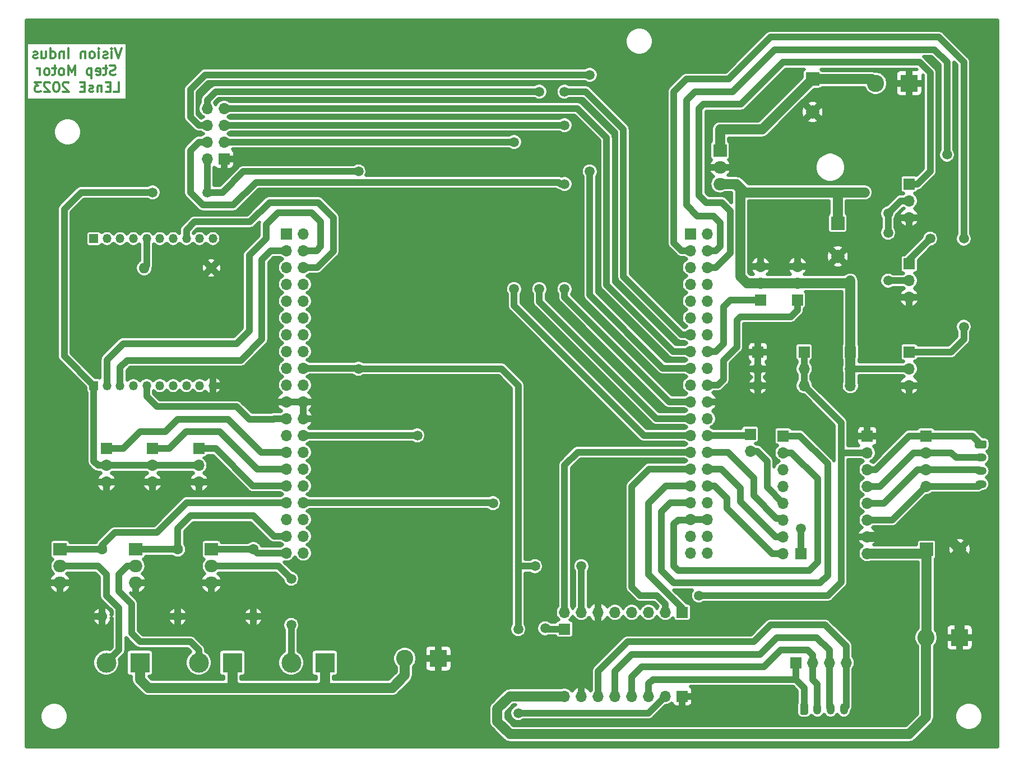
<source format=gbr>
%TF.GenerationSoftware,KiCad,Pcbnew,(5.1.6)-1*%
%TF.CreationDate,2023-02-06T18:30:28+01:00*%
%TF.ProjectId,VisionIndustrielle_TP,56697369-6f6e-4496-9e64-757374726965,rev?*%
%TF.SameCoordinates,Original*%
%TF.FileFunction,Copper,L2,Bot*%
%TF.FilePolarity,Positive*%
%FSLAX46Y46*%
G04 Gerber Fmt 4.6, Leading zero omitted, Abs format (unit mm)*
G04 Created by KiCad (PCBNEW (5.1.6)-1) date 2023-02-06 18:30:28*
%MOMM*%
%LPD*%
G01*
G04 APERTURE LIST*
%TA.AperFunction,NonConductor*%
%ADD10C,0.300000*%
%TD*%
%TA.AperFunction,ComponentPad*%
%ADD11O,1.750000X1.200000*%
%TD*%
%TA.AperFunction,ComponentPad*%
%ADD12R,1.700000X1.700000*%
%TD*%
%TA.AperFunction,ComponentPad*%
%ADD13O,1.700000X1.700000*%
%TD*%
%TA.AperFunction,ComponentPad*%
%ADD14R,1.350000X1.350000*%
%TD*%
%TA.AperFunction,ComponentPad*%
%ADD15O,1.350000X1.350000*%
%TD*%
%TA.AperFunction,ComponentPad*%
%ADD16C,1.600000*%
%TD*%
%TA.AperFunction,ComponentPad*%
%ADD17O,1.600000X1.600000*%
%TD*%
%TA.AperFunction,ComponentPad*%
%ADD18C,2.000000*%
%TD*%
%TA.AperFunction,ComponentPad*%
%ADD19R,2.000000X2.000000*%
%TD*%
%TA.AperFunction,ComponentPad*%
%ADD20R,2.600000X2.600000*%
%TD*%
%TA.AperFunction,ComponentPad*%
%ADD21C,2.600000*%
%TD*%
%TA.AperFunction,ComponentPad*%
%ADD22R,3.000000X3.000000*%
%TD*%
%TA.AperFunction,ComponentPad*%
%ADD23C,3.000000*%
%TD*%
%TA.AperFunction,ComponentPad*%
%ADD24R,2.000000X1.905000*%
%TD*%
%TA.AperFunction,ComponentPad*%
%ADD25O,2.000000X1.905000*%
%TD*%
%TA.AperFunction,ComponentPad*%
%ADD26O,1.200000X1.750000*%
%TD*%
%TA.AperFunction,ViaPad*%
%ADD27C,1.500000*%
%TD*%
%TA.AperFunction,Conductor*%
%ADD28C,1.500000*%
%TD*%
%TA.AperFunction,Conductor*%
%ADD29C,1.000000*%
%TD*%
%TA.AperFunction,Conductor*%
%ADD30C,0.508000*%
%TD*%
G04 APERTURE END LIST*
D10*
X21355000Y-79813571D02*
X20855000Y-81313571D01*
X20355000Y-79813571D01*
X19855000Y-81313571D02*
X19855000Y-80313571D01*
X19855000Y-79813571D02*
X19926428Y-79885000D01*
X19855000Y-79956428D01*
X19783571Y-79885000D01*
X19855000Y-79813571D01*
X19855000Y-79956428D01*
X19212142Y-81242142D02*
X19069285Y-81313571D01*
X18783571Y-81313571D01*
X18640714Y-81242142D01*
X18569285Y-81099285D01*
X18569285Y-81027857D01*
X18640714Y-80885000D01*
X18783571Y-80813571D01*
X18997857Y-80813571D01*
X19140714Y-80742142D01*
X19212142Y-80599285D01*
X19212142Y-80527857D01*
X19140714Y-80385000D01*
X18997857Y-80313571D01*
X18783571Y-80313571D01*
X18640714Y-80385000D01*
X17926428Y-81313571D02*
X17926428Y-80313571D01*
X17926428Y-79813571D02*
X17997857Y-79885000D01*
X17926428Y-79956428D01*
X17855000Y-79885000D01*
X17926428Y-79813571D01*
X17926428Y-79956428D01*
X16997857Y-81313571D02*
X17140714Y-81242142D01*
X17212142Y-81170714D01*
X17283571Y-81027857D01*
X17283571Y-80599285D01*
X17212142Y-80456428D01*
X17140714Y-80385000D01*
X16997857Y-80313571D01*
X16783571Y-80313571D01*
X16640714Y-80385000D01*
X16569285Y-80456428D01*
X16497857Y-80599285D01*
X16497857Y-81027857D01*
X16569285Y-81170714D01*
X16640714Y-81242142D01*
X16783571Y-81313571D01*
X16997857Y-81313571D01*
X15855000Y-80313571D02*
X15855000Y-81313571D01*
X15855000Y-80456428D02*
X15783571Y-80385000D01*
X15640714Y-80313571D01*
X15426428Y-80313571D01*
X15283571Y-80385000D01*
X15212142Y-80527857D01*
X15212142Y-81313571D01*
X13355000Y-81313571D02*
X13355000Y-79813571D01*
X12640714Y-80313571D02*
X12640714Y-81313571D01*
X12640714Y-80456428D02*
X12569285Y-80385000D01*
X12426428Y-80313571D01*
X12212142Y-80313571D01*
X12069285Y-80385000D01*
X11997857Y-80527857D01*
X11997857Y-81313571D01*
X10640714Y-81313571D02*
X10640714Y-79813571D01*
X10640714Y-81242142D02*
X10783571Y-81313571D01*
X11069285Y-81313571D01*
X11212142Y-81242142D01*
X11283571Y-81170714D01*
X11355000Y-81027857D01*
X11355000Y-80599285D01*
X11283571Y-80456428D01*
X11212142Y-80385000D01*
X11069285Y-80313571D01*
X10783571Y-80313571D01*
X10640714Y-80385000D01*
X9283571Y-80313571D02*
X9283571Y-81313571D01*
X9926428Y-80313571D02*
X9926428Y-81099285D01*
X9855000Y-81242142D01*
X9712142Y-81313571D01*
X9497857Y-81313571D01*
X9355000Y-81242142D01*
X9283571Y-81170714D01*
X8640714Y-81242142D02*
X8497857Y-81313571D01*
X8212142Y-81313571D01*
X8069285Y-81242142D01*
X7997857Y-81099285D01*
X7997857Y-81027857D01*
X8069285Y-80885000D01*
X8212142Y-80813571D01*
X8426428Y-80813571D01*
X8569285Y-80742142D01*
X8640714Y-80599285D01*
X8640714Y-80527857D01*
X8569285Y-80385000D01*
X8426428Y-80313571D01*
X8212142Y-80313571D01*
X8069285Y-80385000D01*
X20462142Y-83792142D02*
X20247857Y-83863571D01*
X19890714Y-83863571D01*
X19747857Y-83792142D01*
X19676428Y-83720714D01*
X19605000Y-83577857D01*
X19605000Y-83435000D01*
X19676428Y-83292142D01*
X19747857Y-83220714D01*
X19890714Y-83149285D01*
X20176428Y-83077857D01*
X20319285Y-83006428D01*
X20390714Y-82935000D01*
X20462142Y-82792142D01*
X20462142Y-82649285D01*
X20390714Y-82506428D01*
X20319285Y-82435000D01*
X20176428Y-82363571D01*
X19819285Y-82363571D01*
X19605000Y-82435000D01*
X19176428Y-82863571D02*
X18605000Y-82863571D01*
X18962142Y-82363571D02*
X18962142Y-83649285D01*
X18890714Y-83792142D01*
X18747857Y-83863571D01*
X18605000Y-83863571D01*
X17533571Y-83792142D02*
X17676428Y-83863571D01*
X17962142Y-83863571D01*
X18105000Y-83792142D01*
X18176428Y-83649285D01*
X18176428Y-83077857D01*
X18105000Y-82935000D01*
X17962142Y-82863571D01*
X17676428Y-82863571D01*
X17533571Y-82935000D01*
X17462142Y-83077857D01*
X17462142Y-83220714D01*
X18176428Y-83363571D01*
X16819285Y-82863571D02*
X16819285Y-84363571D01*
X16819285Y-82935000D02*
X16676428Y-82863571D01*
X16390714Y-82863571D01*
X16247857Y-82935000D01*
X16176428Y-83006428D01*
X16105000Y-83149285D01*
X16105000Y-83577857D01*
X16176428Y-83720714D01*
X16247857Y-83792142D01*
X16390714Y-83863571D01*
X16676428Y-83863571D01*
X16819285Y-83792142D01*
X14319285Y-83863571D02*
X14319285Y-82363571D01*
X13819285Y-83435000D01*
X13319285Y-82363571D01*
X13319285Y-83863571D01*
X12390714Y-83863571D02*
X12533571Y-83792142D01*
X12605000Y-83720714D01*
X12676428Y-83577857D01*
X12676428Y-83149285D01*
X12605000Y-83006428D01*
X12533571Y-82935000D01*
X12390714Y-82863571D01*
X12176428Y-82863571D01*
X12033571Y-82935000D01*
X11962142Y-83006428D01*
X11890714Y-83149285D01*
X11890714Y-83577857D01*
X11962142Y-83720714D01*
X12033571Y-83792142D01*
X12176428Y-83863571D01*
X12390714Y-83863571D01*
X11462142Y-82863571D02*
X10890714Y-82863571D01*
X11247857Y-82363571D02*
X11247857Y-83649285D01*
X11176428Y-83792142D01*
X11033571Y-83863571D01*
X10890714Y-83863571D01*
X10176428Y-83863571D02*
X10319285Y-83792142D01*
X10390714Y-83720714D01*
X10462142Y-83577857D01*
X10462142Y-83149285D01*
X10390714Y-83006428D01*
X10319285Y-82935000D01*
X10176428Y-82863571D01*
X9962142Y-82863571D01*
X9819285Y-82935000D01*
X9747857Y-83006428D01*
X9676428Y-83149285D01*
X9676428Y-83577857D01*
X9747857Y-83720714D01*
X9819285Y-83792142D01*
X9962142Y-83863571D01*
X10176428Y-83863571D01*
X9033571Y-83863571D02*
X9033571Y-82863571D01*
X9033571Y-83149285D02*
X8962142Y-83006428D01*
X8890714Y-82935000D01*
X8747857Y-82863571D01*
X8605000Y-82863571D01*
X20212142Y-86413571D02*
X20926428Y-86413571D01*
X20926428Y-84913571D01*
X19712142Y-85627857D02*
X19212142Y-85627857D01*
X18997857Y-86413571D02*
X19712142Y-86413571D01*
X19712142Y-84913571D01*
X18997857Y-84913571D01*
X18355000Y-85413571D02*
X18355000Y-86413571D01*
X18355000Y-85556428D02*
X18283571Y-85485000D01*
X18140714Y-85413571D01*
X17926428Y-85413571D01*
X17783571Y-85485000D01*
X17712142Y-85627857D01*
X17712142Y-86413571D01*
X17069285Y-86342142D02*
X16926428Y-86413571D01*
X16640714Y-86413571D01*
X16497857Y-86342142D01*
X16426428Y-86199285D01*
X16426428Y-86127857D01*
X16497857Y-85985000D01*
X16640714Y-85913571D01*
X16855000Y-85913571D01*
X16997857Y-85842142D01*
X17069285Y-85699285D01*
X17069285Y-85627857D01*
X16997857Y-85485000D01*
X16855000Y-85413571D01*
X16640714Y-85413571D01*
X16497857Y-85485000D01*
X15783571Y-85627857D02*
X15283571Y-85627857D01*
X15069285Y-86413571D02*
X15783571Y-86413571D01*
X15783571Y-84913571D01*
X15069285Y-84913571D01*
X13355000Y-85056428D02*
X13283571Y-84985000D01*
X13140714Y-84913571D01*
X12783571Y-84913571D01*
X12640714Y-84985000D01*
X12569285Y-85056428D01*
X12497857Y-85199285D01*
X12497857Y-85342142D01*
X12569285Y-85556428D01*
X13426428Y-86413571D01*
X12497857Y-86413571D01*
X11569285Y-84913571D02*
X11426428Y-84913571D01*
X11283571Y-84985000D01*
X11212142Y-85056428D01*
X11140714Y-85199285D01*
X11069285Y-85485000D01*
X11069285Y-85842142D01*
X11140714Y-86127857D01*
X11212142Y-86270714D01*
X11283571Y-86342142D01*
X11426428Y-86413571D01*
X11569285Y-86413571D01*
X11712142Y-86342142D01*
X11783571Y-86270714D01*
X11855000Y-86127857D01*
X11926428Y-85842142D01*
X11926428Y-85485000D01*
X11855000Y-85199285D01*
X11783571Y-85056428D01*
X11712142Y-84985000D01*
X11569285Y-84913571D01*
X10497857Y-85056428D02*
X10426428Y-84985000D01*
X10283571Y-84913571D01*
X9926428Y-84913571D01*
X9783571Y-84985000D01*
X9712142Y-85056428D01*
X9640714Y-85199285D01*
X9640714Y-85342142D01*
X9712142Y-85556428D01*
X10569285Y-86413571D01*
X9640714Y-86413571D01*
X9140714Y-84913571D02*
X8212142Y-84913571D01*
X8712142Y-85485000D01*
X8497857Y-85485000D01*
X8355000Y-85556428D01*
X8283571Y-85627857D01*
X8212142Y-85770714D01*
X8212142Y-86127857D01*
X8283571Y-86270714D01*
X8355000Y-86342142D01*
X8497857Y-86413571D01*
X8926428Y-86413571D01*
X9069285Y-86342142D01*
X9140714Y-86270714D01*
%TO.P,J13,1*%
%TO.N,MOT_1A*%
%TA.AperFunction,ComponentPad*%
G36*
G01*
X150504999Y-139100000D02*
X151755001Y-139100000D01*
G75*
G02*
X152005000Y-139349999I0J-249999D01*
G01*
X152005000Y-140050001D01*
G75*
G02*
X151755001Y-140300000I-249999J0D01*
G01*
X150504999Y-140300000D01*
G75*
G02*
X150255000Y-140050001I0J249999D01*
G01*
X150255000Y-139349999D01*
G75*
G02*
X150504999Y-139100000I249999J0D01*
G01*
G37*
%TD.AperFunction*%
D11*
%TO.P,J13,2*%
%TO.N,MOT_1B*%
X151130000Y-141700000D03*
%TO.P,J13,3*%
%TO.N,MOT_2A*%
X151130000Y-143700000D03*
%TO.P,J13,4*%
%TO.N,MOT_2B*%
X151130000Y-145700000D03*
%TD*%
D12*
%TO.P,J31,1*%
%TO.N,VREF_OUT_NUC*%
X88265000Y-167640000D03*
%TD*%
%TO.P,J22,1*%
%TO.N,GND*%
X36830000Y-96520000D03*
D13*
%TO.P,J22,2*%
%TO.N,3.3V_NUC*%
X34290000Y-96520000D03*
%TO.P,J22,3*%
%TO.N,CE_nRF*%
X36830000Y-93980000D03*
%TO.P,J22,4*%
%TO.N,CSN_nRF*%
X34290000Y-93980000D03*
%TO.P,J22,5*%
%TO.N,SCK*%
X36830000Y-91440000D03*
%TO.P,J22,6*%
%TO.N,MOSI*%
X34290000Y-91440000D03*
%TO.P,J22,7*%
%TO.N,MISO*%
X36830000Y-88900000D03*
%TO.P,J22,8*%
%TO.N,IRQ_nRF*%
X34290000Y-88900000D03*
%TD*%
%TO.P,J10,40*%
%TO.N,Net-(J10-Pad40)*%
X48815001Y-156130001D03*
%TO.P,J10,39*%
%TO.N,NUC_E1*%
X46275001Y-156130001D03*
%TO.P,J10,38*%
%TO.N,Net-(J10-Pad38)*%
X48815001Y-153590001D03*
%TO.P,J10,37*%
%TO.N,NUC_E2*%
X46275001Y-153590001D03*
%TO.P,J10,36*%
%TO.N,Net-(J10-Pad36)*%
X48815001Y-151050001D03*
%TO.P,J10,35*%
%TO.N,Net-(J10-Pad35)*%
X46275001Y-151050001D03*
%TO.P,J10,34*%
%TO.N,VREF_OUT_NUC*%
X48815001Y-148510001D03*
%TO.P,J10,33*%
%TO.N,NUC_E3*%
X46275001Y-148510001D03*
%TO.P,J10,32*%
%TO.N,Net-(J10-Pad32)*%
X48815001Y-145970001D03*
%TO.P,J10,31*%
%TO.N,VCapt3*%
X46275001Y-145970001D03*
%TO.P,J10,30*%
%TO.N,Net-(J10-Pad30)*%
X48815001Y-143430001D03*
%TO.P,J10,29*%
%TO.N,VCapt2*%
X46275001Y-143430001D03*
%TO.P,J10,28*%
%TO.N,Net-(J10-Pad28)*%
X48815001Y-140890001D03*
%TO.P,J10,27*%
%TO.N,VCapt1*%
X46275001Y-140890001D03*
%TO.P,J10,26*%
%TO.N,VIN*%
X48815001Y-138350001D03*
%TO.P,J10,25*%
%TO.N,USER_BUTTON*%
X46275001Y-138350001D03*
%TO.P,J10,24*%
%TO.N,GND*%
X48815001Y-135810001D03*
%TO.P,J10,23*%
%TO.N,RESET_N*%
X46275001Y-135810001D03*
%TO.P,J10,22*%
%TO.N,GND*%
X48815001Y-133270001D03*
%TO.P,J10,21*%
X46275001Y-133270001D03*
%TO.P,J10,20*%
%TO.N,5V_NUC*%
X48815001Y-130730001D03*
%TO.P,J10,19*%
%TO.N,Net-(J10-Pad19)*%
X46275001Y-130730001D03*
%TO.P,J10,18*%
%TO.N,3.3V_NUC*%
X48815001Y-128190001D03*
%TO.P,J10,17*%
%TO.N,Net-(J10-Pad17)*%
X46275001Y-128190001D03*
%TO.P,J10,16*%
%TO.N,Net-(J10-Pad16)*%
X48815001Y-125650001D03*
%TO.P,J10,15*%
%TO.N,Net-(J10-Pad15)*%
X46275001Y-125650001D03*
%TO.P,J10,14*%
%TO.N,Net-(J10-Pad14)*%
X48815001Y-123110001D03*
%TO.P,J10,13*%
%TO.N,Net-(J10-Pad13)*%
X46275001Y-123110001D03*
%TO.P,J10,12*%
%TO.N,Net-(J10-Pad12)*%
X48815001Y-120570001D03*
%TO.P,J10,11*%
%TO.N,Net-(J10-Pad11)*%
X46275001Y-120570001D03*
%TO.P,J10,10*%
%TO.N,Net-(J10-Pad10)*%
X48815001Y-118030001D03*
%TO.P,J10,9*%
%TO.N,Net-(J10-Pad9)*%
X46275001Y-118030001D03*
%TO.P,J10,8*%
%TO.N,Net-(J10-Pad8)*%
X48815001Y-115490001D03*
%TO.P,J10,7*%
%TO.N,Net-(J10-Pad7)*%
X46275001Y-115490001D03*
%TO.P,J10,6*%
%TO.N,GPIO2_STATUS*%
X48815001Y-112950001D03*
%TO.P,J10,5*%
%TO.N,Net-(J10-Pad5)*%
X46275001Y-112950001D03*
%TO.P,J10,4*%
%TO.N,RX*%
X48815001Y-110410001D03*
%TO.P,J10,3*%
%TO.N,TX*%
X46275001Y-110410001D03*
%TO.P,J10,2*%
%TO.N,Net-(J10-Pad2)*%
X48815001Y-107870001D03*
D12*
%TO.P,J10,1*%
%TO.N,Net-(J10-Pad1)*%
X46275001Y-107870001D03*
%TD*%
%TO.P,J14,1*%
%TO.N,Net-(J14-Pad1)*%
X107315000Y-107870001D03*
D13*
%TO.P,J14,2*%
%TO.N,Net-(J14-Pad2)*%
X109855000Y-107870001D03*
%TO.P,J14,3*%
%TO.N,NUC_P3*%
X107315000Y-110410001D03*
%TO.P,J14,4*%
%TO.N,NUC_P2*%
X109855000Y-110410001D03*
%TO.P,J14,5*%
%TO.N,Net-(J14-Pad5)*%
X107315000Y-112950001D03*
%TO.P,J14,6*%
%TO.N,NUC_P1*%
X109855000Y-112950001D03*
%TO.P,J14,7*%
%TO.N,Net-(J14-Pad7)*%
X107315000Y-115490001D03*
%TO.P,J14,8*%
%TO.N,Net-(J14-Pad8)*%
X109855000Y-115490001D03*
%TO.P,J14,9*%
%TO.N,Net-(J14-Pad9)*%
X107315000Y-118030001D03*
%TO.P,J14,10*%
%TO.N,Net-(J14-Pad10)*%
X109855000Y-118030001D03*
%TO.P,J14,11*%
%TO.N,Net-(J14-Pad11)*%
X107315000Y-120570001D03*
%TO.P,J14,12*%
%TO.N,Net-(J14-Pad12)*%
X109855000Y-120570001D03*
%TO.P,J14,13*%
%TO.N,SCK*%
X107315000Y-123110001D03*
%TO.P,J14,14*%
%TO.N,Net-(J14-Pad14)*%
X109855000Y-123110001D03*
%TO.P,J14,15*%
%TO.N,MISO*%
X107315000Y-125650001D03*
%TO.P,J14,16*%
%TO.N,LED_1*%
X109855000Y-125650001D03*
%TO.P,J14,17*%
%TO.N,MOSI*%
X107315000Y-128190001D03*
%TO.P,J14,18*%
%TO.N,Net-(J14-Pad18)*%
X109855000Y-128190001D03*
%TO.P,J14,19*%
%TO.N,Net-(J14-Pad19)*%
X107315000Y-130730001D03*
%TO.P,J14,20*%
%TO.N,LED_2*%
X109855000Y-130730001D03*
%TO.P,J14,21*%
%TO.N,CSN_nRF*%
X107315000Y-133270001D03*
%TO.P,J14,22*%
%TO.N,GND*%
X109855000Y-133270001D03*
%TO.P,J14,23*%
%TO.N,IRQ_nRF*%
X107315000Y-135810001D03*
%TO.P,J14,24*%
%TO.N,Net-(J14-Pad24)*%
X109855000Y-135810001D03*
%TO.P,J14,25*%
%TO.N,CE_nRF*%
X107315000Y-138350001D03*
%TO.P,J14,26*%
%TO.N,CFG3_NUC*%
X109855000Y-138350001D03*
%TO.P,J14,27*%
%TO.N,EN2_NUC*%
X107315000Y-140890001D03*
%TO.P,J14,28*%
%TO.N,CFG2_NUC*%
X109855000Y-140890001D03*
%TO.P,J14,29*%
%TO.N,STEP2_NUC*%
X107315000Y-143430001D03*
%TO.P,J14,30*%
%TO.N,CFG1_NUC*%
X109855000Y-143430001D03*
%TO.P,J14,31*%
%TO.N,DIR2_NUC*%
X107315000Y-145970001D03*
%TO.P,J14,32*%
%TO.N,EN_NUC*%
X109855000Y-145970001D03*
%TO.P,J14,33*%
%TO.N,DIR_NUC*%
X107315000Y-148510001D03*
%TO.P,J14,34*%
%TO.N,Net-(J14-Pad34)*%
X109855000Y-148510001D03*
%TO.P,J14,35*%
%TO.N,STEP_NUC*%
X107315000Y-151050001D03*
%TO.P,J14,36*%
X109855000Y-151050001D03*
%TO.P,J14,37*%
%TO.N,Net-(J14-Pad37)*%
X107315000Y-153590001D03*
%TO.P,J14,38*%
%TO.N,Net-(J14-Pad38)*%
X109855000Y-153590001D03*
%TO.P,J14,39*%
%TO.N,Net-(J14-Pad39)*%
X107315000Y-156130001D03*
%TO.P,J14,40*%
%TO.N,Net-(J14-Pad40)*%
X109855000Y-156130001D03*
%TD*%
D14*
%TO.P,J9,1*%
%TO.N,3.3V_NUC*%
X17145000Y-130810000D03*
D15*
%TO.P,J9,2*%
%TO.N,RX*%
X19145000Y-130810000D03*
%TO.P,J9,3*%
%TO.N,TX*%
X21145000Y-130810000D03*
%TO.P,J9,4*%
%TO.N,Net-(J9-Pad4)*%
X23145000Y-130810000D03*
%TO.P,J9,5*%
%TO.N,RESET_N*%
X25145000Y-130810000D03*
%TO.P,J9,6*%
%TO.N,Net-(J9-Pad6)*%
X27145000Y-130810000D03*
%TO.P,J9,7*%
%TO.N,Net-(J9-Pad7)*%
X29145000Y-130810000D03*
%TO.P,J9,8*%
%TO.N,Net-(J9-Pad8)*%
X31145000Y-130810000D03*
%TO.P,J9,9*%
%TO.N,Net-(J9-Pad9)*%
X33145000Y-130810000D03*
%TO.P,J9,10*%
%TO.N,GND*%
X35145000Y-130810000D03*
%TD*%
%TO.P,J11,10*%
%TO.N,Net-(J11-Pad10)*%
X35145000Y-108585000D03*
%TO.P,J11,9*%
%TO.N,Net-(J11-Pad9)*%
X33145000Y-108585000D03*
%TO.P,J11,8*%
%TO.N,GPIO2_STATUS*%
X31145000Y-108585000D03*
%TO.P,J11,7*%
%TO.N,Net-(J11-Pad7)*%
X29145000Y-108585000D03*
%TO.P,J11,6*%
%TO.N,Net-(J11-Pad6)*%
X27145000Y-108585000D03*
%TO.P,J11,5*%
%TO.N,Net-(J11-Pad5)*%
X25145000Y-108585000D03*
%TO.P,J11,4*%
%TO.N,Net-(J11-Pad4)*%
X23145000Y-108585000D03*
%TO.P,J11,3*%
%TO.N,Net-(J11-Pad3)*%
X21145000Y-108585000D03*
%TO.P,J11,2*%
%TO.N,Net-(J11-Pad2)*%
X19145000Y-108585000D03*
D14*
%TO.P,J11,1*%
%TO.N,Net-(J11-Pad1)*%
X17145000Y-108585000D03*
%TD*%
D16*
%TO.P,R1,1*%
%TO.N,GND*%
X34925000Y-113030000D03*
D17*
%TO.P,R1,2*%
%TO.N,Net-(J11-Pad5)*%
X24765000Y-113030000D03*
%TD*%
D18*
%TO.P,C1,2*%
%TO.N,GND*%
X125730000Y-89455000D03*
D19*
%TO.P,C1,1*%
%TO.N,VIN*%
X125730000Y-84455000D03*
%TD*%
%TO.P,C4,1*%
%TO.N,5V_REG*%
X129540000Y-106252000D03*
D18*
%TO.P,C4,2*%
%TO.N,GND*%
X129540000Y-111252000D03*
%TD*%
D12*
%TO.P,J1,1*%
%TO.N,VCapt1*%
X19050000Y-140335000D03*
D13*
%TO.P,J1,2*%
%TO.N,3.3V_NUC*%
X19050000Y-142875000D03*
%TO.P,J1,3*%
%TO.N,GND*%
X19050000Y-145415000D03*
%TD*%
D12*
%TO.P,J2,1*%
%TO.N,CFG3_NUC*%
X116332000Y-138176000D03*
D13*
%TO.P,J2,2*%
%TO.N,CFG3_NUC_O*%
X116332000Y-140716000D03*
%TD*%
%TO.P,J3,3*%
%TO.N,GND*%
X26035000Y-145415000D03*
%TO.P,J3,2*%
%TO.N,3.3V_NUC*%
X26035000Y-142875000D03*
D12*
%TO.P,J3,1*%
%TO.N,VCapt2*%
X26035000Y-140335000D03*
%TD*%
%TO.P,J4,1*%
%TO.N,VCapt3*%
X33020000Y-140335000D03*
D13*
%TO.P,J4,2*%
%TO.N,3.3V_NUC*%
X33020000Y-142875000D03*
%TO.P,J4,3*%
%TO.N,GND*%
X33020000Y-145415000D03*
%TD*%
D20*
%TO.P,J5,1*%
%TO.N,GND*%
X147955000Y-168910000D03*
D21*
%TO.P,J5,2*%
%TO.N,VMOT*%
X142875000Y-168910000D03*
%TD*%
D12*
%TO.P,J6,1*%
%TO.N,DIR_NUC*%
X121285000Y-138430000D03*
D13*
%TO.P,J6,2*%
%TO.N,STEP_NUC*%
X121285000Y-140970000D03*
%TO.P,J6,3*%
%TO.N,Net-(J6-Pad3)*%
X121285000Y-143510000D03*
%TO.P,J6,4*%
%TO.N,Net-(J6-Pad4)*%
X121285000Y-146050000D03*
%TO.P,J6,5*%
%TO.N,CFG3_NUC_O*%
X121285000Y-148590000D03*
%TO.P,J6,6*%
%TO.N,CFG2_NUC*%
X121285000Y-151130000D03*
%TO.P,J6,7*%
%TO.N,CFG1_NUC*%
X121285000Y-153670000D03*
%TO.P,J6,8*%
%TO.N,EN_NUC*%
X121285000Y-156210000D03*
%TD*%
%TO.P,J7,8*%
%TO.N,VMOT*%
X133985000Y-156210000D03*
%TO.P,J7,7*%
%TO.N,GND*%
X133985000Y-153670000D03*
%TO.P,J7,6*%
%TO.N,MOT_2B*%
X133985000Y-151130000D03*
%TO.P,J7,5*%
%TO.N,MOT_2A*%
X133985000Y-148590000D03*
%TO.P,J7,4*%
%TO.N,MOT_1B*%
X133985000Y-146050000D03*
%TO.P,J7,3*%
%TO.N,MOT_1A*%
X133985000Y-143510000D03*
%TO.P,J7,2*%
%TO.N,3.3V_NUC*%
X133985000Y-140970000D03*
D12*
%TO.P,J7,1*%
%TO.N,GND*%
X133985000Y-138430000D03*
%TD*%
%TO.P,J8,1*%
%TO.N,VREF_OUT_NUC*%
X123952000Y-156210000D03*
%TD*%
D20*
%TO.P,J12,1*%
%TO.N,GND*%
X140335000Y-85090000D03*
D21*
%TO.P,J12,2*%
%TO.N,VIN*%
X135255000Y-85090000D03*
%TD*%
D12*
%TO.P,J15,1*%
%TO.N,NUC_P1*%
X140335000Y-100330000D03*
D13*
%TO.P,J15,2*%
%TO.N,5V_REG*%
X140335000Y-102870000D03*
%TO.P,J15,3*%
%TO.N,GND*%
X140335000Y-105410000D03*
%TD*%
%TO.P,J16,3*%
%TO.N,GND*%
X140335000Y-117475000D03*
%TO.P,J16,2*%
%TO.N,5V_REG*%
X140335000Y-114935000D03*
D12*
%TO.P,J16,1*%
%TO.N,NUC_P2*%
X140335000Y-112395000D03*
%TD*%
%TO.P,J17,1*%
%TO.N,MOT_1A*%
X142875000Y-138430000D03*
D13*
%TO.P,J17,2*%
%TO.N,MOT_1B*%
X142875000Y-140970000D03*
%TO.P,J17,3*%
%TO.N,MOT_2A*%
X142875000Y-143510000D03*
%TO.P,J17,4*%
%TO.N,MOT_2B*%
X142875000Y-146050000D03*
%TD*%
%TO.P,J18,3*%
%TO.N,GND*%
X117475000Y-130810000D03*
%TO.P,J18,2*%
X117475000Y-128270000D03*
D12*
%TO.P,J18,1*%
X117475000Y-125730000D03*
%TD*%
D21*
%TO.P,J19,2*%
%TO.N,VECL*%
X64135000Y-172085000D03*
D20*
%TO.P,J19,1*%
%TO.N,GND*%
X69215000Y-172085000D03*
%TD*%
D12*
%TO.P,J20,1*%
%TO.N,5V_REG*%
X131445000Y-125730000D03*
D13*
%TO.P,J20,2*%
X131445000Y-128270000D03*
%TO.P,J20,3*%
X131445000Y-130810000D03*
%TD*%
D22*
%TO.P,J23,1*%
%TO.N,VECL*%
X52070000Y-172720000D03*
D23*
%TO.P,J23,2*%
%TO.N,Net-(J23-Pad2)*%
X46990000Y-172720000D03*
%TD*%
%TO.P,J24,2*%
%TO.N,Net-(J24-Pad2)*%
X33020000Y-172720000D03*
D22*
%TO.P,J24,1*%
%TO.N,VECL*%
X38100000Y-172720000D03*
%TD*%
%TO.P,J25,1*%
%TO.N,VECL*%
X24130000Y-172720000D03*
D23*
%TO.P,J25,2*%
%TO.N,Net-(J25-Pad2)*%
X19050000Y-172720000D03*
%TD*%
D12*
%TO.P,J26,1*%
%TO.N,NUC_P3*%
X140335000Y-125730000D03*
D13*
%TO.P,J26,2*%
%TO.N,5V_REG*%
X140335000Y-128270000D03*
%TO.P,J26,3*%
%TO.N,GND*%
X140335000Y-130810000D03*
%TD*%
D24*
%TO.P,Q1,1*%
%TO.N,NUC_E1*%
X34925000Y-155575000D03*
D25*
%TO.P,Q1,2*%
%TO.N,Net-(J23-Pad2)*%
X34925000Y-158115000D03*
%TO.P,Q1,3*%
%TO.N,GND*%
X34925000Y-160655000D03*
%TD*%
%TO.P,Q2,3*%
%TO.N,GND*%
X23495000Y-160655000D03*
%TO.P,Q2,2*%
%TO.N,Net-(J24-Pad2)*%
X23495000Y-158115000D03*
D24*
%TO.P,Q2,1*%
%TO.N,NUC_E2*%
X23495000Y-155575000D03*
%TD*%
%TO.P,Q3,1*%
%TO.N,NUC_E3*%
X12065000Y-155575000D03*
D25*
%TO.P,Q3,2*%
%TO.N,Net-(J25-Pad2)*%
X12065000Y-158115000D03*
%TO.P,Q3,3*%
%TO.N,GND*%
X12065000Y-160655000D03*
%TD*%
D16*
%TO.P,R2,1*%
%TO.N,NUC_E1*%
X41275000Y-155575000D03*
D17*
%TO.P,R2,2*%
%TO.N,GND*%
X41275000Y-165735000D03*
%TD*%
%TO.P,R3,2*%
%TO.N,GND*%
X29845000Y-165735000D03*
D16*
%TO.P,R3,1*%
%TO.N,NUC_E2*%
X29845000Y-155575000D03*
%TD*%
%TO.P,R4,1*%
%TO.N,NUC_E3*%
X18415000Y-155575000D03*
D17*
%TO.P,R4,2*%
%TO.N,GND*%
X18415000Y-165735000D03*
%TD*%
D24*
%TO.P,U1,1*%
%TO.N,VIN*%
X111760000Y-95250000D03*
D25*
%TO.P,U1,2*%
%TO.N,GND*%
X111760000Y-97790000D03*
%TO.P,U1,3*%
%TO.N,5V_REG*%
X111760000Y-100330000D03*
%TD*%
D19*
%TO.P,C2,1*%
%TO.N,VMOT*%
X142955000Y-155575000D03*
D18*
%TO.P,C2,2*%
%TO.N,GND*%
X147955000Y-155575000D03*
%TD*%
D12*
%TO.P,J21,1*%
%TO.N,3.3V_NUC*%
X124460000Y-125730000D03*
D13*
%TO.P,J21,2*%
X124460000Y-128270000D03*
%TO.P,J21,3*%
X124460000Y-130810000D03*
%TD*%
D12*
%TO.P,J27,1*%
%TO.N,DIR2_NUC*%
X106045000Y-165100000D03*
D13*
%TO.P,J27,2*%
%TO.N,STEP2_NUC*%
X103505000Y-165100000D03*
%TO.P,J27,3*%
%TO.N,Net-(J27-Pad3)*%
X100965000Y-165100000D03*
%TO.P,J27,4*%
%TO.N,Net-(J27-Pad4)*%
X98425000Y-165100000D03*
%TO.P,J27,5*%
%TO.N,Net-(J27-Pad5)*%
X95885000Y-165100000D03*
%TO.P,J27,6*%
%TO.N,GND*%
X93345000Y-165100000D03*
%TO.P,J27,7*%
%TO.N,3.3V_NUC*%
X90805000Y-165100000D03*
%TO.P,J27,8*%
%TO.N,EN2_NUC*%
X88265000Y-165100000D03*
%TD*%
%TO.P,J28,1*%
%TO.N,MOT2_1A*%
%TA.AperFunction,ComponentPad*%
G36*
G01*
X123860000Y-180330001D02*
X123860000Y-179079999D01*
G75*
G02*
X124109999Y-178830000I249999J0D01*
G01*
X124810001Y-178830000D01*
G75*
G02*
X125060000Y-179079999I0J-249999D01*
G01*
X125060000Y-180330001D01*
G75*
G02*
X124810001Y-180580000I-249999J0D01*
G01*
X124109999Y-180580000D01*
G75*
G02*
X123860000Y-180330001I0J249999D01*
G01*
G37*
%TD.AperFunction*%
D26*
%TO.P,J28,2*%
%TO.N,MOT2_1B*%
X126460000Y-179705000D03*
%TO.P,J28,3*%
%TO.N,MOT2_2A*%
X128460000Y-179705000D03*
%TO.P,J28,4*%
%TO.N,MOT2_2B*%
X130460000Y-179705000D03*
%TD*%
D12*
%TO.P,J29,1*%
%TO.N,MOT2_1A*%
X123190000Y-172720000D03*
D13*
%TO.P,J29,2*%
%TO.N,MOT2_1B*%
X125730000Y-172720000D03*
%TO.P,J29,3*%
%TO.N,MOT2_2A*%
X128270000Y-172720000D03*
%TO.P,J29,4*%
%TO.N,MOT2_2B*%
X130810000Y-172720000D03*
%TD*%
%TO.P,J30,8*%
%TO.N,VMOT*%
X88265000Y-177800000D03*
%TO.P,J30,7*%
%TO.N,GND*%
X90805000Y-177800000D03*
%TO.P,J30,6*%
%TO.N,MOT2_2B*%
X93345000Y-177800000D03*
%TO.P,J30,5*%
%TO.N,MOT2_2A*%
X95885000Y-177800000D03*
%TO.P,J30,4*%
%TO.N,MOT2_1B*%
X98425000Y-177800000D03*
%TO.P,J30,3*%
%TO.N,MOT2_1A*%
X100965000Y-177800000D03*
%TO.P,J30,2*%
%TO.N,3.3V_NUC*%
X103505000Y-177800000D03*
D12*
%TO.P,J30,1*%
%TO.N,GND*%
X106045000Y-177800000D03*
%TD*%
D13*
%TO.P,J32,3*%
%TO.N,GND*%
X117856000Y-112776000D03*
%TO.P,J32,2*%
%TO.N,5V_REG*%
X117856000Y-115316000D03*
D12*
%TO.P,J32,1*%
%TO.N,LED_1*%
X117856000Y-117856000D03*
%TD*%
%TO.P,J33,1*%
%TO.N,LED_2*%
X123444000Y-117856000D03*
D13*
%TO.P,J33,2*%
%TO.N,5V_REG*%
X123444000Y-115316000D03*
%TO.P,J33,3*%
%TO.N,GND*%
X123444000Y-112776000D03*
%TD*%
D27*
%TO.N,VIN*%
X111760000Y-92074994D03*
X66040000Y-138349999D03*
%TO.N,5V_REG*%
X137160000Y-114935000D03*
X137160000Y-107695996D03*
X137160000Y-104775000D03*
X133604006Y-101600000D03*
%TO.N,3.3V_NUC*%
X57150000Y-98425000D03*
X57150000Y-98425000D03*
X57150000Y-128270000D03*
X34290000Y-101600000D03*
X26035000Y-101600000D03*
X81280002Y-180340002D03*
X108585000Y-162560000D03*
X81279990Y-167640000D03*
X90805000Y-158115000D03*
X83820000Y-158115000D03*
%TO.N,SCK*%
X88265000Y-86360000D03*
X88265000Y-91439996D03*
%TO.N,MOSI*%
X92075000Y-98425000D03*
X92075000Y-83820000D03*
%TO.N,CSN_nRF*%
X88265000Y-116205000D03*
X88265000Y-100329996D03*
%TO.N,IRQ_nRF*%
X84455000Y-86360000D03*
X84455000Y-116205000D03*
%TO.N,CE_nRF*%
X80645000Y-93979996D03*
X80645000Y-116205000D03*
%TO.N,VREF_OUT_NUC*%
X77470000Y-148590000D03*
X85344002Y-167513002D03*
X123952000Y-152400000D03*
%TO.N,NUC_P2*%
X146050000Y-95885000D03*
X143509998Y-108585006D03*
%TO.N,NUC_P3*%
X148590000Y-108585000D03*
X148590000Y-121920000D03*
%TO.N,Net-(J23-Pad2)*%
X46990000Y-167005000D03*
X46990000Y-160020000D03*
%TD*%
D28*
%TO.N,GND*%
X147955000Y-155575000D02*
X147955000Y-168910000D01*
X144780000Y-152400000D02*
X147955000Y-155575000D01*
X140970000Y-152400000D02*
X144780000Y-152400000D01*
X133985000Y-153670000D02*
X139700000Y-153670000D01*
X139700000Y-153670000D02*
X140970000Y-152400000D01*
D29*
%TO.N,VCapt1*%
X21590000Y-140335000D02*
X19050000Y-140335000D01*
X24130000Y-137795000D02*
X21590000Y-140335000D01*
X42465001Y-140890001D02*
X37465000Y-135890000D01*
X46275001Y-140890001D02*
X42465001Y-140890001D01*
X37465000Y-135890000D02*
X29845000Y-135890000D01*
X29845000Y-135890000D02*
X27940000Y-137795000D01*
X27940000Y-137795000D02*
X24130000Y-137795000D01*
%TO.N,VCapt2*%
X31115000Y-137795000D02*
X28575000Y-140335000D01*
X36195000Y-137795000D02*
X31115000Y-137795000D01*
X46275001Y-143430001D02*
X41830001Y-143430001D01*
X28575000Y-140335000D02*
X26035000Y-140335000D01*
X41830001Y-143430001D02*
X36195000Y-137795000D01*
%TO.N,VCapt3*%
X35560000Y-140335000D02*
X33020000Y-140335000D01*
X46275001Y-145970001D02*
X41195001Y-145970001D01*
X41195001Y-145970001D02*
X35560000Y-140335000D01*
%TO.N,RX*%
X51435000Y-109775001D02*
X50800000Y-110410001D01*
X38735000Y-124460000D02*
X40640000Y-122555000D01*
X21590000Y-124460000D02*
X38735000Y-124460000D01*
X40640000Y-122555000D02*
X40640000Y-111125000D01*
X40640000Y-111125000D02*
X43180000Y-108585000D01*
X50800000Y-110410001D02*
X48815001Y-110410001D01*
X19145000Y-130810000D02*
X19145000Y-126905000D01*
X19145000Y-126905000D02*
X21590000Y-124460000D01*
X43180000Y-108585000D02*
X43180000Y-106426000D01*
X51435000Y-106045000D02*
X51435000Y-109775001D01*
X43180000Y-106426000D02*
X44958000Y-104648000D01*
X44958000Y-104648000D02*
X50038000Y-104648000D01*
X50038000Y-104648000D02*
X51435000Y-106045000D01*
%TO.N,TX*%
X46275001Y-110410001D02*
X43894999Y-110410001D01*
X43894999Y-110410001D02*
X42545000Y-111760000D01*
X42545000Y-111760000D02*
X42545000Y-123825000D01*
X42545000Y-123825000D02*
X39370000Y-127000000D01*
X39370000Y-127000000D02*
X22225000Y-127000000D01*
X21145000Y-128080000D02*
X21145000Y-130810000D01*
X22225000Y-127000000D02*
X21145000Y-128080000D01*
D28*
%TO.N,VIN*%
X135255000Y-85090000D02*
X134620000Y-84455000D01*
X134620000Y-84455000D02*
X125730000Y-84455000D01*
X117474994Y-92074994D02*
X112820660Y-92074994D01*
X112820660Y-92074994D02*
X111760000Y-92074994D01*
X117475000Y-92075000D02*
X117474994Y-92074994D01*
X125730000Y-84455000D02*
X118110000Y-92075000D01*
X118110000Y-92075000D02*
X117475000Y-92075000D01*
X111760000Y-92074994D02*
X111760000Y-95250000D01*
D29*
X48815001Y-138350001D02*
X66039998Y-138350001D01*
X66039998Y-138350001D02*
X66040000Y-138349999D01*
D28*
%TO.N,5V_REG*%
X131445000Y-125730000D02*
X131445000Y-128270000D01*
X131445000Y-128270000D02*
X131445000Y-130810000D01*
D29*
X131445000Y-128270000D02*
X140335000Y-128270000D01*
X140335000Y-102870000D02*
X139065000Y-102870000D01*
X139065000Y-102870000D02*
X137160000Y-104775000D01*
D28*
X131445000Y-125730000D02*
X131445000Y-114935000D01*
X117856000Y-115316000D02*
X123444000Y-115316000D01*
X123444000Y-115316000D02*
X131064000Y-115316000D01*
D29*
X137160000Y-114935000D02*
X140335000Y-114935000D01*
X137160000Y-104775000D02*
X137160000Y-107696000D01*
X137160000Y-107696000D02*
X137160000Y-107695996D01*
D28*
X115824000Y-115316000D02*
X117856000Y-115316000D01*
X114808000Y-114300000D02*
X115824000Y-115316000D01*
X114808000Y-101092000D02*
X114808000Y-114300000D01*
X117348000Y-101600000D02*
X115316000Y-101600000D01*
X114300000Y-100584000D02*
X114808000Y-101092000D01*
X114260000Y-100330000D02*
X115530000Y-101600000D01*
X111760000Y-100330000D02*
X114260000Y-100330000D01*
X115530000Y-101600000D02*
X133604006Y-101600000D01*
X129540000Y-101600000D02*
X133604006Y-101600000D01*
X129540000Y-106252000D02*
X129540000Y-101600000D01*
D29*
%TO.N,RESET_N*%
X44370001Y-135810001D02*
X46275001Y-135810001D01*
X44290002Y-135890000D02*
X44370001Y-135810001D01*
X38735000Y-133985000D02*
X40640000Y-135890000D01*
X25145000Y-130810000D02*
X25145000Y-132460000D01*
X26670000Y-133985000D02*
X38735000Y-133985000D01*
X25145000Y-132460000D02*
X26670000Y-133985000D01*
X40640000Y-135890000D02*
X44290002Y-135890000D01*
%TO.N,GPIO2_STATUS*%
X31145000Y-107285000D02*
X31145000Y-108585000D01*
X32385000Y-106045000D02*
X31145000Y-107285000D01*
X40767000Y-106045000D02*
X32385000Y-106045000D01*
X43688000Y-103124000D02*
X40767000Y-106045000D01*
X53340000Y-105410000D02*
X51054000Y-103124000D01*
X53340000Y-110490000D02*
X53340000Y-105410000D01*
X50879999Y-112950001D02*
X53340000Y-110490000D01*
X48815001Y-112950001D02*
X50879999Y-112950001D01*
X51054000Y-103124000D02*
X43688000Y-103124000D01*
%TO.N,Net-(J11-Pad5)*%
X25145000Y-112650000D02*
X24765000Y-113030000D01*
X25145000Y-108585000D02*
X25145000Y-112650000D01*
%TO.N,3.3V_NUC*%
X33020000Y-142875000D02*
X26035000Y-142875000D01*
X26035000Y-142875000D02*
X19050000Y-142875000D01*
X124460000Y-125730000D02*
X124460000Y-128270000D01*
X34290000Y-99060000D02*
X34290000Y-100965000D01*
X26035000Y-101600000D02*
X15240000Y-101600000D01*
X15240000Y-101600000D02*
X12700000Y-104140000D01*
X12700000Y-126365000D02*
X17145000Y-130810000D01*
X12700000Y-104140000D02*
X12700000Y-126365000D01*
X57070001Y-128190001D02*
X57150000Y-128270000D01*
X48815001Y-128190001D02*
X57070001Y-128190001D01*
X34290000Y-99060000D02*
X34290000Y-96520000D01*
X124460000Y-128270000D02*
X124460000Y-130810000D01*
X78740000Y-128270000D02*
X57150000Y-128270000D01*
X81280000Y-130810000D02*
X78740000Y-128270000D01*
X100964998Y-180340002D02*
X81280002Y-180340002D01*
X103505000Y-177800000D02*
X100964998Y-180340002D01*
X81280000Y-158115000D02*
X81280000Y-130810000D01*
X81280000Y-167639990D02*
X81280000Y-158115000D01*
X81279990Y-167640000D02*
X81280000Y-167639990D01*
X90805000Y-165100000D02*
X90805000Y-158115000D01*
X81280000Y-158115000D02*
X83820000Y-158115000D01*
X39751000Y-98425000D02*
X57150000Y-98425000D01*
X34925000Y-101600000D02*
X36576000Y-101600000D01*
X36576000Y-101600000D02*
X39751000Y-98425000D01*
X17780000Y-142875000D02*
X17145000Y-142240000D01*
X19050000Y-142875000D02*
X17780000Y-142875000D01*
X17145000Y-142240000D02*
X17145000Y-130810000D01*
X111760000Y-162560000D02*
X108585000Y-162560000D01*
X128016000Y-162560000D02*
X111760000Y-162560000D01*
X130302000Y-140970000D02*
X130048000Y-140716000D01*
X133985000Y-140970000D02*
X130302000Y-140970000D01*
X130048000Y-140716000D02*
X130048000Y-160528000D01*
X130048000Y-160528000D02*
X128016000Y-162560000D01*
X130048000Y-136398000D02*
X130048000Y-140716000D01*
X124460000Y-130810000D02*
X130048000Y-136398000D01*
%TO.N,SCK*%
X88264996Y-91440000D02*
X36830000Y-91440000D01*
X88265000Y-91439996D02*
X88264996Y-91440000D01*
X97155000Y-114300000D02*
X97155000Y-92075000D01*
X107315000Y-123110001D02*
X105965001Y-123110001D01*
X91440000Y-86360000D02*
X88265000Y-86360000D01*
X97155000Y-92075000D02*
X91440000Y-86360000D01*
X105965001Y-123110001D02*
X97155000Y-114300000D01*
%TO.N,MISO*%
X90170000Y-88900000D02*
X36830000Y-88900000D01*
X94615000Y-115570000D02*
X94615000Y-93345000D01*
X107315000Y-125650001D02*
X104695001Y-125650001D01*
X94615000Y-93345000D02*
X90170000Y-88900000D01*
X104695001Y-125650001D02*
X94615000Y-115570000D01*
%TO.N,MOSI*%
X92075000Y-117157500D02*
X92075000Y-98425000D01*
X107315000Y-128190001D02*
X103107501Y-128190001D01*
X103107501Y-128190001D02*
X92075000Y-117157500D01*
X31750000Y-90170000D02*
X31750000Y-86042500D01*
X33972500Y-83820000D02*
X92075000Y-83820000D01*
X34290000Y-91440000D02*
X33020000Y-91440000D01*
X31750000Y-86042500D02*
X33972500Y-83820000D01*
X33020000Y-91440000D02*
X31750000Y-90170000D01*
%TO.N,CSN_nRF*%
X88265000Y-117475000D02*
X88265000Y-116205000D01*
X107315000Y-133270001D02*
X104060001Y-133270001D01*
X104060001Y-133270001D02*
X88265000Y-117475000D01*
X31750000Y-101600000D02*
X33655000Y-103505000D01*
X41656000Y-100076000D02*
X87376004Y-100076000D01*
X33655000Y-103505000D02*
X38227000Y-103505000D01*
X31750000Y-95250000D02*
X31750000Y-101600000D01*
X34290000Y-93980000D02*
X33020000Y-93980000D01*
X33020000Y-93980000D02*
X31750000Y-95250000D01*
X38227000Y-103505000D02*
X41656000Y-100076000D01*
X87376004Y-100076000D02*
X87630000Y-100329996D01*
%TO.N,IRQ_nRF*%
X35560000Y-86360000D02*
X84455000Y-86360000D01*
X34290000Y-88900000D02*
X34290000Y-87630000D01*
X34290000Y-87630000D02*
X35560000Y-86360000D01*
X84455000Y-117265660D02*
X84455000Y-116205000D01*
X107315000Y-135810001D02*
X102155001Y-135810001D01*
X84455000Y-118110000D02*
X84455000Y-117265660D01*
X102155001Y-135810001D02*
X84455000Y-118110000D01*
%TO.N,CE_nRF*%
X36830000Y-93980000D02*
X80644996Y-93980000D01*
X80644996Y-93980000D02*
X80645000Y-93979996D01*
X80645000Y-118745000D02*
X80645000Y-116205000D01*
X107315000Y-138350001D02*
X100250001Y-138350001D01*
X100250001Y-138350001D02*
X80645000Y-118745000D01*
%TO.N,CFG3_NUC*%
X116157999Y-138350001D02*
X116332000Y-138176000D01*
X109855000Y-138350001D02*
X116157999Y-138350001D01*
%TO.N,CFG3_NUC_O*%
X118872000Y-146177000D02*
X121285000Y-148590000D01*
X118872000Y-142240000D02*
X118872000Y-146177000D01*
X116332000Y-140716000D02*
X117348000Y-140716000D01*
X117348000Y-140716000D02*
X118872000Y-142240000D01*
D28*
%TO.N,VMOT*%
X142320000Y-156210000D02*
X142955000Y-155575000D01*
X133985000Y-156210000D02*
X142320000Y-156210000D01*
X142955000Y-168830000D02*
X142875000Y-168910000D01*
X142955000Y-155575000D02*
X142955000Y-168830000D01*
X142875000Y-180975000D02*
X142875000Y-168910000D01*
X140335000Y-183515000D02*
X142875000Y-180975000D01*
X80010000Y-177800000D02*
X78105000Y-179705000D01*
X78105000Y-179705000D02*
X78105000Y-181610000D01*
X88265000Y-177800000D02*
X80010000Y-177800000D01*
X78105000Y-181610000D02*
X80010000Y-183515000D01*
X80010000Y-183515000D02*
X140335000Y-183515000D01*
D29*
%TO.N,DIR_NUC*%
X104219999Y-148510001D02*
X107315000Y-148510001D01*
X102870000Y-149860000D02*
X104219999Y-148510001D01*
X102870000Y-158750000D02*
X102870000Y-149860000D01*
X123825000Y-138430000D02*
X128016000Y-142621000D01*
X121285000Y-138430000D02*
X123825000Y-138430000D01*
X126873000Y-160655000D02*
X104775000Y-160655000D01*
X104775000Y-160655000D02*
X102870000Y-158750000D01*
X128016000Y-142621000D02*
X128016000Y-159512000D01*
X128016000Y-159512000D02*
X126873000Y-160655000D01*
%TO.N,STEP_NUC*%
X107315000Y-151050001D02*
X109855000Y-151050001D01*
X105410000Y-151130000D02*
X107235001Y-151130000D01*
X104775000Y-158115000D02*
X104775000Y-151765000D01*
X105410000Y-158750000D02*
X104775000Y-158115000D01*
X107235001Y-151130000D02*
X107315000Y-151050001D01*
X121285000Y-140970000D02*
X122555000Y-140970000D01*
X126492000Y-144907000D02*
X126492000Y-157480000D01*
X104775000Y-151765000D02*
X105410000Y-151130000D01*
X126492000Y-157480000D02*
X125222000Y-158750000D01*
X122555000Y-140970000D02*
X126492000Y-144907000D01*
X125222000Y-158750000D02*
X105410000Y-158750000D01*
%TO.N,CFG2_NUC*%
X120260998Y-150876000D02*
X121031000Y-150876000D01*
X109855000Y-140890001D02*
X112950001Y-140890001D01*
X112950001Y-140890001D02*
X116840000Y-144780000D01*
X116840000Y-144780000D02*
X116840000Y-147455002D01*
X121031000Y-150876000D02*
X121285000Y-151130000D01*
X116840000Y-147455002D02*
X120260998Y-150876000D01*
%TO.N,CFG1_NUC*%
X114808000Y-148336000D02*
X120142000Y-153670000D01*
X114808000Y-146304000D02*
X114808000Y-148336000D01*
X120142000Y-153670000D02*
X121285000Y-153670000D01*
X109855000Y-143430001D02*
X111934001Y-143430001D01*
X111934001Y-143430001D02*
X114808000Y-146304000D01*
%TO.N,EN_NUC*%
X112776000Y-149352000D02*
X119634000Y-156210000D01*
X109855000Y-145970001D02*
X110918001Y-145970001D01*
X119634000Y-156210000D02*
X121285000Y-156210000D01*
X112776000Y-147828000D02*
X112776000Y-149352000D01*
X110918001Y-145970001D02*
X112776000Y-147828000D01*
%TO.N,MOT_2B*%
X137795000Y-151130000D02*
X142875000Y-146050000D01*
X133985000Y-151130000D02*
X137795000Y-151130000D01*
X150780000Y-146050000D02*
X151130000Y-145700000D01*
X142875000Y-146050000D02*
X150780000Y-146050000D01*
%TO.N,MOT_2A*%
X141605000Y-143510000D02*
X142875000Y-143510000D01*
X133985000Y-148590000D02*
X136525000Y-148590000D01*
X136525000Y-148590000D02*
X141605000Y-143510000D01*
X150940000Y-143510000D02*
X151130000Y-143700000D01*
X142875000Y-143510000D02*
X150940000Y-143510000D01*
%TO.N,MOT_1B*%
X140970000Y-140970000D02*
X142875000Y-140970000D01*
X133985000Y-146050000D02*
X135890000Y-146050000D01*
X135890000Y-146050000D02*
X140970000Y-140970000D01*
X142875000Y-140970000D02*
X146685000Y-140970000D01*
X147415000Y-141700000D02*
X151130000Y-141700000D01*
X146685000Y-140970000D02*
X147415000Y-141700000D01*
%TO.N,MOT_1A*%
X133985000Y-143510000D02*
X135255000Y-143510000D01*
X140335000Y-138430000D02*
X142875000Y-138430000D01*
X135255000Y-143510000D02*
X140335000Y-138430000D01*
X149860000Y-138430000D02*
X151130000Y-139700000D01*
X142875000Y-138430000D02*
X149860000Y-138430000D01*
%TO.N,VREF_OUT_NUC*%
X56435001Y-148510001D02*
X77390001Y-148510001D01*
X48815001Y-148510001D02*
X56435001Y-148510001D01*
X77390001Y-148510001D02*
X77470000Y-148590000D01*
X88265000Y-167640000D02*
X85471000Y-167640000D01*
X85471000Y-167640000D02*
X85344002Y-167513002D01*
X123952000Y-156210000D02*
X123952000Y-152400000D01*
%TO.N,NUC_P1*%
X111077999Y-112950001D02*
X109855000Y-112950001D01*
X113284000Y-110744000D02*
X111077999Y-112950001D01*
X112014000Y-103124000D02*
X113284000Y-104394000D01*
X141922500Y-81915000D02*
X121285000Y-81915000D01*
X140335000Y-100330000D02*
X141605000Y-100330000D01*
X143510000Y-83502500D02*
X141922500Y-81915000D01*
X114935000Y-88265000D02*
X109220000Y-88265000D01*
X113284000Y-104394000D02*
X113284000Y-110744000D01*
X141605000Y-100330000D02*
X143510000Y-98425000D01*
X108585000Y-88900000D02*
X108585000Y-102044500D01*
X121285000Y-81915000D02*
X114935000Y-88265000D01*
X143510000Y-98425000D02*
X143510000Y-83502500D01*
X109220000Y-88265000D02*
X108585000Y-88900000D01*
X108585000Y-102044500D02*
X109664500Y-103124000D01*
X109664500Y-103124000D02*
X112014000Y-103124000D01*
%TO.N,NUC_P2*%
X140335000Y-111760004D02*
X143509998Y-108585006D01*
X140335000Y-112395000D02*
X140335000Y-111760004D01*
X144145000Y-80010000D02*
X146050000Y-81915000D01*
X110744000Y-105156000D02*
X108331000Y-105156000D01*
X111760000Y-109728000D02*
X111760000Y-106172000D01*
X109855000Y-110410001D02*
X111077999Y-110410001D01*
X146050000Y-81915000D02*
X146050000Y-95885000D01*
X111760000Y-106172000D02*
X110744000Y-105156000D01*
X106680000Y-103505000D02*
X106680000Y-87630000D01*
X108331000Y-105156000D02*
X106680000Y-103505000D01*
X113665000Y-86360000D02*
X120015000Y-80010000D01*
X106680000Y-87630000D02*
X107950000Y-86360000D01*
X111077999Y-110410001D02*
X111760000Y-109728000D01*
X107950000Y-86360000D02*
X113665000Y-86360000D01*
X120015000Y-80010000D02*
X144145000Y-80010000D01*
%TO.N,NUC_P3*%
X148590000Y-123825000D02*
X148590000Y-121920000D01*
X140335000Y-125730000D02*
X146685000Y-125730000D01*
X146685000Y-125730000D02*
X148590000Y-123825000D01*
X148590000Y-81915000D02*
X148590000Y-108585000D01*
X105965001Y-110410001D02*
X104775000Y-109220000D01*
X106680000Y-84455000D02*
X113030000Y-84455000D01*
X144780000Y-78105000D02*
X148590000Y-81915000D01*
X107315000Y-110410001D02*
X105965001Y-110410001D01*
X113030000Y-84455000D02*
X119380000Y-78105000D01*
X104775000Y-109220000D02*
X104775000Y-86360000D01*
X119380000Y-78105000D02*
X144780000Y-78105000D01*
X104775000Y-86360000D02*
X106680000Y-84455000D01*
D28*
%TO.N,VECL*%
X64135000Y-174625000D02*
X64135000Y-172085000D01*
X24130000Y-172720000D02*
X24130000Y-175260000D01*
X62230000Y-176530000D02*
X64135000Y-174625000D01*
X24130000Y-175260000D02*
X25400000Y-176530000D01*
X52070000Y-175895000D02*
X51435000Y-176530000D01*
X52070000Y-172720000D02*
X52070000Y-175895000D01*
X51435000Y-176530000D02*
X62230000Y-176530000D01*
X38100000Y-175895000D02*
X38735000Y-176530000D01*
X38100000Y-172720000D02*
X38100000Y-175895000D01*
X25400000Y-176530000D02*
X38735000Y-176530000D01*
X38735000Y-176530000D02*
X51435000Y-176530000D01*
D29*
%TO.N,Net-(J23-Pad2)*%
X34925000Y-158115000D02*
X36925000Y-158115000D01*
X46990000Y-172720000D02*
X46990000Y-167005000D01*
X45085000Y-158115000D02*
X46990000Y-160020000D01*
X34925000Y-158115000D02*
X45085000Y-158115000D01*
%TO.N,Net-(J24-Pad2)*%
X23495000Y-158115000D02*
X22225000Y-158115000D01*
X22225000Y-158115000D02*
X20955000Y-159385000D01*
X20955000Y-159385000D02*
X20955000Y-161925000D01*
X20955000Y-161925000D02*
X22860000Y-163830000D01*
X22860000Y-163830000D02*
X22860000Y-168275000D01*
X22860000Y-168275000D02*
X24130000Y-169545000D01*
X24130000Y-169545000D02*
X31750000Y-169545000D01*
X33020000Y-170815000D02*
X33020000Y-172720000D01*
X31750000Y-169545000D02*
X33020000Y-170815000D01*
%TO.N,Net-(J25-Pad2)*%
X20955000Y-170815000D02*
X19050000Y-172720000D01*
X19050000Y-159385000D02*
X19050000Y-162560000D01*
X17780000Y-158115000D02*
X19050000Y-159385000D01*
X12065000Y-158115000D02*
X17780000Y-158115000D01*
X19050000Y-162560000D02*
X20955000Y-164465000D01*
X20955000Y-170815000D02*
X20955000Y-164465000D01*
%TO.N,NUC_E1*%
X41830001Y-156130001D02*
X41275000Y-155575000D01*
X46275001Y-156130001D02*
X41830001Y-156130001D01*
X41275000Y-155575000D02*
X34925000Y-155575000D01*
%TO.N,NUC_E2*%
X23495000Y-155575000D02*
X29845000Y-155575000D01*
X29845000Y-155575000D02*
X29845000Y-152400000D01*
X29845000Y-152400000D02*
X31750000Y-150495000D01*
X31750000Y-150495000D02*
X41275000Y-150495000D01*
X44370001Y-153590001D02*
X46275001Y-153590001D01*
X41275000Y-150495000D02*
X44370001Y-153590001D01*
%TO.N,NUC_E3*%
X18415000Y-155575000D02*
X12065000Y-155575000D01*
X31194999Y-148510001D02*
X46275001Y-148510001D01*
X26670000Y-153035000D02*
X31194999Y-148510001D01*
X20320000Y-153035000D02*
X26670000Y-153035000D01*
X18415000Y-155575000D02*
X18415000Y-154940000D01*
X18415000Y-154940000D02*
X20320000Y-153035000D01*
%TO.N,EN2_NUC*%
X107315000Y-140890001D02*
X90249999Y-140890001D01*
X88265000Y-142875000D02*
X88265000Y-165100000D01*
X90249999Y-140890001D02*
X88265000Y-142875000D01*
%TO.N,STEP2_NUC*%
X107315000Y-143430001D02*
X101044999Y-143430001D01*
X101044999Y-143430001D02*
X98425000Y-146050000D01*
X98425000Y-161290000D02*
X99695000Y-162560000D01*
X98425000Y-146050000D02*
X98425000Y-161290000D01*
X99695000Y-162560000D02*
X102235000Y-162560000D01*
X103505000Y-163830000D02*
X103505000Y-165100000D01*
X102235000Y-162560000D02*
X103505000Y-163830000D01*
%TO.N,DIR2_NUC*%
X106045000Y-165100000D02*
X106045000Y-164465000D01*
X106045000Y-164465000D02*
X100965000Y-159385000D01*
X100965000Y-159385000D02*
X100965000Y-148590000D01*
X103584999Y-145970001D02*
X107315000Y-145970001D01*
X100965000Y-148590000D02*
X103584999Y-145970001D01*
%TO.N,MOT2_1A*%
X123190000Y-172720000D02*
X123190000Y-175260000D01*
X124460000Y-176530000D02*
X124460000Y-179705000D01*
X123190000Y-175260000D02*
X124460000Y-176530000D01*
X100965000Y-175895000D02*
X100965000Y-177800000D01*
X123190000Y-175260000D02*
X101600000Y-175260000D01*
X101600000Y-175260000D02*
X100965000Y-175895000D01*
%TO.N,MOT2_1B*%
X126460000Y-175990000D02*
X126460000Y-179705000D01*
X125730000Y-172720000D02*
X125730000Y-175260000D01*
X125730000Y-175260000D02*
X126460000Y-175990000D01*
X99902930Y-173355000D02*
X98425000Y-174832930D01*
X98425000Y-174832930D02*
X98425000Y-177800000D01*
X125730000Y-171517919D02*
X125027081Y-170815000D01*
X125730000Y-172720000D02*
X125730000Y-171517919D01*
X118427500Y-173355000D02*
X99902930Y-173355000D01*
X125027081Y-170815000D02*
X120967500Y-170815000D01*
X120967500Y-170815000D02*
X118427500Y-173355000D01*
%TO.N,MOT2_2A*%
X128270000Y-179515000D02*
X128460000Y-179705000D01*
X128270000Y-172720000D02*
X128270000Y-179515000D01*
X95885000Y-173990000D02*
X98425000Y-171450000D01*
X126365000Y-168910000D02*
X128270000Y-170815000D01*
X98425000Y-171450000D02*
X117792500Y-171450000D01*
X128270000Y-170815000D02*
X128270000Y-172720000D01*
X95885000Y-177800000D02*
X95885000Y-173990000D01*
X117792500Y-171450000D02*
X120332500Y-168910000D01*
X120332500Y-168910000D02*
X126365000Y-168910000D01*
%TO.N,MOT2_2B*%
X130810000Y-179355000D02*
X130460000Y-179705000D01*
X130810000Y-172720000D02*
X130810000Y-179355000D01*
X130810000Y-170180000D02*
X130810000Y-172720000D01*
X127635000Y-167005000D02*
X130810000Y-170180000D01*
X119380000Y-167005000D02*
X127635000Y-167005000D01*
X93345000Y-173990000D02*
X97790000Y-169545000D01*
X93345000Y-177800000D02*
X93345000Y-173990000D01*
X97790000Y-169545000D02*
X116840000Y-169545000D01*
X116840000Y-169545000D02*
X119380000Y-167005000D01*
%TO.N,LED_1*%
X111077999Y-125650001D02*
X109855000Y-125650001D01*
X112268000Y-124460000D02*
X111077999Y-125650001D01*
X117856000Y-117856000D02*
X113284000Y-117856000D01*
X112268000Y-118872000D02*
X112268000Y-124460000D01*
X113284000Y-117856000D02*
X112268000Y-118872000D01*
%TO.N,LED_2*%
X123444000Y-119380000D02*
X123444000Y-117856000D01*
X114808000Y-120396000D02*
X122428000Y-120396000D01*
X114300000Y-120904000D02*
X114808000Y-120396000D01*
X112268000Y-127000000D02*
X114300000Y-124968000D01*
X111411998Y-130730001D02*
X112268000Y-129873999D01*
X109855000Y-130730001D02*
X111411998Y-130730001D01*
X122428000Y-120396000D02*
X123444000Y-119380000D01*
X114300000Y-124968000D02*
X114300000Y-120904000D01*
X112268000Y-129873999D02*
X112268000Y-127000000D01*
%TD*%
D30*
%TO.N,GND*%
G36*
X153726000Y-185476000D02*
G01*
X6929000Y-185476000D01*
X6929000Y-180635850D01*
X9022000Y-180635850D01*
X9022000Y-181060150D01*
X9104777Y-181476299D01*
X9267150Y-181868301D01*
X9502879Y-182221095D01*
X9802905Y-182521121D01*
X10155699Y-182756850D01*
X10547701Y-182919223D01*
X10963850Y-183002000D01*
X11388150Y-183002000D01*
X11804299Y-182919223D01*
X12196301Y-182756850D01*
X12549095Y-182521121D01*
X12849121Y-182221095D01*
X13084850Y-181868301D01*
X13247223Y-181476299D01*
X13330000Y-181060150D01*
X13330000Y-180635850D01*
X13247223Y-180219701D01*
X13084850Y-179827699D01*
X13002866Y-179705000D01*
X76794692Y-179705000D01*
X76801000Y-179769047D01*
X76801001Y-181545944D01*
X76794692Y-181610000D01*
X76819869Y-181865628D01*
X76894432Y-182111433D01*
X77015518Y-182337968D01*
X77137638Y-182486772D01*
X77137644Y-182486778D01*
X77178473Y-182536528D01*
X77228223Y-182577357D01*
X79042639Y-184391773D01*
X79083472Y-184441528D01*
X79282031Y-184604482D01*
X79508566Y-184725568D01*
X79754371Y-184800132D01*
X79945943Y-184819000D01*
X79945951Y-184819000D01*
X80010000Y-184825308D01*
X80074049Y-184819000D01*
X140270953Y-184819000D01*
X140335000Y-184825308D01*
X140399047Y-184819000D01*
X140399057Y-184819000D01*
X140590629Y-184800132D01*
X140836434Y-184725568D01*
X141062969Y-184604482D01*
X141261528Y-184441528D01*
X141302361Y-184391773D01*
X143751779Y-181942356D01*
X143801528Y-181901528D01*
X143842357Y-181851778D01*
X143842362Y-181851773D01*
X143964482Y-181702969D01*
X143979936Y-181674057D01*
X144085568Y-181476434D01*
X144160132Y-181230629D01*
X144179000Y-181039057D01*
X144179000Y-181039048D01*
X144185308Y-180975001D01*
X144179000Y-180910954D01*
X144179000Y-180635850D01*
X147198000Y-180635850D01*
X147198000Y-181060150D01*
X147280777Y-181476299D01*
X147443150Y-181868301D01*
X147678879Y-182221095D01*
X147978905Y-182521121D01*
X148331699Y-182756850D01*
X148723701Y-182919223D01*
X149139850Y-183002000D01*
X149564150Y-183002000D01*
X149980299Y-182919223D01*
X150372301Y-182756850D01*
X150725095Y-182521121D01*
X151025121Y-182221095D01*
X151260850Y-181868301D01*
X151423223Y-181476299D01*
X151506000Y-181060150D01*
X151506000Y-180635850D01*
X151423223Y-180219701D01*
X151260850Y-179827699D01*
X151025121Y-179474905D01*
X150725095Y-179174879D01*
X150372301Y-178939150D01*
X149980299Y-178776777D01*
X149564150Y-178694000D01*
X149139850Y-178694000D01*
X148723701Y-178776777D01*
X148331699Y-178939150D01*
X147978905Y-179174879D01*
X147678879Y-179474905D01*
X147443150Y-179827699D01*
X147280777Y-180219701D01*
X147198000Y-180635850D01*
X144179000Y-180635850D01*
X144179000Y-170227952D01*
X144196952Y-170210000D01*
X145889313Y-170210000D01*
X145904025Y-170359378D01*
X145947597Y-170503016D01*
X146018355Y-170635393D01*
X146113578Y-170751422D01*
X146229607Y-170846645D01*
X146361984Y-170917403D01*
X146505622Y-170960975D01*
X146655000Y-170975687D01*
X147518500Y-170972000D01*
X147709000Y-170781500D01*
X147709000Y-169156000D01*
X148201000Y-169156000D01*
X148201000Y-170781500D01*
X148391500Y-170972000D01*
X149255000Y-170975687D01*
X149404378Y-170960975D01*
X149548016Y-170917403D01*
X149680393Y-170846645D01*
X149796422Y-170751422D01*
X149891645Y-170635393D01*
X149962403Y-170503016D01*
X150005975Y-170359378D01*
X150020687Y-170210000D01*
X150017000Y-169346500D01*
X149826500Y-169156000D01*
X148201000Y-169156000D01*
X147709000Y-169156000D01*
X146083500Y-169156000D01*
X145893000Y-169346500D01*
X145889313Y-170210000D01*
X144196952Y-170210000D01*
X144315096Y-170091856D01*
X144517994Y-169788198D01*
X144657752Y-169450792D01*
X144729000Y-169092603D01*
X144729000Y-168727397D01*
X144657752Y-168369208D01*
X144517994Y-168031802D01*
X144315096Y-167728144D01*
X144259000Y-167672048D01*
X144259000Y-167610000D01*
X145889313Y-167610000D01*
X145893000Y-168473500D01*
X146083500Y-168664000D01*
X147709000Y-168664000D01*
X147709000Y-167038500D01*
X148201000Y-167038500D01*
X148201000Y-168664000D01*
X149826500Y-168664000D01*
X150017000Y-168473500D01*
X150020687Y-167610000D01*
X150005975Y-167460622D01*
X149962403Y-167316984D01*
X149891645Y-167184607D01*
X149796422Y-167068578D01*
X149680393Y-166973355D01*
X149548016Y-166902597D01*
X149404378Y-166859025D01*
X149255000Y-166844313D01*
X148391500Y-166848000D01*
X148201000Y-167038500D01*
X147709000Y-167038500D01*
X147518500Y-166848000D01*
X146655000Y-166844313D01*
X146505622Y-166859025D01*
X146361984Y-166902597D01*
X146229607Y-166973355D01*
X146113578Y-167068578D01*
X146018355Y-167184607D01*
X145947597Y-167316984D01*
X145904025Y-167460622D01*
X145889313Y-167610000D01*
X144259000Y-167610000D01*
X144259000Y-157040682D01*
X144264275Y-157037863D01*
X144348632Y-156968632D01*
X144417863Y-156884275D01*
X144434808Y-156852571D01*
X147025326Y-156852571D01*
X147123423Y-157138087D01*
X147444345Y-157270285D01*
X147784891Y-157337334D01*
X148131974Y-157336658D01*
X148472256Y-157268282D01*
X148786577Y-157138087D01*
X148884674Y-156852571D01*
X147955000Y-155922897D01*
X147025326Y-156852571D01*
X144434808Y-156852571D01*
X144469305Y-156788032D01*
X144500984Y-156683603D01*
X144511680Y-156575000D01*
X144511680Y-155404891D01*
X146192666Y-155404891D01*
X146193342Y-155751974D01*
X146261718Y-156092256D01*
X146391913Y-156406577D01*
X146677429Y-156504674D01*
X147607103Y-155575000D01*
X148302897Y-155575000D01*
X149232571Y-156504674D01*
X149518087Y-156406577D01*
X149650285Y-156085655D01*
X149717334Y-155745109D01*
X149716658Y-155398026D01*
X149648282Y-155057744D01*
X149518087Y-154743423D01*
X149232571Y-154645326D01*
X148302897Y-155575000D01*
X147607103Y-155575000D01*
X146677429Y-154645326D01*
X146391913Y-154743423D01*
X146259715Y-155064345D01*
X146192666Y-155404891D01*
X144511680Y-155404891D01*
X144511680Y-154575000D01*
X144500984Y-154466397D01*
X144469305Y-154361968D01*
X144434809Y-154297429D01*
X147025326Y-154297429D01*
X147955000Y-155227103D01*
X148884674Y-154297429D01*
X148786577Y-154011913D01*
X148465655Y-153879715D01*
X148125109Y-153812666D01*
X147778026Y-153813342D01*
X147437744Y-153881718D01*
X147123423Y-154011913D01*
X147025326Y-154297429D01*
X144434809Y-154297429D01*
X144417863Y-154265725D01*
X144348632Y-154181368D01*
X144264275Y-154112137D01*
X144168032Y-154060695D01*
X144063603Y-154029016D01*
X143955000Y-154018320D01*
X141955000Y-154018320D01*
X141846397Y-154029016D01*
X141741968Y-154060695D01*
X141645725Y-154112137D01*
X141561368Y-154181368D01*
X141492137Y-154265725D01*
X141440695Y-154361968D01*
X141409016Y-154466397D01*
X141398320Y-154575000D01*
X141398320Y-154906000D01*
X135018230Y-154906000D01*
X135027156Y-154899830D01*
X135247059Y-154672885D01*
X135418462Y-154407399D01*
X135520022Y-154162190D01*
X135385052Y-153916000D01*
X134231000Y-153916000D01*
X134231000Y-153936000D01*
X133739000Y-153936000D01*
X133739000Y-153916000D01*
X132584948Y-153916000D01*
X132449978Y-154162190D01*
X132551538Y-154407399D01*
X132722941Y-154672885D01*
X132942844Y-154899830D01*
X133176727Y-155061494D01*
X133090002Y-155119442D01*
X132894442Y-155315002D01*
X132740792Y-155544957D01*
X132634955Y-155800468D01*
X132581000Y-156071718D01*
X132581000Y-156348282D01*
X132634955Y-156619532D01*
X132740792Y-156875043D01*
X132894442Y-157104998D01*
X133090002Y-157300558D01*
X133319957Y-157454208D01*
X133575468Y-157560045D01*
X133846718Y-157614000D01*
X134123282Y-157614000D01*
X134394532Y-157560045D01*
X134505694Y-157514000D01*
X141651000Y-157514000D01*
X141651001Y-167512047D01*
X141434904Y-167728144D01*
X141232006Y-168031802D01*
X141092248Y-168369208D01*
X141021000Y-168727397D01*
X141021000Y-169092603D01*
X141092248Y-169450792D01*
X141232006Y-169788198D01*
X141434904Y-170091856D01*
X141571001Y-170227953D01*
X141571000Y-180434865D01*
X139794866Y-182211000D01*
X80550134Y-182211000D01*
X79409000Y-181069866D01*
X79409000Y-180245134D01*
X80550134Y-179104000D01*
X80856459Y-179104000D01*
X80662327Y-179184413D01*
X80448751Y-179327119D01*
X80267119Y-179508751D01*
X80124413Y-179722327D01*
X80026114Y-179959639D01*
X79976002Y-180211569D01*
X79976002Y-180468435D01*
X80026114Y-180720365D01*
X80124413Y-180957677D01*
X80267119Y-181171253D01*
X80448751Y-181352885D01*
X80662327Y-181495591D01*
X80899639Y-181593890D01*
X81151569Y-181644002D01*
X81408435Y-181644002D01*
X81660365Y-181593890D01*
X81897677Y-181495591D01*
X82049717Y-181394002D01*
X100913234Y-181394002D01*
X100964998Y-181399100D01*
X101016762Y-181394002D01*
X101016770Y-181394002D01*
X101171618Y-181378751D01*
X101370298Y-181318482D01*
X101553402Y-181220611D01*
X101713894Y-181088898D01*
X101746901Y-181048679D01*
X103591581Y-179204000D01*
X103643282Y-179204000D01*
X103914532Y-179150045D01*
X104170043Y-179044208D01*
X104399998Y-178890558D01*
X104455000Y-178835556D01*
X104487597Y-178943016D01*
X104558355Y-179075393D01*
X104653578Y-179191422D01*
X104769607Y-179286645D01*
X104901984Y-179357403D01*
X105045622Y-179400975D01*
X105195000Y-179415687D01*
X105608500Y-179412000D01*
X105799000Y-179221500D01*
X105799000Y-178046000D01*
X106291000Y-178046000D01*
X106291000Y-179221500D01*
X106481500Y-179412000D01*
X106895000Y-179415687D01*
X107044378Y-179400975D01*
X107188016Y-179357403D01*
X107320393Y-179286645D01*
X107436422Y-179191422D01*
X107531645Y-179075393D01*
X107602403Y-178943016D01*
X107645975Y-178799378D01*
X107660687Y-178650000D01*
X107657000Y-178236500D01*
X107466500Y-178046000D01*
X106291000Y-178046000D01*
X105799000Y-178046000D01*
X105779000Y-178046000D01*
X105779000Y-177554000D01*
X105799000Y-177554000D01*
X105799000Y-177534000D01*
X106291000Y-177534000D01*
X106291000Y-177554000D01*
X107466500Y-177554000D01*
X107657000Y-177363500D01*
X107660687Y-176950000D01*
X107645975Y-176800622D01*
X107602403Y-176656984D01*
X107531645Y-176524607D01*
X107436422Y-176408578D01*
X107321179Y-176314000D01*
X122753420Y-176314000D01*
X123406000Y-176966581D01*
X123406001Y-178694075D01*
X123364725Y-178771296D01*
X123318820Y-178922624D01*
X123303320Y-179079999D01*
X123303320Y-180330001D01*
X123318820Y-180487376D01*
X123364725Y-180638704D01*
X123439270Y-180778168D01*
X123539591Y-180900409D01*
X123661832Y-181000730D01*
X123801296Y-181075275D01*
X123952624Y-181121180D01*
X124109999Y-181136680D01*
X124810001Y-181136680D01*
X124967376Y-181121180D01*
X125118704Y-181075275D01*
X125258168Y-181000730D01*
X125380409Y-180900409D01*
X125480730Y-180778168D01*
X125536519Y-180673794D01*
X125640052Y-180799949D01*
X125815771Y-180944158D01*
X126016248Y-181051315D01*
X126233778Y-181117302D01*
X126460000Y-181139583D01*
X126686223Y-181117302D01*
X126903753Y-181051315D01*
X127104230Y-180944158D01*
X127279949Y-180799949D01*
X127424158Y-180624230D01*
X127460000Y-180557173D01*
X127495843Y-180624230D01*
X127640052Y-180799949D01*
X127815771Y-180944158D01*
X128016248Y-181051315D01*
X128233778Y-181117302D01*
X128460000Y-181139583D01*
X128686223Y-181117302D01*
X128903753Y-181051315D01*
X129104230Y-180944158D01*
X129279949Y-180799949D01*
X129424158Y-180624230D01*
X129460000Y-180557173D01*
X129495843Y-180624230D01*
X129640052Y-180799949D01*
X129815771Y-180944158D01*
X130016248Y-181051315D01*
X130233778Y-181117302D01*
X130460000Y-181139583D01*
X130686223Y-181117302D01*
X130903753Y-181051315D01*
X131104230Y-180944158D01*
X131279949Y-180799949D01*
X131424158Y-180624230D01*
X131531315Y-180423752D01*
X131597302Y-180206222D01*
X131613992Y-180036761D01*
X131690609Y-179943404D01*
X131788480Y-179760300D01*
X131848749Y-179561620D01*
X131864000Y-179406772D01*
X131869099Y-179355000D01*
X131864000Y-179303228D01*
X131864000Y-173651556D01*
X131900558Y-173614998D01*
X132054208Y-173385043D01*
X132160045Y-173129532D01*
X132214000Y-172858282D01*
X132214000Y-172581718D01*
X132160045Y-172310468D01*
X132054208Y-172054957D01*
X131900558Y-171825002D01*
X131864000Y-171788444D01*
X131864000Y-170231763D01*
X131869098Y-170179999D01*
X131864000Y-170128235D01*
X131864000Y-170128228D01*
X131848749Y-169973380D01*
X131841748Y-169950299D01*
X131788480Y-169774700D01*
X131752172Y-169706772D01*
X131690609Y-169591596D01*
X131558896Y-169431104D01*
X131518682Y-169398101D01*
X128416903Y-166296323D01*
X128383896Y-166256104D01*
X128223404Y-166124391D01*
X128040300Y-166026520D01*
X127841620Y-165966251D01*
X127686772Y-165951000D01*
X127686764Y-165951000D01*
X127635000Y-165945902D01*
X127583236Y-165951000D01*
X119431761Y-165951000D01*
X119379999Y-165945902D01*
X119328237Y-165951000D01*
X119328228Y-165951000D01*
X119173380Y-165966251D01*
X118974700Y-166026520D01*
X118791596Y-166124391D01*
X118631104Y-166256104D01*
X118598101Y-166296318D01*
X116403420Y-168491000D01*
X97841761Y-168491000D01*
X97789999Y-168485902D01*
X97738237Y-168491000D01*
X97738228Y-168491000D01*
X97583380Y-168506251D01*
X97384700Y-168566520D01*
X97201596Y-168664391D01*
X97041104Y-168796104D01*
X97008102Y-168836317D01*
X92636319Y-173208101D01*
X92596105Y-173241104D01*
X92563102Y-173281318D01*
X92464392Y-173401596D01*
X92366520Y-173584701D01*
X92306251Y-173783380D01*
X92285902Y-173990000D01*
X92291001Y-174041774D01*
X92291000Y-176868444D01*
X92254442Y-176905002D01*
X92196494Y-176991727D01*
X92034830Y-176757844D01*
X91807885Y-176537941D01*
X91542399Y-176366538D01*
X91297190Y-176264978D01*
X91051000Y-176399948D01*
X91051000Y-177554000D01*
X91071000Y-177554000D01*
X91071000Y-178046000D01*
X91051000Y-178046000D01*
X91051000Y-178066000D01*
X90559000Y-178066000D01*
X90559000Y-178046000D01*
X90539000Y-178046000D01*
X90539000Y-177554000D01*
X90559000Y-177554000D01*
X90559000Y-176399948D01*
X90312810Y-176264978D01*
X90067601Y-176366538D01*
X89802115Y-176537941D01*
X89575170Y-176757844D01*
X89413506Y-176991727D01*
X89355558Y-176905002D01*
X89159998Y-176709442D01*
X88930043Y-176555792D01*
X88674532Y-176449955D01*
X88403282Y-176396000D01*
X88126718Y-176396000D01*
X87855468Y-176449955D01*
X87744306Y-176496000D01*
X80074049Y-176496000D01*
X80010000Y-176489692D01*
X79945951Y-176496000D01*
X79945943Y-176496000D01*
X79754371Y-176514868D01*
X79508566Y-176589432D01*
X79282031Y-176710518D01*
X79172240Y-176800622D01*
X79083472Y-176873472D01*
X79042639Y-176923227D01*
X77228227Y-178737639D01*
X77178472Y-178778472D01*
X77015518Y-178977032D01*
X76894432Y-179203567D01*
X76819868Y-179449372D01*
X76801000Y-179640944D01*
X76801000Y-179640953D01*
X76794692Y-179705000D01*
X13002866Y-179705000D01*
X12849121Y-179474905D01*
X12549095Y-179174879D01*
X12196301Y-178939150D01*
X11804299Y-178776777D01*
X11388150Y-178694000D01*
X10963850Y-178694000D01*
X10547701Y-178776777D01*
X10155699Y-178939150D01*
X9802905Y-179174879D01*
X9502879Y-179474905D01*
X9267150Y-179827699D01*
X9104777Y-180219701D01*
X9022000Y-180635850D01*
X6929000Y-180635850D01*
X6929000Y-166219274D01*
X16929958Y-166219274D01*
X17052970Y-166499686D01*
X17228324Y-166750712D01*
X17449281Y-166962704D01*
X17707350Y-167127516D01*
X17930727Y-167220033D01*
X18169000Y-167084258D01*
X18169000Y-165981000D01*
X17062984Y-165981000D01*
X16929958Y-166219274D01*
X6929000Y-166219274D01*
X6929000Y-165250726D01*
X16929958Y-165250726D01*
X17062984Y-165489000D01*
X18169000Y-165489000D01*
X18169000Y-164385742D01*
X17930727Y-164249967D01*
X17707350Y-164342484D01*
X17449281Y-164507296D01*
X17228324Y-164719288D01*
X17052970Y-164970314D01*
X16929958Y-165250726D01*
X6929000Y-165250726D01*
X6929000Y-161163403D01*
X10380113Y-161163403D01*
X10390365Y-161186542D01*
X10525329Y-161493767D01*
X10717636Y-161768758D01*
X10959896Y-162000948D01*
X11242799Y-162181414D01*
X11555473Y-162303221D01*
X11819000Y-162164706D01*
X11819000Y-160901000D01*
X12311000Y-160901000D01*
X12311000Y-162164706D01*
X12574527Y-162303221D01*
X12887201Y-162181414D01*
X13170104Y-162000948D01*
X13412364Y-161768758D01*
X13604671Y-161493767D01*
X13739635Y-161186542D01*
X13749887Y-161163403D01*
X13616515Y-160901000D01*
X12311000Y-160901000D01*
X11819000Y-160901000D01*
X10513485Y-160901000D01*
X10380113Y-161163403D01*
X6929000Y-161163403D01*
X6929000Y-160146597D01*
X10380113Y-160146597D01*
X10513485Y-160409000D01*
X11819000Y-160409000D01*
X11819000Y-160389000D01*
X12311000Y-160389000D01*
X12311000Y-160409000D01*
X13616515Y-160409000D01*
X13749887Y-160146597D01*
X13739635Y-160123458D01*
X13604671Y-159816233D01*
X13412364Y-159541242D01*
X13170104Y-159309052D01*
X13092541Y-159259574D01*
X13182910Y-159185410D01*
X13196377Y-159169000D01*
X17343420Y-159169000D01*
X17996000Y-159821581D01*
X17996001Y-162508226D01*
X17990902Y-162560000D01*
X18011251Y-162766620D01*
X18071520Y-162965299D01*
X18071521Y-162965300D01*
X18169392Y-163148404D01*
X18301105Y-163308896D01*
X18341318Y-163341898D01*
X19901001Y-164901582D01*
X19901001Y-165488998D01*
X19767017Y-165488998D01*
X19900042Y-165250726D01*
X19777030Y-164970314D01*
X19601676Y-164719288D01*
X19380719Y-164507296D01*
X19122650Y-164342484D01*
X18899273Y-164249967D01*
X18661000Y-164385742D01*
X18661000Y-165489000D01*
X18681000Y-165489000D01*
X18681000Y-165981000D01*
X18661000Y-165981000D01*
X18661000Y-167084258D01*
X18899273Y-167220033D01*
X19122650Y-167127516D01*
X19380719Y-166962704D01*
X19601676Y-166750712D01*
X19777030Y-166499686D01*
X19900042Y-166219274D01*
X19767017Y-165981002D01*
X19901001Y-165981002D01*
X19901000Y-170378419D01*
X19553506Y-170725913D01*
X19252301Y-170666000D01*
X18847699Y-170666000D01*
X18450870Y-170744934D01*
X18077066Y-170899769D01*
X17740652Y-171124554D01*
X17454554Y-171410652D01*
X17229769Y-171747066D01*
X17074934Y-172120870D01*
X16996000Y-172517699D01*
X16996000Y-172922301D01*
X17074934Y-173319130D01*
X17229769Y-173692934D01*
X17454554Y-174029348D01*
X17740652Y-174315446D01*
X18077066Y-174540231D01*
X18450870Y-174695066D01*
X18847699Y-174774000D01*
X19252301Y-174774000D01*
X19649130Y-174695066D01*
X20022934Y-174540231D01*
X20359348Y-174315446D01*
X20645446Y-174029348D01*
X20870231Y-173692934D01*
X21025066Y-173319130D01*
X21104000Y-172922301D01*
X21104000Y-172517699D01*
X21044087Y-172216494D01*
X21663683Y-171596898D01*
X21703896Y-171563896D01*
X21835609Y-171403404D01*
X21933480Y-171220300D01*
X21933571Y-171220000D01*
X22073320Y-171220000D01*
X22073320Y-174220000D01*
X22084016Y-174328603D01*
X22115695Y-174433032D01*
X22167137Y-174529275D01*
X22236368Y-174613632D01*
X22320725Y-174682863D01*
X22416968Y-174734305D01*
X22521397Y-174765984D01*
X22630000Y-174776680D01*
X22826001Y-174776680D01*
X22826001Y-175195944D01*
X22819692Y-175260000D01*
X22826001Y-175324057D01*
X22844869Y-175515629D01*
X22855759Y-175551528D01*
X22919432Y-175761433D01*
X23040518Y-175987968D01*
X23162638Y-176136772D01*
X23162644Y-176136778D01*
X23203473Y-176186528D01*
X23253223Y-176227357D01*
X24432643Y-177406778D01*
X24473472Y-177456528D01*
X24523222Y-177497357D01*
X24523227Y-177497362D01*
X24635008Y-177589098D01*
X24672031Y-177619482D01*
X24898566Y-177740568D01*
X25144371Y-177815132D01*
X25335943Y-177834000D01*
X25335952Y-177834000D01*
X25399999Y-177840308D01*
X25464046Y-177834000D01*
X38670951Y-177834000D01*
X38735000Y-177840308D01*
X38799049Y-177834000D01*
X51370953Y-177834000D01*
X51435000Y-177840308D01*
X51499047Y-177834000D01*
X62165953Y-177834000D01*
X62230000Y-177840308D01*
X62294047Y-177834000D01*
X62294057Y-177834000D01*
X62485629Y-177815132D01*
X62731434Y-177740568D01*
X62957969Y-177619482D01*
X63156528Y-177456528D01*
X63197361Y-177406773D01*
X65011774Y-175592360D01*
X65061528Y-175551528D01*
X65224482Y-175352969D01*
X65345568Y-175126434D01*
X65420132Y-174880629D01*
X65439000Y-174689057D01*
X65439000Y-174689049D01*
X65445308Y-174625000D01*
X65439000Y-174560951D01*
X65439000Y-173402952D01*
X65456952Y-173385000D01*
X67149313Y-173385000D01*
X67164025Y-173534378D01*
X67207597Y-173678016D01*
X67278355Y-173810393D01*
X67373578Y-173926422D01*
X67489607Y-174021645D01*
X67621984Y-174092403D01*
X67765622Y-174135975D01*
X67915000Y-174150687D01*
X68778500Y-174147000D01*
X68969000Y-173956500D01*
X68969000Y-172331000D01*
X69461000Y-172331000D01*
X69461000Y-173956500D01*
X69651500Y-174147000D01*
X70515000Y-174150687D01*
X70664378Y-174135975D01*
X70808016Y-174092403D01*
X70940393Y-174021645D01*
X71056422Y-173926422D01*
X71151645Y-173810393D01*
X71222403Y-173678016D01*
X71265975Y-173534378D01*
X71280687Y-173385000D01*
X71277000Y-172521500D01*
X71086500Y-172331000D01*
X69461000Y-172331000D01*
X68969000Y-172331000D01*
X67343500Y-172331000D01*
X67153000Y-172521500D01*
X67149313Y-173385000D01*
X65456952Y-173385000D01*
X65575096Y-173266856D01*
X65777994Y-172963198D01*
X65917752Y-172625792D01*
X65989000Y-172267603D01*
X65989000Y-171902397D01*
X65917752Y-171544208D01*
X65777994Y-171206802D01*
X65575096Y-170903144D01*
X65456952Y-170785000D01*
X67149313Y-170785000D01*
X67153000Y-171648500D01*
X67343500Y-171839000D01*
X68969000Y-171839000D01*
X68969000Y-170213500D01*
X69461000Y-170213500D01*
X69461000Y-171839000D01*
X71086500Y-171839000D01*
X71277000Y-171648500D01*
X71280687Y-170785000D01*
X71265975Y-170635622D01*
X71222403Y-170491984D01*
X71151645Y-170359607D01*
X71056422Y-170243578D01*
X70940393Y-170148355D01*
X70808016Y-170077597D01*
X70664378Y-170034025D01*
X70515000Y-170019313D01*
X69651500Y-170023000D01*
X69461000Y-170213500D01*
X68969000Y-170213500D01*
X68778500Y-170023000D01*
X67915000Y-170019313D01*
X67765622Y-170034025D01*
X67621984Y-170077597D01*
X67489607Y-170148355D01*
X67373578Y-170243578D01*
X67278355Y-170359607D01*
X67207597Y-170491984D01*
X67164025Y-170635622D01*
X67149313Y-170785000D01*
X65456952Y-170785000D01*
X65316856Y-170644904D01*
X65013198Y-170442006D01*
X64675792Y-170302248D01*
X64317603Y-170231000D01*
X63952397Y-170231000D01*
X63594208Y-170302248D01*
X63256802Y-170442006D01*
X62953144Y-170644904D01*
X62694904Y-170903144D01*
X62492006Y-171206802D01*
X62352248Y-171544208D01*
X62281000Y-171902397D01*
X62281000Y-172267603D01*
X62352248Y-172625792D01*
X62492006Y-172963198D01*
X62694904Y-173266856D01*
X62831000Y-173402952D01*
X62831000Y-174084866D01*
X61689866Y-175226000D01*
X53374000Y-175226000D01*
X53374000Y-174776680D01*
X53570000Y-174776680D01*
X53678603Y-174765984D01*
X53783032Y-174734305D01*
X53879275Y-174682863D01*
X53963632Y-174613632D01*
X54032863Y-174529275D01*
X54084305Y-174433032D01*
X54115984Y-174328603D01*
X54126680Y-174220000D01*
X54126680Y-171220000D01*
X54115984Y-171111397D01*
X54084305Y-171006968D01*
X54032863Y-170910725D01*
X53963632Y-170826368D01*
X53879275Y-170757137D01*
X53783032Y-170705695D01*
X53678603Y-170674016D01*
X53570000Y-170663320D01*
X50570000Y-170663320D01*
X50461397Y-170674016D01*
X50356968Y-170705695D01*
X50260725Y-170757137D01*
X50176368Y-170826368D01*
X50107137Y-170910725D01*
X50055695Y-171006968D01*
X50024016Y-171111397D01*
X50013320Y-171220000D01*
X50013320Y-174220000D01*
X50024016Y-174328603D01*
X50055695Y-174433032D01*
X50107137Y-174529275D01*
X50176368Y-174613632D01*
X50260725Y-174682863D01*
X50356968Y-174734305D01*
X50461397Y-174765984D01*
X50570000Y-174776680D01*
X50766001Y-174776680D01*
X50766001Y-175226000D01*
X39404000Y-175226000D01*
X39404000Y-174776680D01*
X39600000Y-174776680D01*
X39708603Y-174765984D01*
X39813032Y-174734305D01*
X39909275Y-174682863D01*
X39993632Y-174613632D01*
X40062863Y-174529275D01*
X40114305Y-174433032D01*
X40145984Y-174328603D01*
X40156680Y-174220000D01*
X40156680Y-172517699D01*
X44936000Y-172517699D01*
X44936000Y-172922301D01*
X45014934Y-173319130D01*
X45169769Y-173692934D01*
X45394554Y-174029348D01*
X45680652Y-174315446D01*
X46017066Y-174540231D01*
X46390870Y-174695066D01*
X46787699Y-174774000D01*
X47192301Y-174774000D01*
X47589130Y-174695066D01*
X47962934Y-174540231D01*
X48299348Y-174315446D01*
X48585446Y-174029348D01*
X48810231Y-173692934D01*
X48965066Y-173319130D01*
X49044000Y-172922301D01*
X49044000Y-172517699D01*
X48965066Y-172120870D01*
X48810231Y-171747066D01*
X48585446Y-171410652D01*
X48299348Y-171124554D01*
X48044000Y-170953936D01*
X48044000Y-167774715D01*
X48145589Y-167622675D01*
X48243888Y-167385363D01*
X48294000Y-167133433D01*
X48294000Y-166876567D01*
X48243888Y-166624637D01*
X48145589Y-166387325D01*
X48002883Y-166173749D01*
X47821251Y-165992117D01*
X47607675Y-165849411D01*
X47370363Y-165751112D01*
X47118433Y-165701000D01*
X46861567Y-165701000D01*
X46609637Y-165751112D01*
X46372325Y-165849411D01*
X46158749Y-165992117D01*
X45977117Y-166173749D01*
X45834411Y-166387325D01*
X45736112Y-166624637D01*
X45686000Y-166876567D01*
X45686000Y-167133433D01*
X45736112Y-167385363D01*
X45834411Y-167622675D01*
X45936001Y-167774716D01*
X45936000Y-170953935D01*
X45680652Y-171124554D01*
X45394554Y-171410652D01*
X45169769Y-171747066D01*
X45014934Y-172120870D01*
X44936000Y-172517699D01*
X40156680Y-172517699D01*
X40156680Y-171220000D01*
X40145984Y-171111397D01*
X40114305Y-171006968D01*
X40062863Y-170910725D01*
X39993632Y-170826368D01*
X39909275Y-170757137D01*
X39813032Y-170705695D01*
X39708603Y-170674016D01*
X39600000Y-170663320D01*
X36600000Y-170663320D01*
X36491397Y-170674016D01*
X36386968Y-170705695D01*
X36290725Y-170757137D01*
X36206368Y-170826368D01*
X36137137Y-170910725D01*
X36085695Y-171006968D01*
X36054016Y-171111397D01*
X36043320Y-171220000D01*
X36043320Y-174220000D01*
X36054016Y-174328603D01*
X36085695Y-174433032D01*
X36137137Y-174529275D01*
X36206368Y-174613632D01*
X36290725Y-174682863D01*
X36386968Y-174734305D01*
X36491397Y-174765984D01*
X36600000Y-174776680D01*
X36796001Y-174776680D01*
X36796001Y-175226000D01*
X25940135Y-175226000D01*
X25490814Y-174776680D01*
X25630000Y-174776680D01*
X25738603Y-174765984D01*
X25843032Y-174734305D01*
X25939275Y-174682863D01*
X26023632Y-174613632D01*
X26092863Y-174529275D01*
X26144305Y-174433032D01*
X26175984Y-174328603D01*
X26186680Y-174220000D01*
X26186680Y-171220000D01*
X26175984Y-171111397D01*
X26144305Y-171006968D01*
X26092863Y-170910725D01*
X26023632Y-170826368D01*
X25939275Y-170757137D01*
X25843032Y-170705695D01*
X25738603Y-170674016D01*
X25630000Y-170663320D01*
X22630000Y-170663320D01*
X22521397Y-170674016D01*
X22416968Y-170705695D01*
X22320725Y-170757137D01*
X22236368Y-170826368D01*
X22167137Y-170910725D01*
X22115695Y-171006968D01*
X22084016Y-171111397D01*
X22073320Y-171220000D01*
X21933571Y-171220000D01*
X21966145Y-171112619D01*
X21993749Y-171021621D01*
X22004671Y-170910725D01*
X22009000Y-170866772D01*
X22009000Y-170866764D01*
X22014098Y-170815000D01*
X22009000Y-170763236D01*
X22009000Y-168899481D01*
X22111105Y-169023896D01*
X22151318Y-169056898D01*
X23348101Y-170253682D01*
X23381104Y-170293896D01*
X23541596Y-170425609D01*
X23724700Y-170523480D01*
X23923380Y-170583749D01*
X24078228Y-170599000D01*
X24078237Y-170599000D01*
X24129999Y-170604098D01*
X24181761Y-170599000D01*
X31313420Y-170599000D01*
X31787575Y-171073156D01*
X31710652Y-171124554D01*
X31424554Y-171410652D01*
X31199769Y-171747066D01*
X31044934Y-172120870D01*
X30966000Y-172517699D01*
X30966000Y-172922301D01*
X31044934Y-173319130D01*
X31199769Y-173692934D01*
X31424554Y-174029348D01*
X31710652Y-174315446D01*
X32047066Y-174540231D01*
X32420870Y-174695066D01*
X32817699Y-174774000D01*
X33222301Y-174774000D01*
X33619130Y-174695066D01*
X33992934Y-174540231D01*
X34329348Y-174315446D01*
X34615446Y-174029348D01*
X34840231Y-173692934D01*
X34995066Y-173319130D01*
X35074000Y-172922301D01*
X35074000Y-172517699D01*
X34995066Y-172120870D01*
X34840231Y-171747066D01*
X34615446Y-171410652D01*
X34329348Y-171124554D01*
X34074000Y-170953936D01*
X34074000Y-170866761D01*
X34079098Y-170814999D01*
X34074000Y-170763237D01*
X34074000Y-170763228D01*
X34058749Y-170608380D01*
X33998480Y-170409700D01*
X33900609Y-170226596D01*
X33768896Y-170066104D01*
X33728682Y-170033101D01*
X32531903Y-168836323D01*
X32498896Y-168796104D01*
X32338404Y-168664391D01*
X32155300Y-168566520D01*
X31956620Y-168506251D01*
X31801772Y-168491000D01*
X31801764Y-168491000D01*
X31750000Y-168485902D01*
X31698236Y-168491000D01*
X24566581Y-168491000D01*
X23914000Y-167838420D01*
X23914000Y-166219274D01*
X28359958Y-166219274D01*
X28482970Y-166499686D01*
X28658324Y-166750712D01*
X28879281Y-166962704D01*
X29137350Y-167127516D01*
X29360727Y-167220033D01*
X29599000Y-167084258D01*
X29599000Y-165981000D01*
X30091000Y-165981000D01*
X30091000Y-167084258D01*
X30329273Y-167220033D01*
X30552650Y-167127516D01*
X30810719Y-166962704D01*
X31031676Y-166750712D01*
X31207030Y-166499686D01*
X31330042Y-166219274D01*
X39789958Y-166219274D01*
X39912970Y-166499686D01*
X40088324Y-166750712D01*
X40309281Y-166962704D01*
X40567350Y-167127516D01*
X40790727Y-167220033D01*
X41029000Y-167084258D01*
X41029000Y-165981000D01*
X41521000Y-165981000D01*
X41521000Y-167084258D01*
X41759273Y-167220033D01*
X41982650Y-167127516D01*
X42240719Y-166962704D01*
X42461676Y-166750712D01*
X42637030Y-166499686D01*
X42760042Y-166219274D01*
X42627016Y-165981000D01*
X41521000Y-165981000D01*
X41029000Y-165981000D01*
X39922984Y-165981000D01*
X39789958Y-166219274D01*
X31330042Y-166219274D01*
X31197016Y-165981000D01*
X30091000Y-165981000D01*
X29599000Y-165981000D01*
X28492984Y-165981000D01*
X28359958Y-166219274D01*
X23914000Y-166219274D01*
X23914000Y-165250726D01*
X28359958Y-165250726D01*
X28492984Y-165489000D01*
X29599000Y-165489000D01*
X29599000Y-164385742D01*
X30091000Y-164385742D01*
X30091000Y-165489000D01*
X31197016Y-165489000D01*
X31330042Y-165250726D01*
X39789958Y-165250726D01*
X39922984Y-165489000D01*
X41029000Y-165489000D01*
X41029000Y-164385742D01*
X41521000Y-164385742D01*
X41521000Y-165489000D01*
X42627016Y-165489000D01*
X42760042Y-165250726D01*
X42637030Y-164970314D01*
X42461676Y-164719288D01*
X42240719Y-164507296D01*
X41982650Y-164342484D01*
X41759273Y-164249967D01*
X41521000Y-164385742D01*
X41029000Y-164385742D01*
X40790727Y-164249967D01*
X40567350Y-164342484D01*
X40309281Y-164507296D01*
X40088324Y-164719288D01*
X39912970Y-164970314D01*
X39789958Y-165250726D01*
X31330042Y-165250726D01*
X31207030Y-164970314D01*
X31031676Y-164719288D01*
X30810719Y-164507296D01*
X30552650Y-164342484D01*
X30329273Y-164249967D01*
X30091000Y-164385742D01*
X29599000Y-164385742D01*
X29360727Y-164249967D01*
X29137350Y-164342484D01*
X28879281Y-164507296D01*
X28658324Y-164719288D01*
X28482970Y-164970314D01*
X28359958Y-165250726D01*
X23914000Y-165250726D01*
X23914000Y-163881764D01*
X23919098Y-163830000D01*
X23914000Y-163778236D01*
X23914000Y-163778228D01*
X23898749Y-163623380D01*
X23897451Y-163619099D01*
X23838480Y-163424700D01*
X23794221Y-163341898D01*
X23740609Y-163241596D01*
X23608896Y-163081104D01*
X23568682Y-163048101D01*
X22720626Y-162200046D01*
X22985473Y-162303221D01*
X23249000Y-162164706D01*
X23249000Y-160901000D01*
X23741000Y-160901000D01*
X23741000Y-162164706D01*
X24004527Y-162303221D01*
X24317201Y-162181414D01*
X24600104Y-162000948D01*
X24842364Y-161768758D01*
X25034671Y-161493767D01*
X25169635Y-161186542D01*
X25179887Y-161163403D01*
X33240113Y-161163403D01*
X33250365Y-161186542D01*
X33385329Y-161493767D01*
X33577636Y-161768758D01*
X33819896Y-162000948D01*
X34102799Y-162181414D01*
X34415473Y-162303221D01*
X34679000Y-162164706D01*
X34679000Y-160901000D01*
X35171000Y-160901000D01*
X35171000Y-162164706D01*
X35434527Y-162303221D01*
X35747201Y-162181414D01*
X36030104Y-162000948D01*
X36272364Y-161768758D01*
X36464671Y-161493767D01*
X36599635Y-161186542D01*
X36609887Y-161163403D01*
X36476515Y-160901000D01*
X35171000Y-160901000D01*
X34679000Y-160901000D01*
X33373485Y-160901000D01*
X33240113Y-161163403D01*
X25179887Y-161163403D01*
X25046515Y-160901000D01*
X23741000Y-160901000D01*
X23249000Y-160901000D01*
X23229000Y-160901000D01*
X23229000Y-160409000D01*
X23249000Y-160409000D01*
X23249000Y-160389000D01*
X23741000Y-160389000D01*
X23741000Y-160409000D01*
X25046515Y-160409000D01*
X25179887Y-160146597D01*
X25169635Y-160123458D01*
X25034671Y-159816233D01*
X24842364Y-159541242D01*
X24600104Y-159309052D01*
X24522541Y-159259574D01*
X24612910Y-159185410D01*
X24801170Y-158956016D01*
X24941059Y-158694302D01*
X25027202Y-158410326D01*
X25056289Y-158115000D01*
X25027202Y-157819674D01*
X24941059Y-157535698D01*
X24801170Y-157273984D01*
X24630041Y-157065464D01*
X24708032Y-157041805D01*
X24804275Y-156990363D01*
X24888632Y-156921132D01*
X24957863Y-156836775D01*
X25009305Y-156740532D01*
X25040984Y-156636103D01*
X25041684Y-156629000D01*
X28985288Y-156629000D01*
X29203641Y-156774899D01*
X29450053Y-156876966D01*
X29711643Y-156929000D01*
X29978357Y-156929000D01*
X30239947Y-156876966D01*
X30486359Y-156774899D01*
X30708124Y-156626720D01*
X30896720Y-156438124D01*
X31044899Y-156216359D01*
X31146966Y-155969947D01*
X31199000Y-155708357D01*
X31199000Y-155441643D01*
X31146966Y-155180053D01*
X31044899Y-154933641D01*
X30899000Y-154715288D01*
X30899000Y-152836580D01*
X32186581Y-151549000D01*
X40838420Y-151549000D01*
X43588102Y-154298683D01*
X43621105Y-154338897D01*
X43781597Y-154470610D01*
X43964701Y-154568481D01*
X44163381Y-154628750D01*
X44318229Y-154644001D01*
X44318238Y-154644001D01*
X44370000Y-154649099D01*
X44421762Y-154644001D01*
X45343445Y-154644001D01*
X45380003Y-154680559D01*
X45609958Y-154834209D01*
X45672225Y-154860001D01*
X45609958Y-154885793D01*
X45380003Y-155039443D01*
X45343445Y-155076001D01*
X42533866Y-155076001D01*
X42474899Y-154933641D01*
X42326720Y-154711876D01*
X42138124Y-154523280D01*
X41916359Y-154375101D01*
X41669947Y-154273034D01*
X41408357Y-154221000D01*
X41141643Y-154221000D01*
X40880053Y-154273034D01*
X40633641Y-154375101D01*
X40415288Y-154521000D01*
X36471684Y-154521000D01*
X36470984Y-154513897D01*
X36439305Y-154409468D01*
X36387863Y-154313225D01*
X36318632Y-154228868D01*
X36234275Y-154159637D01*
X36138032Y-154108195D01*
X36033603Y-154076516D01*
X35925000Y-154065820D01*
X33925000Y-154065820D01*
X33816397Y-154076516D01*
X33711968Y-154108195D01*
X33615725Y-154159637D01*
X33531368Y-154228868D01*
X33462137Y-154313225D01*
X33410695Y-154409468D01*
X33379016Y-154513897D01*
X33368320Y-154622500D01*
X33368320Y-156527500D01*
X33379016Y-156636103D01*
X33410695Y-156740532D01*
X33462137Y-156836775D01*
X33531368Y-156921132D01*
X33615725Y-156990363D01*
X33711968Y-157041805D01*
X33789959Y-157065464D01*
X33618830Y-157273984D01*
X33478941Y-157535698D01*
X33392798Y-157819674D01*
X33363711Y-158115000D01*
X33392798Y-158410326D01*
X33478941Y-158694302D01*
X33618830Y-158956016D01*
X33807090Y-159185410D01*
X33897459Y-159259574D01*
X33819896Y-159309052D01*
X33577636Y-159541242D01*
X33385329Y-159816233D01*
X33250365Y-160123458D01*
X33240113Y-160146597D01*
X33373485Y-160409000D01*
X34679000Y-160409000D01*
X34679000Y-160389000D01*
X35171000Y-160389000D01*
X35171000Y-160409000D01*
X36476515Y-160409000D01*
X36609887Y-160146597D01*
X36599635Y-160123458D01*
X36464671Y-159816233D01*
X36272364Y-159541242D01*
X36030104Y-159309052D01*
X35952541Y-159259574D01*
X36042910Y-159185410D01*
X36056377Y-159169000D01*
X44648420Y-159169000D01*
X45700438Y-160221019D01*
X45736112Y-160400363D01*
X45834411Y-160637675D01*
X45977117Y-160851251D01*
X46158749Y-161032883D01*
X46372325Y-161175589D01*
X46609637Y-161273888D01*
X46861567Y-161324000D01*
X47118433Y-161324000D01*
X47370363Y-161273888D01*
X47607675Y-161175589D01*
X47821251Y-161032883D01*
X48002883Y-160851251D01*
X48145589Y-160637675D01*
X48243888Y-160400363D01*
X48294000Y-160148433D01*
X48294000Y-159891567D01*
X48243888Y-159639637D01*
X48145589Y-159402325D01*
X48002883Y-159188749D01*
X47821251Y-159007117D01*
X47607675Y-158864411D01*
X47370363Y-158766112D01*
X47191019Y-158730438D01*
X45959288Y-157498708D01*
X46136719Y-157534001D01*
X46413283Y-157534001D01*
X46684533Y-157480046D01*
X46940044Y-157374209D01*
X47169999Y-157220559D01*
X47365559Y-157024999D01*
X47519209Y-156795044D01*
X47545001Y-156732777D01*
X47570793Y-156795044D01*
X47724443Y-157024999D01*
X47920003Y-157220559D01*
X48149958Y-157374209D01*
X48405469Y-157480046D01*
X48676719Y-157534001D01*
X48953283Y-157534001D01*
X49224533Y-157480046D01*
X49480044Y-157374209D01*
X49709999Y-157220559D01*
X49905559Y-157024999D01*
X50059209Y-156795044D01*
X50165046Y-156539533D01*
X50219001Y-156268283D01*
X50219001Y-155991719D01*
X50165046Y-155720469D01*
X50059209Y-155464958D01*
X49905559Y-155235003D01*
X49709999Y-155039443D01*
X49480044Y-154885793D01*
X49417777Y-154860001D01*
X49480044Y-154834209D01*
X49709999Y-154680559D01*
X49905559Y-154484999D01*
X50059209Y-154255044D01*
X50165046Y-153999533D01*
X50219001Y-153728283D01*
X50219001Y-153451719D01*
X50165046Y-153180469D01*
X50059209Y-152924958D01*
X49905559Y-152695003D01*
X49709999Y-152499443D01*
X49480044Y-152345793D01*
X49417777Y-152320001D01*
X49480044Y-152294209D01*
X49709999Y-152140559D01*
X49905559Y-151944999D01*
X50059209Y-151715044D01*
X50165046Y-151459533D01*
X50219001Y-151188283D01*
X50219001Y-150911719D01*
X50165046Y-150640469D01*
X50059209Y-150384958D01*
X49905559Y-150155003D01*
X49709999Y-149959443D01*
X49480044Y-149805793D01*
X49417777Y-149780001D01*
X49480044Y-149754209D01*
X49709999Y-149600559D01*
X49746557Y-149564001D01*
X76599867Y-149564001D01*
X76638749Y-149602883D01*
X76852325Y-149745589D01*
X77089637Y-149843888D01*
X77341567Y-149894000D01*
X77598433Y-149894000D01*
X77850363Y-149843888D01*
X78087675Y-149745589D01*
X78301251Y-149602883D01*
X78482883Y-149421251D01*
X78625589Y-149207675D01*
X78723888Y-148970363D01*
X78774000Y-148718433D01*
X78774000Y-148461567D01*
X78723888Y-148209637D01*
X78625589Y-147972325D01*
X78482883Y-147758749D01*
X78301251Y-147577117D01*
X78087675Y-147434411D01*
X77850363Y-147336112D01*
X77598433Y-147286000D01*
X77341567Y-147286000D01*
X77089637Y-147336112D01*
X76852325Y-147434411D01*
X76820013Y-147456001D01*
X49746557Y-147456001D01*
X49709999Y-147419443D01*
X49480044Y-147265793D01*
X49417777Y-147240001D01*
X49480044Y-147214209D01*
X49709999Y-147060559D01*
X49905559Y-146864999D01*
X50059209Y-146635044D01*
X50165046Y-146379533D01*
X50219001Y-146108283D01*
X50219001Y-145831719D01*
X50165046Y-145560469D01*
X50059209Y-145304958D01*
X49905559Y-145075003D01*
X49709999Y-144879443D01*
X49480044Y-144725793D01*
X49417777Y-144700001D01*
X49480044Y-144674209D01*
X49709999Y-144520559D01*
X49905559Y-144324999D01*
X50059209Y-144095044D01*
X50165046Y-143839533D01*
X50219001Y-143568283D01*
X50219001Y-143291719D01*
X50165046Y-143020469D01*
X50059209Y-142764958D01*
X49905559Y-142535003D01*
X49709999Y-142339443D01*
X49480044Y-142185793D01*
X49417777Y-142160001D01*
X49480044Y-142134209D01*
X49709999Y-141980559D01*
X49905559Y-141784999D01*
X50059209Y-141555044D01*
X50165046Y-141299533D01*
X50219001Y-141028283D01*
X50219001Y-140751719D01*
X50165046Y-140480469D01*
X50059209Y-140224958D01*
X49905559Y-139995003D01*
X49709999Y-139799443D01*
X49480044Y-139645793D01*
X49417777Y-139620001D01*
X49480044Y-139594209D01*
X49709999Y-139440559D01*
X49746557Y-139404001D01*
X65270288Y-139404001D01*
X65422325Y-139505588D01*
X65659637Y-139603887D01*
X65911567Y-139653999D01*
X66168433Y-139653999D01*
X66420363Y-139603887D01*
X66657675Y-139505588D01*
X66871251Y-139362882D01*
X67052883Y-139181250D01*
X67195589Y-138967674D01*
X67293888Y-138730362D01*
X67344000Y-138478432D01*
X67344000Y-138221566D01*
X67293888Y-137969636D01*
X67195589Y-137732324D01*
X67052883Y-137518748D01*
X66871251Y-137337116D01*
X66657675Y-137194410D01*
X66420363Y-137096111D01*
X66168433Y-137045999D01*
X65911567Y-137045999D01*
X65659637Y-137096111D01*
X65422325Y-137194410D01*
X65270282Y-137296001D01*
X49746557Y-137296001D01*
X49709999Y-137259443D01*
X49623274Y-137201495D01*
X49857157Y-137039831D01*
X50077060Y-136812886D01*
X50248463Y-136547400D01*
X50350023Y-136302191D01*
X50215053Y-136056001D01*
X49061001Y-136056001D01*
X49061001Y-136076001D01*
X48569001Y-136076001D01*
X48569001Y-136056001D01*
X48549001Y-136056001D01*
X48549001Y-135564001D01*
X48569001Y-135564001D01*
X48569001Y-133516001D01*
X49061001Y-133516001D01*
X49061001Y-135564001D01*
X50215053Y-135564001D01*
X50350023Y-135317811D01*
X50248463Y-135072602D01*
X50077060Y-134807116D01*
X49857157Y-134580171D01*
X49799042Y-134540001D01*
X49857157Y-134499831D01*
X50077060Y-134272886D01*
X50248463Y-134007400D01*
X50350023Y-133762191D01*
X50215053Y-133516001D01*
X49061001Y-133516001D01*
X48569001Y-133516001D01*
X46521001Y-133516001D01*
X46521001Y-133536001D01*
X46029001Y-133536001D01*
X46029001Y-133516001D01*
X44874949Y-133516001D01*
X44739979Y-133762191D01*
X44841539Y-134007400D01*
X45012942Y-134272886D01*
X45232845Y-134499831D01*
X45466728Y-134661495D01*
X45380003Y-134719443D01*
X45343445Y-134756001D01*
X44421773Y-134756001D01*
X44370001Y-134750902D01*
X44318229Y-134756001D01*
X44163381Y-134771252D01*
X43964701Y-134831521D01*
X43956321Y-134836000D01*
X41076581Y-134836000D01*
X39516903Y-133276323D01*
X39483896Y-133236104D01*
X39323404Y-133104391D01*
X39140300Y-133006520D01*
X38941620Y-132946251D01*
X38786772Y-132931000D01*
X38786764Y-132931000D01*
X38735000Y-132925902D01*
X38683236Y-132931000D01*
X27106581Y-132931000D01*
X26199000Y-132023420D01*
X26199000Y-131602069D01*
X26361558Y-131764627D01*
X26562850Y-131899126D01*
X26786514Y-131991771D01*
X27023954Y-132039000D01*
X27266046Y-132039000D01*
X27503486Y-131991771D01*
X27727150Y-131899126D01*
X27928442Y-131764627D01*
X28099627Y-131593442D01*
X28145000Y-131525536D01*
X28190373Y-131593442D01*
X28361558Y-131764627D01*
X28562850Y-131899126D01*
X28786514Y-131991771D01*
X29023954Y-132039000D01*
X29266046Y-132039000D01*
X29503486Y-131991771D01*
X29727150Y-131899126D01*
X29928442Y-131764627D01*
X30099627Y-131593442D01*
X30145000Y-131525536D01*
X30190373Y-131593442D01*
X30361558Y-131764627D01*
X30562850Y-131899126D01*
X30786514Y-131991771D01*
X31023954Y-132039000D01*
X31266046Y-132039000D01*
X31503486Y-131991771D01*
X31727150Y-131899126D01*
X31928442Y-131764627D01*
X32099627Y-131593442D01*
X32145000Y-131525536D01*
X32190373Y-131593442D01*
X32361558Y-131764627D01*
X32562850Y-131899126D01*
X32786514Y-131991771D01*
X33023954Y-132039000D01*
X33266046Y-132039000D01*
X33503486Y-131991771D01*
X33727150Y-131899126D01*
X33928442Y-131764627D01*
X34010804Y-131682265D01*
X34066370Y-131759502D01*
X34272334Y-131951688D01*
X34511834Y-132099999D01*
X34680551Y-132169873D01*
X34899000Y-132031985D01*
X34899000Y-131056000D01*
X35391000Y-131056000D01*
X35391000Y-132031985D01*
X35609449Y-132169873D01*
X35778166Y-132099999D01*
X36017666Y-131951688D01*
X36223630Y-131759502D01*
X36388143Y-131530827D01*
X36504883Y-131274451D01*
X36370297Y-131056000D01*
X35391000Y-131056000D01*
X34899000Y-131056000D01*
X34879000Y-131056000D01*
X34879000Y-130564000D01*
X34899000Y-130564000D01*
X34899000Y-129588015D01*
X35391000Y-129588015D01*
X35391000Y-130564000D01*
X36370297Y-130564000D01*
X36504883Y-130345549D01*
X36388143Y-130089173D01*
X36223630Y-129860498D01*
X36017666Y-129668312D01*
X35778166Y-129520001D01*
X35609449Y-129450127D01*
X35391000Y-129588015D01*
X34899000Y-129588015D01*
X34680551Y-129450127D01*
X34511834Y-129520001D01*
X34272334Y-129668312D01*
X34066370Y-129860498D01*
X34010804Y-129937735D01*
X33928442Y-129855373D01*
X33727150Y-129720874D01*
X33503486Y-129628229D01*
X33266046Y-129581000D01*
X33023954Y-129581000D01*
X32786514Y-129628229D01*
X32562850Y-129720874D01*
X32361558Y-129855373D01*
X32190373Y-130026558D01*
X32145000Y-130094464D01*
X32099627Y-130026558D01*
X31928442Y-129855373D01*
X31727150Y-129720874D01*
X31503486Y-129628229D01*
X31266046Y-129581000D01*
X31023954Y-129581000D01*
X30786514Y-129628229D01*
X30562850Y-129720874D01*
X30361558Y-129855373D01*
X30190373Y-130026558D01*
X30145000Y-130094464D01*
X30099627Y-130026558D01*
X29928442Y-129855373D01*
X29727150Y-129720874D01*
X29503486Y-129628229D01*
X29266046Y-129581000D01*
X29023954Y-129581000D01*
X28786514Y-129628229D01*
X28562850Y-129720874D01*
X28361558Y-129855373D01*
X28190373Y-130026558D01*
X28145000Y-130094464D01*
X28099627Y-130026558D01*
X27928442Y-129855373D01*
X27727150Y-129720874D01*
X27503486Y-129628229D01*
X27266046Y-129581000D01*
X27023954Y-129581000D01*
X26786514Y-129628229D01*
X26562850Y-129720874D01*
X26361558Y-129855373D01*
X26190373Y-130026558D01*
X26145000Y-130094464D01*
X26099627Y-130026558D01*
X25928442Y-129855373D01*
X25727150Y-129720874D01*
X25503486Y-129628229D01*
X25266046Y-129581000D01*
X25023954Y-129581000D01*
X24786514Y-129628229D01*
X24562850Y-129720874D01*
X24361558Y-129855373D01*
X24190373Y-130026558D01*
X24145000Y-130094464D01*
X24099627Y-130026558D01*
X23928442Y-129855373D01*
X23727150Y-129720874D01*
X23503486Y-129628229D01*
X23266046Y-129581000D01*
X23023954Y-129581000D01*
X22786514Y-129628229D01*
X22562850Y-129720874D01*
X22361558Y-129855373D01*
X22199000Y-130017931D01*
X22199000Y-128516580D01*
X22661581Y-128054000D01*
X39318236Y-128054000D01*
X39370000Y-128059098D01*
X39421764Y-128054000D01*
X39421772Y-128054000D01*
X39576620Y-128038749D01*
X39775300Y-127978480D01*
X39958404Y-127880609D01*
X40118896Y-127748896D01*
X40151903Y-127708677D01*
X43253682Y-124606899D01*
X43293896Y-124573896D01*
X43425609Y-124413404D01*
X43523480Y-124230300D01*
X43548218Y-124148750D01*
X43583749Y-124031621D01*
X43593831Y-123929251D01*
X43599000Y-123876772D01*
X43599000Y-123876765D01*
X43604098Y-123825001D01*
X43599000Y-123773237D01*
X43599000Y-112196580D01*
X44331580Y-111464001D01*
X45343445Y-111464001D01*
X45380003Y-111500559D01*
X45609958Y-111654209D01*
X45672225Y-111680001D01*
X45609958Y-111705793D01*
X45380003Y-111859443D01*
X45184443Y-112055003D01*
X45030793Y-112284958D01*
X44924956Y-112540469D01*
X44871001Y-112811719D01*
X44871001Y-113088283D01*
X44924956Y-113359533D01*
X45030793Y-113615044D01*
X45184443Y-113844999D01*
X45380003Y-114040559D01*
X45609958Y-114194209D01*
X45672225Y-114220001D01*
X45609958Y-114245793D01*
X45380003Y-114399443D01*
X45184443Y-114595003D01*
X45030793Y-114824958D01*
X44924956Y-115080469D01*
X44871001Y-115351719D01*
X44871001Y-115628283D01*
X44924956Y-115899533D01*
X45030793Y-116155044D01*
X45184443Y-116384999D01*
X45380003Y-116580559D01*
X45609958Y-116734209D01*
X45672225Y-116760001D01*
X45609958Y-116785793D01*
X45380003Y-116939443D01*
X45184443Y-117135003D01*
X45030793Y-117364958D01*
X44924956Y-117620469D01*
X44871001Y-117891719D01*
X44871001Y-118168283D01*
X44924956Y-118439533D01*
X45030793Y-118695044D01*
X45184443Y-118924999D01*
X45380003Y-119120559D01*
X45609958Y-119274209D01*
X45672225Y-119300001D01*
X45609958Y-119325793D01*
X45380003Y-119479443D01*
X45184443Y-119675003D01*
X45030793Y-119904958D01*
X44924956Y-120160469D01*
X44871001Y-120431719D01*
X44871001Y-120708283D01*
X44924956Y-120979533D01*
X45030793Y-121235044D01*
X45184443Y-121464999D01*
X45380003Y-121660559D01*
X45609958Y-121814209D01*
X45672225Y-121840001D01*
X45609958Y-121865793D01*
X45380003Y-122019443D01*
X45184443Y-122215003D01*
X45030793Y-122444958D01*
X44924956Y-122700469D01*
X44871001Y-122971719D01*
X44871001Y-123248283D01*
X44924956Y-123519533D01*
X45030793Y-123775044D01*
X45184443Y-124004999D01*
X45380003Y-124200559D01*
X45609958Y-124354209D01*
X45672225Y-124380001D01*
X45609958Y-124405793D01*
X45380003Y-124559443D01*
X45184443Y-124755003D01*
X45030793Y-124984958D01*
X44924956Y-125240469D01*
X44871001Y-125511719D01*
X44871001Y-125788283D01*
X44924956Y-126059533D01*
X45030793Y-126315044D01*
X45184443Y-126544999D01*
X45380003Y-126740559D01*
X45609958Y-126894209D01*
X45672225Y-126920001D01*
X45609958Y-126945793D01*
X45380003Y-127099443D01*
X45184443Y-127295003D01*
X45030793Y-127524958D01*
X44924956Y-127780469D01*
X44871001Y-128051719D01*
X44871001Y-128328283D01*
X44924956Y-128599533D01*
X45030793Y-128855044D01*
X45184443Y-129084999D01*
X45380003Y-129280559D01*
X45609958Y-129434209D01*
X45672225Y-129460001D01*
X45609958Y-129485793D01*
X45380003Y-129639443D01*
X45184443Y-129835003D01*
X45030793Y-130064958D01*
X44924956Y-130320469D01*
X44871001Y-130591719D01*
X44871001Y-130868283D01*
X44924956Y-131139533D01*
X45030793Y-131395044D01*
X45184443Y-131624999D01*
X45380003Y-131820559D01*
X45466728Y-131878507D01*
X45232845Y-132040171D01*
X45012942Y-132267116D01*
X44841539Y-132532602D01*
X44739979Y-132777811D01*
X44874949Y-133024001D01*
X46029001Y-133024001D01*
X46029001Y-133004001D01*
X46521001Y-133004001D01*
X46521001Y-133024001D01*
X48569001Y-133024001D01*
X48569001Y-133004001D01*
X49061001Y-133004001D01*
X49061001Y-133024001D01*
X50215053Y-133024001D01*
X50350023Y-132777811D01*
X50248463Y-132532602D01*
X50077060Y-132267116D01*
X49857157Y-132040171D01*
X49623274Y-131878507D01*
X49709999Y-131820559D01*
X49905559Y-131624999D01*
X50059209Y-131395044D01*
X50165046Y-131139533D01*
X50219001Y-130868283D01*
X50219001Y-130591719D01*
X50165046Y-130320469D01*
X50059209Y-130064958D01*
X49905559Y-129835003D01*
X49709999Y-129639443D01*
X49480044Y-129485793D01*
X49417777Y-129460001D01*
X49480044Y-129434209D01*
X49709999Y-129280559D01*
X49746557Y-129244001D01*
X56279867Y-129244001D01*
X56318749Y-129282883D01*
X56532325Y-129425589D01*
X56769637Y-129523888D01*
X57021567Y-129574000D01*
X57278433Y-129574000D01*
X57530363Y-129523888D01*
X57767675Y-129425589D01*
X57919715Y-129324000D01*
X78303420Y-129324000D01*
X80226001Y-131246582D01*
X80226000Y-158063228D01*
X80220901Y-158115000D01*
X80226001Y-158166782D01*
X80226000Y-166870270D01*
X80124401Y-167022325D01*
X80026102Y-167259637D01*
X79975990Y-167511567D01*
X79975990Y-167768433D01*
X80026102Y-168020363D01*
X80124401Y-168257675D01*
X80267107Y-168471251D01*
X80448739Y-168652883D01*
X80662315Y-168795589D01*
X80899627Y-168893888D01*
X81151557Y-168944000D01*
X81408423Y-168944000D01*
X81660353Y-168893888D01*
X81897665Y-168795589D01*
X82111241Y-168652883D01*
X82292873Y-168471251D01*
X82435579Y-168257675D01*
X82533878Y-168020363D01*
X82583990Y-167768433D01*
X82583990Y-167511567D01*
X82533878Y-167259637D01*
X82435579Y-167022325D01*
X82334000Y-166870300D01*
X82334000Y-159169000D01*
X83050285Y-159169000D01*
X83202325Y-159270589D01*
X83439637Y-159368888D01*
X83691567Y-159419000D01*
X83948433Y-159419000D01*
X84200363Y-159368888D01*
X84437675Y-159270589D01*
X84651251Y-159127883D01*
X84832883Y-158946251D01*
X84975589Y-158732675D01*
X85073888Y-158495363D01*
X85124000Y-158243433D01*
X85124000Y-157986567D01*
X85073888Y-157734637D01*
X84975589Y-157497325D01*
X84832883Y-157283749D01*
X84651251Y-157102117D01*
X84437675Y-156959411D01*
X84200363Y-156861112D01*
X83948433Y-156811000D01*
X83691567Y-156811000D01*
X83439637Y-156861112D01*
X83202325Y-156959411D01*
X83050285Y-157061000D01*
X82334000Y-157061000D01*
X82334000Y-130861761D01*
X82339098Y-130809999D01*
X82334000Y-130758237D01*
X82334000Y-130758228D01*
X82318749Y-130603380D01*
X82258480Y-130404700D01*
X82160609Y-130221596D01*
X82028896Y-130061104D01*
X81988682Y-130028101D01*
X79521903Y-127561323D01*
X79488896Y-127521104D01*
X79328404Y-127389391D01*
X79145300Y-127291520D01*
X78946620Y-127231251D01*
X78791772Y-127216000D01*
X78791764Y-127216000D01*
X78740000Y-127210902D01*
X78688236Y-127216000D01*
X57919715Y-127216000D01*
X57767675Y-127114411D01*
X57530363Y-127016112D01*
X57278433Y-126966000D01*
X57021567Y-126966000D01*
X56769637Y-127016112D01*
X56532325Y-127114411D01*
X56500013Y-127136001D01*
X49746557Y-127136001D01*
X49709999Y-127099443D01*
X49480044Y-126945793D01*
X49417777Y-126920001D01*
X49480044Y-126894209D01*
X49709999Y-126740559D01*
X49905559Y-126544999D01*
X50059209Y-126315044D01*
X50165046Y-126059533D01*
X50219001Y-125788283D01*
X50219001Y-125511719D01*
X50165046Y-125240469D01*
X50059209Y-124984958D01*
X49905559Y-124755003D01*
X49709999Y-124559443D01*
X49480044Y-124405793D01*
X49417777Y-124380001D01*
X49480044Y-124354209D01*
X49709999Y-124200559D01*
X49905559Y-124004999D01*
X50059209Y-123775044D01*
X50165046Y-123519533D01*
X50219001Y-123248283D01*
X50219001Y-122971719D01*
X50165046Y-122700469D01*
X50059209Y-122444958D01*
X49905559Y-122215003D01*
X49709999Y-122019443D01*
X49480044Y-121865793D01*
X49417777Y-121840001D01*
X49480044Y-121814209D01*
X49709999Y-121660559D01*
X49905559Y-121464999D01*
X50059209Y-121235044D01*
X50165046Y-120979533D01*
X50219001Y-120708283D01*
X50219001Y-120431719D01*
X50165046Y-120160469D01*
X50059209Y-119904958D01*
X49905559Y-119675003D01*
X49709999Y-119479443D01*
X49480044Y-119325793D01*
X49417777Y-119300001D01*
X49480044Y-119274209D01*
X49709999Y-119120559D01*
X49905559Y-118924999D01*
X50059209Y-118695044D01*
X50165046Y-118439533D01*
X50219001Y-118168283D01*
X50219001Y-117891719D01*
X50165046Y-117620469D01*
X50059209Y-117364958D01*
X49905559Y-117135003D01*
X49709999Y-116939443D01*
X49480044Y-116785793D01*
X49417777Y-116760001D01*
X49480044Y-116734209D01*
X49709999Y-116580559D01*
X49905559Y-116384999D01*
X50059209Y-116155044D01*
X50165046Y-115899533D01*
X50219001Y-115628283D01*
X50219001Y-115351719D01*
X50165046Y-115080469D01*
X50059209Y-114824958D01*
X49905559Y-114595003D01*
X49709999Y-114399443D01*
X49480044Y-114245793D01*
X49417777Y-114220001D01*
X49480044Y-114194209D01*
X49709999Y-114040559D01*
X49746557Y-114004001D01*
X50828235Y-114004001D01*
X50879999Y-114009099D01*
X50931763Y-114004001D01*
X50931771Y-114004001D01*
X51086619Y-113988750D01*
X51285299Y-113928481D01*
X51468403Y-113830610D01*
X51628895Y-113698897D01*
X51661902Y-113658678D01*
X54048688Y-111271894D01*
X54088896Y-111238896D01*
X54121894Y-111198688D01*
X54121899Y-111198683D01*
X54220609Y-111078404D01*
X54318480Y-110895300D01*
X54378749Y-110696620D01*
X54399099Y-110490000D01*
X54394000Y-110438228D01*
X54394000Y-105461761D01*
X54399098Y-105409999D01*
X54394000Y-105358237D01*
X54394000Y-105358228D01*
X54378749Y-105203380D01*
X54318480Y-105004700D01*
X54220609Y-104821596D01*
X54088896Y-104661104D01*
X54048682Y-104628101D01*
X51835903Y-102415323D01*
X51802896Y-102375104D01*
X51642404Y-102243391D01*
X51459300Y-102145520D01*
X51260620Y-102085251D01*
X51105772Y-102070000D01*
X51105764Y-102070000D01*
X51054000Y-102064902D01*
X51002236Y-102070000D01*
X43739772Y-102070000D01*
X43688000Y-102064901D01*
X43481379Y-102085251D01*
X43282700Y-102145520D01*
X43099596Y-102243391D01*
X43035908Y-102295659D01*
X42979317Y-102342101D01*
X42979312Y-102342106D01*
X42939104Y-102375104D01*
X42906106Y-102415312D01*
X40330420Y-104991000D01*
X32436772Y-104991000D01*
X32385000Y-104985901D01*
X32178379Y-105006251D01*
X32023284Y-105053299D01*
X31979700Y-105066520D01*
X31796596Y-105164391D01*
X31749088Y-105203380D01*
X31676317Y-105263101D01*
X31676312Y-105263106D01*
X31636104Y-105296104D01*
X31603105Y-105336313D01*
X30436323Y-106503097D01*
X30396104Y-106536104D01*
X30264391Y-106696596D01*
X30194744Y-106826898D01*
X30166520Y-106879701D01*
X30144013Y-106953898D01*
X30106251Y-107078381D01*
X30091000Y-107233229D01*
X30091000Y-107233236D01*
X30085902Y-107285000D01*
X30091000Y-107336764D01*
X30091000Y-107792931D01*
X29928442Y-107630373D01*
X29727150Y-107495874D01*
X29503486Y-107403229D01*
X29266046Y-107356000D01*
X29023954Y-107356000D01*
X28786514Y-107403229D01*
X28562850Y-107495874D01*
X28361558Y-107630373D01*
X28190373Y-107801558D01*
X28145000Y-107869464D01*
X28099627Y-107801558D01*
X27928442Y-107630373D01*
X27727150Y-107495874D01*
X27503486Y-107403229D01*
X27266046Y-107356000D01*
X27023954Y-107356000D01*
X26786514Y-107403229D01*
X26562850Y-107495874D01*
X26361558Y-107630373D01*
X26190373Y-107801558D01*
X26145000Y-107869464D01*
X26099627Y-107801558D01*
X25928442Y-107630373D01*
X25727150Y-107495874D01*
X25503486Y-107403229D01*
X25266046Y-107356000D01*
X25023954Y-107356000D01*
X24786514Y-107403229D01*
X24562850Y-107495874D01*
X24361558Y-107630373D01*
X24190373Y-107801558D01*
X24145000Y-107869464D01*
X24099627Y-107801558D01*
X23928442Y-107630373D01*
X23727150Y-107495874D01*
X23503486Y-107403229D01*
X23266046Y-107356000D01*
X23023954Y-107356000D01*
X22786514Y-107403229D01*
X22562850Y-107495874D01*
X22361558Y-107630373D01*
X22190373Y-107801558D01*
X22145000Y-107869464D01*
X22099627Y-107801558D01*
X21928442Y-107630373D01*
X21727150Y-107495874D01*
X21503486Y-107403229D01*
X21266046Y-107356000D01*
X21023954Y-107356000D01*
X20786514Y-107403229D01*
X20562850Y-107495874D01*
X20361558Y-107630373D01*
X20190373Y-107801558D01*
X20145000Y-107869464D01*
X20099627Y-107801558D01*
X19928442Y-107630373D01*
X19727150Y-107495874D01*
X19503486Y-107403229D01*
X19266046Y-107356000D01*
X19023954Y-107356000D01*
X18786514Y-107403229D01*
X18562850Y-107495874D01*
X18361558Y-107630373D01*
X18320601Y-107671330D01*
X18282863Y-107600725D01*
X18213632Y-107516368D01*
X18129275Y-107447137D01*
X18033032Y-107395695D01*
X17928603Y-107364016D01*
X17820000Y-107353320D01*
X16470000Y-107353320D01*
X16361397Y-107364016D01*
X16256968Y-107395695D01*
X16160725Y-107447137D01*
X16076368Y-107516368D01*
X16007137Y-107600725D01*
X15955695Y-107696968D01*
X15924016Y-107801397D01*
X15913320Y-107910000D01*
X15913320Y-109260000D01*
X15924016Y-109368603D01*
X15955695Y-109473032D01*
X16007137Y-109569275D01*
X16076368Y-109653632D01*
X16160725Y-109722863D01*
X16256968Y-109774305D01*
X16361397Y-109805984D01*
X16470000Y-109816680D01*
X17820000Y-109816680D01*
X17928603Y-109805984D01*
X18033032Y-109774305D01*
X18129275Y-109722863D01*
X18213632Y-109653632D01*
X18282863Y-109569275D01*
X18320601Y-109498670D01*
X18361558Y-109539627D01*
X18562850Y-109674126D01*
X18786514Y-109766771D01*
X19023954Y-109814000D01*
X19266046Y-109814000D01*
X19503486Y-109766771D01*
X19727150Y-109674126D01*
X19928442Y-109539627D01*
X20099627Y-109368442D01*
X20145000Y-109300536D01*
X20190373Y-109368442D01*
X20361558Y-109539627D01*
X20562850Y-109674126D01*
X20786514Y-109766771D01*
X21023954Y-109814000D01*
X21266046Y-109814000D01*
X21503486Y-109766771D01*
X21727150Y-109674126D01*
X21928442Y-109539627D01*
X22099627Y-109368442D01*
X22145000Y-109300536D01*
X22190373Y-109368442D01*
X22361558Y-109539627D01*
X22562850Y-109674126D01*
X22786514Y-109766771D01*
X23023954Y-109814000D01*
X23266046Y-109814000D01*
X23503486Y-109766771D01*
X23727150Y-109674126D01*
X23928442Y-109539627D01*
X24091000Y-109377069D01*
X24091001Y-111851911D01*
X23901876Y-111978280D01*
X23713280Y-112166876D01*
X23565101Y-112388641D01*
X23463034Y-112635053D01*
X23411000Y-112896643D01*
X23411000Y-113163357D01*
X23463034Y-113424947D01*
X23565101Y-113671359D01*
X23713280Y-113893124D01*
X23901876Y-114081720D01*
X24123641Y-114229899D01*
X24370053Y-114331966D01*
X24631643Y-114384000D01*
X24898357Y-114384000D01*
X25159947Y-114331966D01*
X25406359Y-114229899D01*
X25505806Y-114163450D01*
X34139447Y-114163450D01*
X34212857Y-114428701D01*
X34499414Y-114540758D01*
X34802325Y-114594757D01*
X35109952Y-114588622D01*
X35410470Y-114522592D01*
X35637143Y-114428701D01*
X35710553Y-114163450D01*
X34925000Y-113377897D01*
X34139447Y-114163450D01*
X25505806Y-114163450D01*
X25628124Y-114081720D01*
X25816720Y-113893124D01*
X25964899Y-113671359D01*
X26066966Y-113424947D01*
X26119000Y-113163357D01*
X26119000Y-113063682D01*
X26123480Y-113055300D01*
X26168367Y-112907325D01*
X33360243Y-112907325D01*
X33366378Y-113214952D01*
X33432408Y-113515470D01*
X33526299Y-113742143D01*
X33791550Y-113815553D01*
X34577103Y-113030000D01*
X35272897Y-113030000D01*
X36058450Y-113815553D01*
X36323701Y-113742143D01*
X36435758Y-113455586D01*
X36489757Y-113152675D01*
X36483622Y-112845048D01*
X36417592Y-112544530D01*
X36323701Y-112317857D01*
X36058450Y-112244447D01*
X35272897Y-113030000D01*
X34577103Y-113030000D01*
X33791550Y-112244447D01*
X33526299Y-112317857D01*
X33414242Y-112604414D01*
X33360243Y-112907325D01*
X26168367Y-112907325D01*
X26183749Y-112856620D01*
X26199000Y-112701772D01*
X26199000Y-112701763D01*
X26204098Y-112650001D01*
X26199000Y-112598239D01*
X26199000Y-111896550D01*
X34139447Y-111896550D01*
X34925000Y-112682103D01*
X35710553Y-111896550D01*
X35637143Y-111631299D01*
X35350586Y-111519242D01*
X35047675Y-111465243D01*
X34740048Y-111471378D01*
X34439530Y-111537408D01*
X34212857Y-111631299D01*
X34139447Y-111896550D01*
X26199000Y-111896550D01*
X26199000Y-109377069D01*
X26361558Y-109539627D01*
X26562850Y-109674126D01*
X26786514Y-109766771D01*
X27023954Y-109814000D01*
X27266046Y-109814000D01*
X27503486Y-109766771D01*
X27727150Y-109674126D01*
X27928442Y-109539627D01*
X28099627Y-109368442D01*
X28145000Y-109300536D01*
X28190373Y-109368442D01*
X28361558Y-109539627D01*
X28562850Y-109674126D01*
X28786514Y-109766771D01*
X29023954Y-109814000D01*
X29266046Y-109814000D01*
X29503486Y-109766771D01*
X29727150Y-109674126D01*
X29928442Y-109539627D01*
X30099627Y-109368442D01*
X30145000Y-109300536D01*
X30190373Y-109368442D01*
X30361558Y-109539627D01*
X30562850Y-109674126D01*
X30786514Y-109766771D01*
X31023954Y-109814000D01*
X31266046Y-109814000D01*
X31503486Y-109766771D01*
X31727150Y-109674126D01*
X31928442Y-109539627D01*
X32099627Y-109368442D01*
X32145000Y-109300536D01*
X32190373Y-109368442D01*
X32361558Y-109539627D01*
X32562850Y-109674126D01*
X32786514Y-109766771D01*
X33023954Y-109814000D01*
X33266046Y-109814000D01*
X33503486Y-109766771D01*
X33727150Y-109674126D01*
X33928442Y-109539627D01*
X34099627Y-109368442D01*
X34145000Y-109300536D01*
X34190373Y-109368442D01*
X34361558Y-109539627D01*
X34562850Y-109674126D01*
X34786514Y-109766771D01*
X35023954Y-109814000D01*
X35266046Y-109814000D01*
X35503486Y-109766771D01*
X35727150Y-109674126D01*
X35928442Y-109539627D01*
X36099627Y-109368442D01*
X36234126Y-109167150D01*
X36326771Y-108943486D01*
X36374000Y-108706046D01*
X36374000Y-108463954D01*
X36326771Y-108226514D01*
X36234126Y-108002850D01*
X36099627Y-107801558D01*
X35928442Y-107630373D01*
X35727150Y-107495874D01*
X35503486Y-107403229D01*
X35266046Y-107356000D01*
X35023954Y-107356000D01*
X34786514Y-107403229D01*
X34562850Y-107495874D01*
X34361558Y-107630373D01*
X34190373Y-107801558D01*
X34145000Y-107869464D01*
X34099627Y-107801558D01*
X33928442Y-107630373D01*
X33727150Y-107495874D01*
X33503486Y-107403229D01*
X33266046Y-107356000D01*
X33023954Y-107356000D01*
X32786514Y-107403229D01*
X32562850Y-107495874D01*
X32361558Y-107630373D01*
X32199000Y-107792931D01*
X32199000Y-107721581D01*
X32821581Y-107099000D01*
X40715236Y-107099000D01*
X40767000Y-107104098D01*
X40818764Y-107099000D01*
X40818772Y-107099000D01*
X40973620Y-107083749D01*
X41172300Y-107023480D01*
X41355404Y-106925609D01*
X41515896Y-106793896D01*
X41548903Y-106753677D01*
X42166528Y-106136052D01*
X42141251Y-106219380D01*
X42120902Y-106426000D01*
X42126001Y-106477774D01*
X42126000Y-108148419D01*
X39931318Y-110343102D01*
X39891105Y-110376104D01*
X39858102Y-110416318D01*
X39759392Y-110536596D01*
X39661520Y-110719701D01*
X39601251Y-110918380D01*
X39580902Y-111125000D01*
X39586001Y-111176774D01*
X39586000Y-122118419D01*
X38298420Y-123406000D01*
X21641761Y-123406000D01*
X21589999Y-123400902D01*
X21538237Y-123406000D01*
X21538228Y-123406000D01*
X21383380Y-123421251D01*
X21184700Y-123481520D01*
X21001596Y-123579391D01*
X20841104Y-123711104D01*
X20808101Y-123751318D01*
X18436318Y-126123102D01*
X18396105Y-126156104D01*
X18363102Y-126196318D01*
X18264392Y-126316596D01*
X18166520Y-126499701D01*
X18106251Y-126698380D01*
X18085902Y-126905000D01*
X18091001Y-126956774D01*
X18091000Y-129651679D01*
X18033032Y-129620695D01*
X17928603Y-129589016D01*
X17820000Y-129578320D01*
X17403901Y-129578320D01*
X13754000Y-125928420D01*
X13754000Y-104576580D01*
X15676581Y-102654000D01*
X25265285Y-102654000D01*
X25417325Y-102755589D01*
X25654637Y-102853888D01*
X25906567Y-102904000D01*
X26163433Y-102904000D01*
X26415363Y-102853888D01*
X26652675Y-102755589D01*
X26866251Y-102612883D01*
X27047883Y-102431251D01*
X27190589Y-102217675D01*
X27288888Y-101980363D01*
X27339000Y-101728433D01*
X27339000Y-101471567D01*
X27288888Y-101219637D01*
X27190589Y-100982325D01*
X27047883Y-100768749D01*
X26866251Y-100587117D01*
X26652675Y-100444411D01*
X26415363Y-100346112D01*
X26163433Y-100296000D01*
X25906567Y-100296000D01*
X25654637Y-100346112D01*
X25417325Y-100444411D01*
X25265285Y-100546000D01*
X15291761Y-100546000D01*
X15239999Y-100540902D01*
X15188237Y-100546000D01*
X15188228Y-100546000D01*
X15033380Y-100561251D01*
X14834700Y-100621520D01*
X14651596Y-100719391D01*
X14491104Y-100851104D01*
X14458101Y-100891318D01*
X11991323Y-103358097D01*
X11951104Y-103391104D01*
X11819391Y-103551596D01*
X11756360Y-103669520D01*
X11721520Y-103734701D01*
X11664097Y-103924000D01*
X11661251Y-103933381D01*
X11646000Y-104088229D01*
X11646000Y-104088236D01*
X11640902Y-104140000D01*
X11646000Y-104191764D01*
X11646001Y-126313226D01*
X11640902Y-126365000D01*
X11661251Y-126571620D01*
X11721520Y-126770299D01*
X11819392Y-126953404D01*
X11891487Y-127041251D01*
X11951105Y-127113896D01*
X11991319Y-127146899D01*
X15913320Y-131068901D01*
X15913320Y-131485000D01*
X15924016Y-131593603D01*
X15955695Y-131698032D01*
X16007137Y-131794275D01*
X16076368Y-131878632D01*
X16091001Y-131890641D01*
X16091000Y-142188236D01*
X16085902Y-142240000D01*
X16091000Y-142291764D01*
X16091000Y-142291771D01*
X16096167Y-142344230D01*
X16106251Y-142446620D01*
X16113253Y-142469701D01*
X16166520Y-142645299D01*
X16264391Y-142828404D01*
X16396104Y-142988896D01*
X16436323Y-143021903D01*
X16998097Y-143583677D01*
X17031104Y-143623896D01*
X17191596Y-143755609D01*
X17374700Y-143853480D01*
X17573380Y-143913749D01*
X17723355Y-143928520D01*
X17780000Y-143934099D01*
X17831772Y-143929000D01*
X18118444Y-143929000D01*
X18155002Y-143965558D01*
X18241727Y-144023506D01*
X18007844Y-144185170D01*
X17787941Y-144412115D01*
X17616538Y-144677601D01*
X17514978Y-144922810D01*
X17649948Y-145169000D01*
X18804000Y-145169000D01*
X18804000Y-145149000D01*
X19296000Y-145149000D01*
X19296000Y-145169000D01*
X20450052Y-145169000D01*
X20585022Y-144922810D01*
X20483462Y-144677601D01*
X20312059Y-144412115D01*
X20092156Y-144185170D01*
X19858273Y-144023506D01*
X19944998Y-143965558D01*
X19981556Y-143929000D01*
X25103444Y-143929000D01*
X25140002Y-143965558D01*
X25226727Y-144023506D01*
X24992844Y-144185170D01*
X24772941Y-144412115D01*
X24601538Y-144677601D01*
X24499978Y-144922810D01*
X24634948Y-145169000D01*
X25789000Y-145169000D01*
X25789000Y-145149000D01*
X26281000Y-145149000D01*
X26281000Y-145169000D01*
X27435052Y-145169000D01*
X27570022Y-144922810D01*
X27468462Y-144677601D01*
X27297059Y-144412115D01*
X27077156Y-144185170D01*
X26843273Y-144023506D01*
X26929998Y-143965558D01*
X26966556Y-143929000D01*
X32088444Y-143929000D01*
X32125002Y-143965558D01*
X32211727Y-144023506D01*
X31977844Y-144185170D01*
X31757941Y-144412115D01*
X31586538Y-144677601D01*
X31484978Y-144922810D01*
X31619948Y-145169000D01*
X32774000Y-145169000D01*
X32774000Y-145149000D01*
X33266000Y-145149000D01*
X33266000Y-145169000D01*
X34420052Y-145169000D01*
X34555022Y-144922810D01*
X34453462Y-144677601D01*
X34282059Y-144412115D01*
X34062156Y-144185170D01*
X33828273Y-144023506D01*
X33914998Y-143965558D01*
X34110558Y-143769998D01*
X34264208Y-143540043D01*
X34370045Y-143284532D01*
X34424000Y-143013282D01*
X34424000Y-142736718D01*
X34370045Y-142465468D01*
X34264208Y-142209957D01*
X34110558Y-141980002D01*
X33914998Y-141784442D01*
X33851000Y-141741680D01*
X33870000Y-141741680D01*
X33978603Y-141730984D01*
X34083032Y-141699305D01*
X34179275Y-141647863D01*
X34263632Y-141578632D01*
X34332863Y-141494275D01*
X34384305Y-141398032D01*
X34387045Y-141389000D01*
X35123420Y-141389000D01*
X40413102Y-146678683D01*
X40446105Y-146718897D01*
X40606597Y-146850610D01*
X40756263Y-146930608D01*
X40789701Y-146948481D01*
X40988380Y-147008750D01*
X41006395Y-147010524D01*
X41143229Y-147024001D01*
X41143237Y-147024001D01*
X41195001Y-147029099D01*
X41246765Y-147024001D01*
X45343445Y-147024001D01*
X45380003Y-147060559D01*
X45609958Y-147214209D01*
X45672225Y-147240001D01*
X45609958Y-147265793D01*
X45380003Y-147419443D01*
X45343445Y-147456001D01*
X31246763Y-147456001D01*
X31194999Y-147450903D01*
X31143235Y-147456001D01*
X31143227Y-147456001D01*
X31006393Y-147469478D01*
X30988378Y-147471252D01*
X30791743Y-147530901D01*
X30789699Y-147531521D01*
X30606595Y-147629392D01*
X30446103Y-147761105D01*
X30413100Y-147801319D01*
X26233420Y-151981000D01*
X20371764Y-151981000D01*
X20320000Y-151975902D01*
X20268236Y-151981000D01*
X20268228Y-151981000D01*
X20131394Y-151994477D01*
X20113379Y-151996251D01*
X20007132Y-152028481D01*
X19914700Y-152056520D01*
X19731596Y-152154391D01*
X19571104Y-152286104D01*
X19538101Y-152326318D01*
X17706318Y-154158102D01*
X17666105Y-154191104D01*
X17633102Y-154231318D01*
X17534392Y-154351596D01*
X17443843Y-154521000D01*
X13611684Y-154521000D01*
X13610984Y-154513897D01*
X13579305Y-154409468D01*
X13527863Y-154313225D01*
X13458632Y-154228868D01*
X13374275Y-154159637D01*
X13278032Y-154108195D01*
X13173603Y-154076516D01*
X13065000Y-154065820D01*
X11065000Y-154065820D01*
X10956397Y-154076516D01*
X10851968Y-154108195D01*
X10755725Y-154159637D01*
X10671368Y-154228868D01*
X10602137Y-154313225D01*
X10550695Y-154409468D01*
X10519016Y-154513897D01*
X10508320Y-154622500D01*
X10508320Y-156527500D01*
X10519016Y-156636103D01*
X10550695Y-156740532D01*
X10602137Y-156836775D01*
X10671368Y-156921132D01*
X10755725Y-156990363D01*
X10851968Y-157041805D01*
X10929959Y-157065464D01*
X10758830Y-157273984D01*
X10618941Y-157535698D01*
X10532798Y-157819674D01*
X10503711Y-158115000D01*
X10532798Y-158410326D01*
X10618941Y-158694302D01*
X10758830Y-158956016D01*
X10947090Y-159185410D01*
X11037459Y-159259574D01*
X10959896Y-159309052D01*
X10717636Y-159541242D01*
X10525329Y-159816233D01*
X10390365Y-160123458D01*
X10380113Y-160146597D01*
X6929000Y-160146597D01*
X6929000Y-145907190D01*
X17514978Y-145907190D01*
X17616538Y-146152399D01*
X17787941Y-146417885D01*
X18007844Y-146644830D01*
X18267797Y-146824514D01*
X18557809Y-146950031D01*
X18804000Y-146817628D01*
X18804000Y-145661000D01*
X19296000Y-145661000D01*
X19296000Y-146817628D01*
X19542191Y-146950031D01*
X19832203Y-146824514D01*
X20092156Y-146644830D01*
X20312059Y-146417885D01*
X20483462Y-146152399D01*
X20585022Y-145907190D01*
X24499978Y-145907190D01*
X24601538Y-146152399D01*
X24772941Y-146417885D01*
X24992844Y-146644830D01*
X25252797Y-146824514D01*
X25542809Y-146950031D01*
X25789000Y-146817628D01*
X25789000Y-145661000D01*
X26281000Y-145661000D01*
X26281000Y-146817628D01*
X26527191Y-146950031D01*
X26817203Y-146824514D01*
X27077156Y-146644830D01*
X27297059Y-146417885D01*
X27468462Y-146152399D01*
X27570022Y-145907190D01*
X31484978Y-145907190D01*
X31586538Y-146152399D01*
X31757941Y-146417885D01*
X31977844Y-146644830D01*
X32237797Y-146824514D01*
X32527809Y-146950031D01*
X32774000Y-146817628D01*
X32774000Y-145661000D01*
X33266000Y-145661000D01*
X33266000Y-146817628D01*
X33512191Y-146950031D01*
X33802203Y-146824514D01*
X34062156Y-146644830D01*
X34282059Y-146417885D01*
X34453462Y-146152399D01*
X34555022Y-145907190D01*
X34420052Y-145661000D01*
X33266000Y-145661000D01*
X32774000Y-145661000D01*
X31619948Y-145661000D01*
X31484978Y-145907190D01*
X27570022Y-145907190D01*
X27435052Y-145661000D01*
X26281000Y-145661000D01*
X25789000Y-145661000D01*
X24634948Y-145661000D01*
X24499978Y-145907190D01*
X20585022Y-145907190D01*
X20450052Y-145661000D01*
X19296000Y-145661000D01*
X18804000Y-145661000D01*
X17649948Y-145661000D01*
X17514978Y-145907190D01*
X6929000Y-145907190D01*
X6929000Y-92243850D01*
X11054000Y-92243850D01*
X11054000Y-92668150D01*
X11136777Y-93084299D01*
X11299150Y-93476301D01*
X11534879Y-93829095D01*
X11834905Y-94129121D01*
X12187699Y-94364850D01*
X12579701Y-94527223D01*
X12995850Y-94610000D01*
X13420150Y-94610000D01*
X13836299Y-94527223D01*
X14228301Y-94364850D01*
X14581095Y-94129121D01*
X14881121Y-93829095D01*
X15116850Y-93476301D01*
X15279223Y-93084299D01*
X15362000Y-92668150D01*
X15362000Y-92243850D01*
X15279223Y-91827701D01*
X15116850Y-91435699D01*
X14881121Y-91082905D01*
X14581095Y-90782879D01*
X14228301Y-90547150D01*
X13836299Y-90384777D01*
X13420150Y-90302000D01*
X12995850Y-90302000D01*
X12579701Y-90384777D01*
X12187699Y-90547150D01*
X11834905Y-90782879D01*
X11534879Y-91082905D01*
X11299150Y-91435699D01*
X11136777Y-91827701D01*
X11054000Y-92243850D01*
X6929000Y-92243850D01*
X6929000Y-78926000D01*
X7008143Y-78926000D01*
X7008143Y-87684000D01*
X22201857Y-87684000D01*
X22201857Y-86042500D01*
X30690902Y-86042500D01*
X30696001Y-86094274D01*
X30696000Y-90118236D01*
X30690902Y-90170000D01*
X30696000Y-90221764D01*
X30696000Y-90221771D01*
X30698785Y-90250045D01*
X30711251Y-90376620D01*
X30718722Y-90401247D01*
X30771520Y-90575299D01*
X30869391Y-90758404D01*
X31001104Y-90918896D01*
X31041323Y-90951903D01*
X32238101Y-92148682D01*
X32271104Y-92188896D01*
X32431596Y-92320609D01*
X32614700Y-92418480D01*
X32813380Y-92478749D01*
X32968228Y-92494000D01*
X32968237Y-92494000D01*
X33019999Y-92499098D01*
X33071761Y-92494000D01*
X33358444Y-92494000D01*
X33395002Y-92530558D01*
X33624957Y-92684208D01*
X33687224Y-92710000D01*
X33624957Y-92735792D01*
X33395002Y-92889442D01*
X33358444Y-92926000D01*
X33071761Y-92926000D01*
X33019999Y-92920902D01*
X32968237Y-92926000D01*
X32968228Y-92926000D01*
X32813380Y-92941251D01*
X32614700Y-93001520D01*
X32431596Y-93099391D01*
X32271104Y-93231104D01*
X32238101Y-93271318D01*
X31041323Y-94468097D01*
X31001104Y-94501104D01*
X30869391Y-94661596D01*
X30771521Y-94844700D01*
X30771520Y-94844701D01*
X30714097Y-95034000D01*
X30711251Y-95043381D01*
X30696000Y-95198229D01*
X30696000Y-95198236D01*
X30690902Y-95250000D01*
X30696000Y-95301764D01*
X30696001Y-101548226D01*
X30690902Y-101600000D01*
X30711251Y-101806620D01*
X30771520Y-102005299D01*
X30833419Y-102121104D01*
X30869392Y-102188404D01*
X31001105Y-102348896D01*
X31041318Y-102381898D01*
X32873101Y-104213682D01*
X32906104Y-104253896D01*
X33066596Y-104385609D01*
X33182046Y-104447318D01*
X33249700Y-104483480D01*
X33448379Y-104543749D01*
X33466394Y-104545523D01*
X33603228Y-104559000D01*
X33603236Y-104559000D01*
X33655000Y-104564098D01*
X33706764Y-104559000D01*
X38175236Y-104559000D01*
X38227000Y-104564098D01*
X38278764Y-104559000D01*
X38278772Y-104559000D01*
X38433620Y-104543749D01*
X38632300Y-104483480D01*
X38815404Y-104385609D01*
X38975896Y-104253896D01*
X39008903Y-104213677D01*
X42092581Y-101130000D01*
X86943380Y-101130000D01*
X87041597Y-101210605D01*
X87224701Y-101308476D01*
X87423380Y-101368745D01*
X87480946Y-101374415D01*
X87647325Y-101485585D01*
X87884637Y-101583884D01*
X88136567Y-101633996D01*
X88393433Y-101633996D01*
X88645363Y-101583884D01*
X88882675Y-101485585D01*
X89096251Y-101342879D01*
X89277883Y-101161247D01*
X89420589Y-100947671D01*
X89518888Y-100710359D01*
X89569000Y-100458429D01*
X89569000Y-100201563D01*
X89518888Y-99949633D01*
X89420589Y-99712321D01*
X89277883Y-99498745D01*
X89096251Y-99317113D01*
X88882675Y-99174407D01*
X88645363Y-99076108D01*
X88393433Y-99025996D01*
X88136567Y-99025996D01*
X87884637Y-99076108D01*
X87803850Y-99109571D01*
X87781304Y-99097520D01*
X87582624Y-99037251D01*
X87427776Y-99022000D01*
X87427768Y-99022000D01*
X87376004Y-99016902D01*
X87324240Y-99022000D01*
X58314153Y-99022000D01*
X58403888Y-98805363D01*
X58454000Y-98553433D01*
X58454000Y-98296567D01*
X58403888Y-98044637D01*
X58305589Y-97807325D01*
X58162883Y-97593749D01*
X57981251Y-97412117D01*
X57767675Y-97269411D01*
X57530363Y-97171112D01*
X57278433Y-97121000D01*
X57021567Y-97121000D01*
X56769637Y-97171112D01*
X56532325Y-97269411D01*
X56380285Y-97371000D01*
X39802763Y-97371000D01*
X39750999Y-97365902D01*
X39699235Y-97371000D01*
X39699228Y-97371000D01*
X39564115Y-97384307D01*
X39544379Y-97386251D01*
X39345700Y-97446520D01*
X39162596Y-97544391D01*
X39002104Y-97676104D01*
X38969101Y-97716318D01*
X36139420Y-100546000D01*
X35344000Y-100546000D01*
X35344000Y-97796179D01*
X35438578Y-97911422D01*
X35554607Y-98006645D01*
X35686984Y-98077403D01*
X35830622Y-98120975D01*
X35980000Y-98135687D01*
X36393500Y-98132000D01*
X36584000Y-97941500D01*
X36584000Y-96766000D01*
X37076000Y-96766000D01*
X37076000Y-97941500D01*
X37266500Y-98132000D01*
X37680000Y-98135687D01*
X37829378Y-98120975D01*
X37973016Y-98077403D01*
X38105393Y-98006645D01*
X38221422Y-97911422D01*
X38316645Y-97795393D01*
X38387403Y-97663016D01*
X38430975Y-97519378D01*
X38445687Y-97370000D01*
X38442000Y-96956500D01*
X38251500Y-96766000D01*
X37076000Y-96766000D01*
X36584000Y-96766000D01*
X36564000Y-96766000D01*
X36564000Y-96274000D01*
X36584000Y-96274000D01*
X36584000Y-96254000D01*
X37076000Y-96254000D01*
X37076000Y-96274000D01*
X38251500Y-96274000D01*
X38442000Y-96083500D01*
X38445687Y-95670000D01*
X38430975Y-95520622D01*
X38387403Y-95376984D01*
X38316645Y-95244607D01*
X38221422Y-95128578D01*
X38106179Y-95034000D01*
X79875291Y-95034000D01*
X80027325Y-95135585D01*
X80264637Y-95233884D01*
X80516567Y-95283996D01*
X80773433Y-95283996D01*
X81025363Y-95233884D01*
X81262675Y-95135585D01*
X81476251Y-94992879D01*
X81657883Y-94811247D01*
X81800589Y-94597671D01*
X81898888Y-94360359D01*
X81949000Y-94108429D01*
X81949000Y-93851563D01*
X81898888Y-93599633D01*
X81800589Y-93362321D01*
X81657883Y-93148745D01*
X81476251Y-92967113D01*
X81262675Y-92824407D01*
X81025363Y-92726108D01*
X80773433Y-92675996D01*
X80516567Y-92675996D01*
X80264637Y-92726108D01*
X80027325Y-92824407D01*
X79875279Y-92926000D01*
X37761556Y-92926000D01*
X37724998Y-92889442D01*
X37495043Y-92735792D01*
X37432776Y-92710000D01*
X37495043Y-92684208D01*
X37724998Y-92530558D01*
X37761556Y-92494000D01*
X87495291Y-92494000D01*
X87647325Y-92595585D01*
X87884637Y-92693884D01*
X88136567Y-92743996D01*
X88393433Y-92743996D01*
X88645363Y-92693884D01*
X88882675Y-92595585D01*
X89096251Y-92452879D01*
X89277883Y-92271247D01*
X89420589Y-92057671D01*
X89518888Y-91820359D01*
X89569000Y-91568429D01*
X89569000Y-91311563D01*
X89518888Y-91059633D01*
X89420589Y-90822321D01*
X89277883Y-90608745D01*
X89096251Y-90427113D01*
X88882675Y-90284407D01*
X88645363Y-90186108D01*
X88393433Y-90135996D01*
X88136567Y-90135996D01*
X87884637Y-90186108D01*
X87647325Y-90284407D01*
X87495279Y-90386000D01*
X37761556Y-90386000D01*
X37724998Y-90349442D01*
X37495043Y-90195792D01*
X37432776Y-90170000D01*
X37495043Y-90144208D01*
X37724998Y-89990558D01*
X37761556Y-89954000D01*
X89733420Y-89954000D01*
X93561001Y-93781582D01*
X93561000Y-115518236D01*
X93555902Y-115570000D01*
X93561000Y-115621764D01*
X93561000Y-115621771D01*
X93574307Y-115756884D01*
X93576251Y-115776620D01*
X93617767Y-115913480D01*
X93636520Y-115975299D01*
X93734391Y-116158404D01*
X93866104Y-116318896D01*
X93906323Y-116351903D01*
X103913102Y-126358683D01*
X103946105Y-126398897D01*
X104106597Y-126530610D01*
X104289701Y-126628481D01*
X104488381Y-126688750D01*
X104643229Y-126704001D01*
X104643238Y-126704001D01*
X104695000Y-126709099D01*
X104746762Y-126704001D01*
X106383444Y-126704001D01*
X106420002Y-126740559D01*
X106649957Y-126894209D01*
X106712224Y-126920001D01*
X106649957Y-126945793D01*
X106420002Y-127099443D01*
X106383444Y-127136001D01*
X103544082Y-127136001D01*
X93129000Y-116720920D01*
X93129000Y-99194715D01*
X93230589Y-99042675D01*
X93328888Y-98805363D01*
X93379000Y-98553433D01*
X93379000Y-98296567D01*
X93328888Y-98044637D01*
X93230589Y-97807325D01*
X93087883Y-97593749D01*
X92906251Y-97412117D01*
X92692675Y-97269411D01*
X92455363Y-97171112D01*
X92203433Y-97121000D01*
X91946567Y-97121000D01*
X91694637Y-97171112D01*
X91457325Y-97269411D01*
X91243749Y-97412117D01*
X91062117Y-97593749D01*
X90919411Y-97807325D01*
X90821112Y-98044637D01*
X90771000Y-98296567D01*
X90771000Y-98553433D01*
X90821112Y-98805363D01*
X90919411Y-99042675D01*
X91021001Y-99194716D01*
X91021000Y-117105736D01*
X91015902Y-117157500D01*
X91021000Y-117209264D01*
X91021000Y-117209271D01*
X91026822Y-117268380D01*
X91036251Y-117364120D01*
X91062515Y-117450700D01*
X91096520Y-117562799D01*
X91194391Y-117745904D01*
X91326104Y-117906396D01*
X91366323Y-117939403D01*
X102325602Y-128898683D01*
X102358605Y-128938897D01*
X102398819Y-128971900D01*
X102519097Y-129070610D01*
X102702201Y-129168481D01*
X102900881Y-129228750D01*
X103107501Y-129249100D01*
X103159273Y-129244001D01*
X106383444Y-129244001D01*
X106420002Y-129280559D01*
X106649957Y-129434209D01*
X106712224Y-129460001D01*
X106649957Y-129485793D01*
X106420002Y-129639443D01*
X106224442Y-129835003D01*
X106070792Y-130064958D01*
X105964955Y-130320469D01*
X105911000Y-130591719D01*
X105911000Y-130868283D01*
X105964955Y-131139533D01*
X106070792Y-131395044D01*
X106224442Y-131624999D01*
X106420002Y-131820559D01*
X106649957Y-131974209D01*
X106712224Y-132000001D01*
X106649957Y-132025793D01*
X106420002Y-132179443D01*
X106383444Y-132216001D01*
X104496582Y-132216001D01*
X89319000Y-117038420D01*
X89319000Y-116974715D01*
X89420589Y-116822675D01*
X89518888Y-116585363D01*
X89569000Y-116333433D01*
X89569000Y-116076567D01*
X89518888Y-115824637D01*
X89420589Y-115587325D01*
X89277883Y-115373749D01*
X89096251Y-115192117D01*
X88882675Y-115049411D01*
X88645363Y-114951112D01*
X88393433Y-114901000D01*
X88136567Y-114901000D01*
X87884637Y-114951112D01*
X87647325Y-115049411D01*
X87433749Y-115192117D01*
X87252117Y-115373749D01*
X87109411Y-115587325D01*
X87011112Y-115824637D01*
X86961000Y-116076567D01*
X86961000Y-116333433D01*
X87011112Y-116585363D01*
X87109411Y-116822675D01*
X87211000Y-116974715D01*
X87211000Y-117423236D01*
X87205902Y-117475000D01*
X87211000Y-117526764D01*
X87211000Y-117526771D01*
X87223076Y-117649380D01*
X87226251Y-117681620D01*
X87252005Y-117766520D01*
X87286520Y-117880299D01*
X87384391Y-118063404D01*
X87516104Y-118223896D01*
X87556323Y-118256903D01*
X103278102Y-133978683D01*
X103311105Y-134018897D01*
X103351319Y-134051900D01*
X103471597Y-134150610D01*
X103654701Y-134248481D01*
X103853381Y-134308750D01*
X104060001Y-134329100D01*
X104111773Y-134324001D01*
X106383444Y-134324001D01*
X106420002Y-134360559D01*
X106649957Y-134514209D01*
X106712224Y-134540001D01*
X106649957Y-134565793D01*
X106420002Y-134719443D01*
X106383444Y-134756001D01*
X102591582Y-134756001D01*
X85509000Y-117673420D01*
X85509000Y-116974715D01*
X85610589Y-116822675D01*
X85708888Y-116585363D01*
X85759000Y-116333433D01*
X85759000Y-116076567D01*
X85708888Y-115824637D01*
X85610589Y-115587325D01*
X85467883Y-115373749D01*
X85286251Y-115192117D01*
X85072675Y-115049411D01*
X84835363Y-114951112D01*
X84583433Y-114901000D01*
X84326567Y-114901000D01*
X84074637Y-114951112D01*
X83837325Y-115049411D01*
X83623749Y-115192117D01*
X83442117Y-115373749D01*
X83299411Y-115587325D01*
X83201112Y-115824637D01*
X83151000Y-116076567D01*
X83151000Y-116333433D01*
X83201112Y-116585363D01*
X83299411Y-116822675D01*
X83401000Y-116974715D01*
X83401000Y-118058236D01*
X83395902Y-118110000D01*
X83401000Y-118161764D01*
X83401000Y-118161771D01*
X83406400Y-118216599D01*
X83416251Y-118316620D01*
X83457767Y-118453480D01*
X83476520Y-118515299D01*
X83574391Y-118698404D01*
X83706104Y-118858896D01*
X83746323Y-118891903D01*
X101373101Y-136518682D01*
X101406105Y-136558897D01*
X101566597Y-136690610D01*
X101749701Y-136788481D01*
X101948381Y-136848750D01*
X102103229Y-136864001D01*
X102103238Y-136864001D01*
X102155000Y-136869099D01*
X102206762Y-136864001D01*
X106383444Y-136864001D01*
X106420002Y-136900559D01*
X106649957Y-137054209D01*
X106712224Y-137080001D01*
X106649957Y-137105793D01*
X106420002Y-137259443D01*
X106383444Y-137296001D01*
X100686582Y-137296001D01*
X81699000Y-118308420D01*
X81699000Y-116974715D01*
X81800589Y-116822675D01*
X81898888Y-116585363D01*
X81949000Y-116333433D01*
X81949000Y-116076567D01*
X81898888Y-115824637D01*
X81800589Y-115587325D01*
X81657883Y-115373749D01*
X81476251Y-115192117D01*
X81262675Y-115049411D01*
X81025363Y-114951112D01*
X80773433Y-114901000D01*
X80516567Y-114901000D01*
X80264637Y-114951112D01*
X80027325Y-115049411D01*
X79813749Y-115192117D01*
X79632117Y-115373749D01*
X79489411Y-115587325D01*
X79391112Y-115824637D01*
X79341000Y-116076567D01*
X79341000Y-116333433D01*
X79391112Y-116585363D01*
X79489411Y-116822675D01*
X79591001Y-116974716D01*
X79591000Y-118693235D01*
X79585902Y-118745000D01*
X79591000Y-118796764D01*
X79591000Y-118796771D01*
X79598964Y-118877628D01*
X79606251Y-118951620D01*
X79623970Y-119010031D01*
X79666520Y-119150299D01*
X79764391Y-119333404D01*
X79896104Y-119493896D01*
X79936323Y-119526903D01*
X99468100Y-139058681D01*
X99501105Y-139098897D01*
X99661597Y-139230610D01*
X99844701Y-139328481D01*
X100043381Y-139388750D01*
X100198229Y-139404001D01*
X100198238Y-139404001D01*
X100250000Y-139409099D01*
X100301762Y-139404001D01*
X106383444Y-139404001D01*
X106420002Y-139440559D01*
X106649957Y-139594209D01*
X106712224Y-139620001D01*
X106649957Y-139645793D01*
X106420002Y-139799443D01*
X106383444Y-139836001D01*
X90301771Y-139836001D01*
X90249999Y-139830902D01*
X90043379Y-139851252D01*
X89844699Y-139911521D01*
X89661595Y-140009392D01*
X89544733Y-140105299D01*
X89501103Y-140141105D01*
X89468101Y-140181318D01*
X87556323Y-142093097D01*
X87516104Y-142126104D01*
X87384391Y-142286596D01*
X87296568Y-142450902D01*
X87286520Y-142469701D01*
X87233253Y-142645300D01*
X87226251Y-142668381D01*
X87211000Y-142823229D01*
X87211000Y-142823236D01*
X87205902Y-142875000D01*
X87211000Y-142926764D01*
X87211001Y-164168443D01*
X87174442Y-164205002D01*
X87020792Y-164434957D01*
X86914955Y-164690468D01*
X86861000Y-164961718D01*
X86861000Y-165238282D01*
X86914955Y-165509532D01*
X87020792Y-165765043D01*
X87174442Y-165994998D01*
X87370002Y-166190558D01*
X87434000Y-166233320D01*
X87415000Y-166233320D01*
X87306397Y-166244016D01*
X87201968Y-166275695D01*
X87105725Y-166327137D01*
X87021368Y-166396368D01*
X86952137Y-166480725D01*
X86900695Y-166576968D01*
X86897955Y-166586000D01*
X86261134Y-166586000D01*
X86175253Y-166500119D01*
X85961677Y-166357413D01*
X85724365Y-166259114D01*
X85472435Y-166209002D01*
X85215569Y-166209002D01*
X84963639Y-166259114D01*
X84726327Y-166357413D01*
X84512751Y-166500119D01*
X84331119Y-166681751D01*
X84188413Y-166895327D01*
X84090114Y-167132639D01*
X84040002Y-167384569D01*
X84040002Y-167641435D01*
X84090114Y-167893365D01*
X84188413Y-168130677D01*
X84331119Y-168344253D01*
X84512751Y-168525885D01*
X84726327Y-168668591D01*
X84963639Y-168766890D01*
X85215569Y-168817002D01*
X85472435Y-168817002D01*
X85724365Y-168766890D01*
X85900335Y-168694000D01*
X86897955Y-168694000D01*
X86900695Y-168703032D01*
X86952137Y-168799275D01*
X87021368Y-168883632D01*
X87105725Y-168952863D01*
X87201968Y-169004305D01*
X87306397Y-169035984D01*
X87415000Y-169046680D01*
X89115000Y-169046680D01*
X89223603Y-169035984D01*
X89328032Y-169004305D01*
X89424275Y-168952863D01*
X89508632Y-168883632D01*
X89577863Y-168799275D01*
X89629305Y-168703032D01*
X89660984Y-168598603D01*
X89671680Y-168490000D01*
X89671680Y-166790000D01*
X89660984Y-166681397D01*
X89629305Y-166576968D01*
X89577863Y-166480725D01*
X89508632Y-166396368D01*
X89424275Y-166327137D01*
X89328032Y-166275695D01*
X89223603Y-166244016D01*
X89115000Y-166233320D01*
X89096000Y-166233320D01*
X89159998Y-166190558D01*
X89355558Y-165994998D01*
X89509208Y-165765043D01*
X89535000Y-165702776D01*
X89560792Y-165765043D01*
X89714442Y-165994998D01*
X89910002Y-166190558D01*
X90139957Y-166344208D01*
X90395468Y-166450045D01*
X90666718Y-166504000D01*
X90943282Y-166504000D01*
X91214532Y-166450045D01*
X91470043Y-166344208D01*
X91699998Y-166190558D01*
X91895558Y-165994998D01*
X91953506Y-165908273D01*
X92115170Y-166142156D01*
X92342115Y-166362059D01*
X92607601Y-166533462D01*
X92852810Y-166635022D01*
X93099000Y-166500052D01*
X93099000Y-165346000D01*
X93079000Y-165346000D01*
X93079000Y-164854000D01*
X93099000Y-164854000D01*
X93099000Y-163699948D01*
X92852810Y-163564978D01*
X92607601Y-163666538D01*
X92342115Y-163837941D01*
X92115170Y-164057844D01*
X91953506Y-164291727D01*
X91895558Y-164205002D01*
X91859000Y-164168444D01*
X91859000Y-158884715D01*
X91960589Y-158732675D01*
X92058888Y-158495363D01*
X92109000Y-158243433D01*
X92109000Y-157986567D01*
X92058888Y-157734637D01*
X91960589Y-157497325D01*
X91817883Y-157283749D01*
X91636251Y-157102117D01*
X91422675Y-156959411D01*
X91185363Y-156861112D01*
X90933433Y-156811000D01*
X90676567Y-156811000D01*
X90424637Y-156861112D01*
X90187325Y-156959411D01*
X89973749Y-157102117D01*
X89792117Y-157283749D01*
X89649411Y-157497325D01*
X89551112Y-157734637D01*
X89501000Y-157986567D01*
X89501000Y-158243433D01*
X89551112Y-158495363D01*
X89649411Y-158732675D01*
X89751001Y-158884716D01*
X89751000Y-164168444D01*
X89714442Y-164205002D01*
X89560792Y-164434957D01*
X89535000Y-164497224D01*
X89509208Y-164434957D01*
X89355558Y-164205002D01*
X89319000Y-164168444D01*
X89319000Y-143311580D01*
X90686580Y-141944001D01*
X106383444Y-141944001D01*
X106420002Y-141980559D01*
X106649957Y-142134209D01*
X106712224Y-142160001D01*
X106649957Y-142185793D01*
X106420002Y-142339443D01*
X106383444Y-142376001D01*
X101096760Y-142376001D01*
X101044998Y-142370903D01*
X100993236Y-142376001D01*
X100993227Y-142376001D01*
X100838379Y-142391252D01*
X100639699Y-142451521D01*
X100456595Y-142549392D01*
X100296103Y-142681105D01*
X100263101Y-142721318D01*
X97716323Y-145268097D01*
X97676104Y-145301104D01*
X97544391Y-145461596D01*
X97476509Y-145588596D01*
X97446520Y-145644701D01*
X97389789Y-145831719D01*
X97386251Y-145843381D01*
X97371000Y-145998229D01*
X97371000Y-145998236D01*
X97365902Y-146050000D01*
X97371000Y-146101764D01*
X97371001Y-161238226D01*
X97365902Y-161290000D01*
X97386251Y-161496620D01*
X97446520Y-161695299D01*
X97508419Y-161811104D01*
X97544392Y-161878404D01*
X97676105Y-162038896D01*
X97716318Y-162071898D01*
X98913101Y-163268682D01*
X98946104Y-163308896D01*
X99106596Y-163440609D01*
X99289700Y-163538480D01*
X99488380Y-163598749D01*
X99643228Y-163614000D01*
X99643237Y-163614000D01*
X99694999Y-163619098D01*
X99746761Y-163614000D01*
X101798420Y-163614000D01*
X102404420Y-164220001D01*
X102260792Y-164434957D01*
X102235000Y-164497224D01*
X102209208Y-164434957D01*
X102055558Y-164205002D01*
X101859998Y-164009442D01*
X101630043Y-163855792D01*
X101374532Y-163749955D01*
X101103282Y-163696000D01*
X100826718Y-163696000D01*
X100555468Y-163749955D01*
X100299957Y-163855792D01*
X100070002Y-164009442D01*
X99874442Y-164205002D01*
X99720792Y-164434957D01*
X99695000Y-164497224D01*
X99669208Y-164434957D01*
X99515558Y-164205002D01*
X99319998Y-164009442D01*
X99090043Y-163855792D01*
X98834532Y-163749955D01*
X98563282Y-163696000D01*
X98286718Y-163696000D01*
X98015468Y-163749955D01*
X97759957Y-163855792D01*
X97530002Y-164009442D01*
X97334442Y-164205002D01*
X97180792Y-164434957D01*
X97155000Y-164497224D01*
X97129208Y-164434957D01*
X96975558Y-164205002D01*
X96779998Y-164009442D01*
X96550043Y-163855792D01*
X96294532Y-163749955D01*
X96023282Y-163696000D01*
X95746718Y-163696000D01*
X95475468Y-163749955D01*
X95219957Y-163855792D01*
X94990002Y-164009442D01*
X94794442Y-164205002D01*
X94736494Y-164291727D01*
X94574830Y-164057844D01*
X94347885Y-163837941D01*
X94082399Y-163666538D01*
X93837190Y-163564978D01*
X93591000Y-163699948D01*
X93591000Y-164854000D01*
X93611000Y-164854000D01*
X93611000Y-165346000D01*
X93591000Y-165346000D01*
X93591000Y-166500052D01*
X93837190Y-166635022D01*
X94082399Y-166533462D01*
X94347885Y-166362059D01*
X94574830Y-166142156D01*
X94736494Y-165908273D01*
X94794442Y-165994998D01*
X94990002Y-166190558D01*
X95219957Y-166344208D01*
X95475468Y-166450045D01*
X95746718Y-166504000D01*
X96023282Y-166504000D01*
X96294532Y-166450045D01*
X96550043Y-166344208D01*
X96779998Y-166190558D01*
X96975558Y-165994998D01*
X97129208Y-165765043D01*
X97155000Y-165702776D01*
X97180792Y-165765043D01*
X97334442Y-165994998D01*
X97530002Y-166190558D01*
X97759957Y-166344208D01*
X98015468Y-166450045D01*
X98286718Y-166504000D01*
X98563282Y-166504000D01*
X98834532Y-166450045D01*
X99090043Y-166344208D01*
X99319998Y-166190558D01*
X99515558Y-165994998D01*
X99669208Y-165765043D01*
X99695000Y-165702776D01*
X99720792Y-165765043D01*
X99874442Y-165994998D01*
X100070002Y-166190558D01*
X100299957Y-166344208D01*
X100555468Y-166450045D01*
X100826718Y-166504000D01*
X101103282Y-166504000D01*
X101374532Y-166450045D01*
X101630043Y-166344208D01*
X101859998Y-166190558D01*
X102055558Y-165994998D01*
X102209208Y-165765043D01*
X102235000Y-165702776D01*
X102260792Y-165765043D01*
X102414442Y-165994998D01*
X102610002Y-166190558D01*
X102839957Y-166344208D01*
X103095468Y-166450045D01*
X103366718Y-166504000D01*
X103643282Y-166504000D01*
X103914532Y-166450045D01*
X104170043Y-166344208D01*
X104399998Y-166190558D01*
X104595558Y-165994998D01*
X104638320Y-165931000D01*
X104638320Y-165950000D01*
X104649016Y-166058603D01*
X104680695Y-166163032D01*
X104732137Y-166259275D01*
X104801368Y-166343632D01*
X104885725Y-166412863D01*
X104981968Y-166464305D01*
X105086397Y-166495984D01*
X105195000Y-166506680D01*
X106895000Y-166506680D01*
X107003603Y-166495984D01*
X107108032Y-166464305D01*
X107204275Y-166412863D01*
X107288632Y-166343632D01*
X107357863Y-166259275D01*
X107409305Y-166163032D01*
X107440984Y-166058603D01*
X107451680Y-165950000D01*
X107451680Y-164250000D01*
X107440984Y-164141397D01*
X107409305Y-164036968D01*
X107357863Y-163940725D01*
X107288632Y-163856368D01*
X107204275Y-163787137D01*
X107108032Y-163735695D01*
X107003603Y-163704016D01*
X106895000Y-163693320D01*
X106766134Y-163693320D01*
X106753682Y-163683101D01*
X104783811Y-161713230D01*
X104826764Y-161709000D01*
X107591866Y-161709000D01*
X107572117Y-161728749D01*
X107429411Y-161942325D01*
X107331112Y-162179637D01*
X107281000Y-162431567D01*
X107281000Y-162688433D01*
X107331112Y-162940363D01*
X107429411Y-163177675D01*
X107572117Y-163391251D01*
X107753749Y-163572883D01*
X107967325Y-163715589D01*
X108204637Y-163813888D01*
X108456567Y-163864000D01*
X108713433Y-163864000D01*
X108965363Y-163813888D01*
X109202675Y-163715589D01*
X109354715Y-163614000D01*
X127964236Y-163614000D01*
X128016000Y-163619098D01*
X128067764Y-163614000D01*
X128067772Y-163614000D01*
X128222620Y-163598749D01*
X128421300Y-163538480D01*
X128604404Y-163440609D01*
X128764896Y-163308896D01*
X128797903Y-163268677D01*
X130756682Y-161309899D01*
X130796896Y-161276896D01*
X130928609Y-161116404D01*
X131026480Y-160933300D01*
X131051369Y-160851251D01*
X131086749Y-160734621D01*
X131088523Y-160716606D01*
X131102000Y-160579772D01*
X131102000Y-160579764D01*
X131107098Y-160528000D01*
X131102000Y-160476236D01*
X131102000Y-142024000D01*
X133053444Y-142024000D01*
X133090002Y-142060558D01*
X133319957Y-142214208D01*
X133382224Y-142240000D01*
X133319957Y-142265792D01*
X133090002Y-142419442D01*
X132894442Y-142615002D01*
X132740792Y-142844957D01*
X132634955Y-143100468D01*
X132581000Y-143371718D01*
X132581000Y-143648282D01*
X132634955Y-143919532D01*
X132740792Y-144175043D01*
X132894442Y-144404998D01*
X133090002Y-144600558D01*
X133319957Y-144754208D01*
X133382224Y-144780000D01*
X133319957Y-144805792D01*
X133090002Y-144959442D01*
X132894442Y-145155002D01*
X132740792Y-145384957D01*
X132634955Y-145640468D01*
X132581000Y-145911718D01*
X132581000Y-146188282D01*
X132634955Y-146459532D01*
X132740792Y-146715043D01*
X132894442Y-146944998D01*
X133090002Y-147140558D01*
X133319957Y-147294208D01*
X133382224Y-147320000D01*
X133319957Y-147345792D01*
X133090002Y-147499442D01*
X132894442Y-147695002D01*
X132740792Y-147924957D01*
X132634955Y-148180468D01*
X132581000Y-148451718D01*
X132581000Y-148728282D01*
X132634955Y-148999532D01*
X132740792Y-149255043D01*
X132894442Y-149484998D01*
X133090002Y-149680558D01*
X133319957Y-149834208D01*
X133382224Y-149860000D01*
X133319957Y-149885792D01*
X133090002Y-150039442D01*
X132894442Y-150235002D01*
X132740792Y-150464957D01*
X132634955Y-150720468D01*
X132581000Y-150991718D01*
X132581000Y-151268282D01*
X132634955Y-151539532D01*
X132740792Y-151795043D01*
X132894442Y-152024998D01*
X133090002Y-152220558D01*
X133176727Y-152278506D01*
X132942844Y-152440170D01*
X132722941Y-152667115D01*
X132551538Y-152932601D01*
X132449978Y-153177810D01*
X132584948Y-153424000D01*
X133739000Y-153424000D01*
X133739000Y-153404000D01*
X134231000Y-153404000D01*
X134231000Y-153424000D01*
X135385052Y-153424000D01*
X135520022Y-153177810D01*
X135418462Y-152932601D01*
X135247059Y-152667115D01*
X135027156Y-152440170D01*
X134793273Y-152278506D01*
X134879998Y-152220558D01*
X134916556Y-152184000D01*
X137743236Y-152184000D01*
X137795000Y-152189098D01*
X137846764Y-152184000D01*
X137846772Y-152184000D01*
X138001620Y-152168749D01*
X138200300Y-152108480D01*
X138383404Y-152010609D01*
X138543896Y-151878896D01*
X138576903Y-151838677D01*
X142961581Y-147454000D01*
X143013282Y-147454000D01*
X143284532Y-147400045D01*
X143540043Y-147294208D01*
X143769998Y-147140558D01*
X143806556Y-147104000D01*
X150728236Y-147104000D01*
X150780000Y-147109098D01*
X150831764Y-147104000D01*
X150831772Y-147104000D01*
X150986620Y-147088749D01*
X151185300Y-147028480D01*
X151368404Y-146930609D01*
X151461761Y-146853993D01*
X151631223Y-146837302D01*
X151848753Y-146771315D01*
X152049230Y-146664158D01*
X152224949Y-146519949D01*
X152369158Y-146344230D01*
X152476315Y-146143753D01*
X152542302Y-145926223D01*
X152564583Y-145700000D01*
X152542302Y-145473777D01*
X152476315Y-145256247D01*
X152369158Y-145055770D01*
X152224949Y-144880051D01*
X152049230Y-144735842D01*
X151982174Y-144700000D01*
X152049230Y-144664158D01*
X152224949Y-144519949D01*
X152369158Y-144344230D01*
X152476315Y-144143753D01*
X152542302Y-143926223D01*
X152564583Y-143700000D01*
X152542302Y-143473777D01*
X152476315Y-143256247D01*
X152369158Y-143055770D01*
X152224949Y-142880051D01*
X152049230Y-142735842D01*
X151982174Y-142700000D01*
X152049230Y-142664158D01*
X152224949Y-142519949D01*
X152369158Y-142344230D01*
X152476315Y-142143753D01*
X152542302Y-141926223D01*
X152564583Y-141700000D01*
X152542302Y-141473777D01*
X152476315Y-141256247D01*
X152369158Y-141055770D01*
X152224949Y-140880051D01*
X152098795Y-140776519D01*
X152203168Y-140720730D01*
X152325409Y-140620409D01*
X152425730Y-140498168D01*
X152500275Y-140358704D01*
X152546180Y-140207376D01*
X152561680Y-140050001D01*
X152561680Y-139349999D01*
X152546180Y-139192624D01*
X152500275Y-139041296D01*
X152425730Y-138901832D01*
X152325409Y-138779591D01*
X152203168Y-138679270D01*
X152063704Y-138604725D01*
X151912376Y-138558820D01*
X151755001Y-138543320D01*
X151463901Y-138543320D01*
X150641903Y-137721323D01*
X150608896Y-137681104D01*
X150448404Y-137549391D01*
X150265300Y-137451520D01*
X150066620Y-137391251D01*
X149911772Y-137376000D01*
X149911764Y-137376000D01*
X149860000Y-137370902D01*
X149808236Y-137376000D01*
X144242045Y-137376000D01*
X144239305Y-137366968D01*
X144187863Y-137270725D01*
X144118632Y-137186368D01*
X144034275Y-137117137D01*
X143938032Y-137065695D01*
X143833603Y-137034016D01*
X143725000Y-137023320D01*
X142025000Y-137023320D01*
X141916397Y-137034016D01*
X141811968Y-137065695D01*
X141715725Y-137117137D01*
X141631368Y-137186368D01*
X141562137Y-137270725D01*
X141510695Y-137366968D01*
X141507955Y-137376000D01*
X140386764Y-137376000D01*
X140335000Y-137370902D01*
X140283236Y-137376000D01*
X140283228Y-137376000D01*
X140146394Y-137389477D01*
X140128379Y-137391251D01*
X139929700Y-137451520D01*
X139746596Y-137549391D01*
X139586104Y-137681104D01*
X139553101Y-137721318D01*
X134865000Y-142409420D01*
X134650043Y-142265792D01*
X134587776Y-142240000D01*
X134650043Y-142214208D01*
X134879998Y-142060558D01*
X135075558Y-141864998D01*
X135229208Y-141635043D01*
X135335045Y-141379532D01*
X135389000Y-141108282D01*
X135389000Y-140831718D01*
X135335045Y-140560468D01*
X135229208Y-140304957D01*
X135075558Y-140075002D01*
X135020556Y-140020000D01*
X135128016Y-139987403D01*
X135260393Y-139916645D01*
X135376422Y-139821422D01*
X135471645Y-139705393D01*
X135542403Y-139573016D01*
X135585975Y-139429378D01*
X135600687Y-139280000D01*
X135597000Y-138866500D01*
X135406500Y-138676000D01*
X134231000Y-138676000D01*
X134231000Y-138696000D01*
X133739000Y-138696000D01*
X133739000Y-138676000D01*
X132563500Y-138676000D01*
X132373000Y-138866500D01*
X132369313Y-139280000D01*
X132384025Y-139429378D01*
X132427597Y-139573016D01*
X132498355Y-139705393D01*
X132593578Y-139821422D01*
X132708821Y-139916000D01*
X131102000Y-139916000D01*
X131102000Y-137580000D01*
X132369313Y-137580000D01*
X132373000Y-137993500D01*
X132563500Y-138184000D01*
X133739000Y-138184000D01*
X133739000Y-137008500D01*
X134231000Y-137008500D01*
X134231000Y-138184000D01*
X135406500Y-138184000D01*
X135597000Y-137993500D01*
X135600687Y-137580000D01*
X135585975Y-137430622D01*
X135542403Y-137286984D01*
X135471645Y-137154607D01*
X135376422Y-137038578D01*
X135260393Y-136943355D01*
X135128016Y-136872597D01*
X134984378Y-136829025D01*
X134835000Y-136814313D01*
X134421500Y-136818000D01*
X134231000Y-137008500D01*
X133739000Y-137008500D01*
X133548500Y-136818000D01*
X133135000Y-136814313D01*
X132985622Y-136829025D01*
X132841984Y-136872597D01*
X132709607Y-136943355D01*
X132593578Y-137038578D01*
X132498355Y-137154607D01*
X132427597Y-137286984D01*
X132384025Y-137430622D01*
X132369313Y-137580000D01*
X131102000Y-137580000D01*
X131102000Y-136449761D01*
X131107098Y-136397999D01*
X131102000Y-136346237D01*
X131102000Y-136346228D01*
X131086749Y-136191380D01*
X131026480Y-135992700D01*
X130928609Y-135809596D01*
X130796896Y-135649104D01*
X130756682Y-135616101D01*
X125864000Y-130723420D01*
X125864000Y-130671718D01*
X125810045Y-130400468D01*
X125704208Y-130144957D01*
X125550558Y-129915002D01*
X125514000Y-129878444D01*
X125514000Y-129201556D01*
X125550558Y-129164998D01*
X125704208Y-128935043D01*
X125810045Y-128679532D01*
X125864000Y-128408282D01*
X125864000Y-128131718D01*
X125810045Y-127860468D01*
X125704208Y-127604957D01*
X125550558Y-127375002D01*
X125514000Y-127338444D01*
X125514000Y-127097045D01*
X125523032Y-127094305D01*
X125619275Y-127042863D01*
X125703632Y-126973632D01*
X125772863Y-126889275D01*
X125824305Y-126793032D01*
X125855984Y-126688603D01*
X125866680Y-126580000D01*
X125866680Y-124880000D01*
X125855984Y-124771397D01*
X125824305Y-124666968D01*
X125772863Y-124570725D01*
X125703632Y-124486368D01*
X125619275Y-124417137D01*
X125523032Y-124365695D01*
X125418603Y-124334016D01*
X125310000Y-124323320D01*
X123610000Y-124323320D01*
X123501397Y-124334016D01*
X123396968Y-124365695D01*
X123300725Y-124417137D01*
X123216368Y-124486368D01*
X123147137Y-124570725D01*
X123095695Y-124666968D01*
X123064016Y-124771397D01*
X123053320Y-124880000D01*
X123053320Y-126580000D01*
X123064016Y-126688603D01*
X123095695Y-126793032D01*
X123147137Y-126889275D01*
X123216368Y-126973632D01*
X123300725Y-127042863D01*
X123396968Y-127094305D01*
X123406001Y-127097045D01*
X123406001Y-127338443D01*
X123369442Y-127375002D01*
X123215792Y-127604957D01*
X123109955Y-127860468D01*
X123056000Y-128131718D01*
X123056000Y-128408282D01*
X123109955Y-128679532D01*
X123215792Y-128935043D01*
X123369442Y-129164998D01*
X123406000Y-129201556D01*
X123406001Y-129878443D01*
X123369442Y-129915002D01*
X123215792Y-130144957D01*
X123109955Y-130400468D01*
X123056000Y-130671718D01*
X123056000Y-130948282D01*
X123109955Y-131219532D01*
X123215792Y-131475043D01*
X123369442Y-131704998D01*
X123565002Y-131900558D01*
X123794957Y-132054208D01*
X124050468Y-132160045D01*
X124321718Y-132214000D01*
X124373420Y-132214000D01*
X128994000Y-136834581D01*
X128994001Y-140664219D01*
X128994000Y-140664229D01*
X128994000Y-140664236D01*
X128988902Y-140716000D01*
X128994000Y-140767764D01*
X128994000Y-142214802D01*
X128964684Y-142159955D01*
X128896609Y-142032596D01*
X128764896Y-141872104D01*
X128724682Y-141839101D01*
X124606903Y-137721323D01*
X124573896Y-137681104D01*
X124413404Y-137549391D01*
X124230300Y-137451520D01*
X124031620Y-137391251D01*
X123876772Y-137376000D01*
X123876764Y-137376000D01*
X123825000Y-137370902D01*
X123773236Y-137376000D01*
X122652045Y-137376000D01*
X122649305Y-137366968D01*
X122597863Y-137270725D01*
X122528632Y-137186368D01*
X122444275Y-137117137D01*
X122348032Y-137065695D01*
X122243603Y-137034016D01*
X122135000Y-137023320D01*
X120435000Y-137023320D01*
X120326397Y-137034016D01*
X120221968Y-137065695D01*
X120125725Y-137117137D01*
X120041368Y-137186368D01*
X119972137Y-137270725D01*
X119920695Y-137366968D01*
X119889016Y-137471397D01*
X119878320Y-137580000D01*
X119878320Y-139280000D01*
X119889016Y-139388603D01*
X119920695Y-139493032D01*
X119972137Y-139589275D01*
X120041368Y-139673632D01*
X120125725Y-139742863D01*
X120221968Y-139794305D01*
X120326397Y-139825984D01*
X120435000Y-139836680D01*
X120454000Y-139836680D01*
X120390002Y-139879442D01*
X120194442Y-140075002D01*
X120040792Y-140304957D01*
X119934955Y-140560468D01*
X119881000Y-140831718D01*
X119881000Y-141108282D01*
X119934955Y-141379532D01*
X120040792Y-141635043D01*
X120194442Y-141864998D01*
X120390002Y-142060558D01*
X120619957Y-142214208D01*
X120682224Y-142240000D01*
X120619957Y-142265792D01*
X120390002Y-142419442D01*
X120194442Y-142615002D01*
X120040792Y-142844957D01*
X119934955Y-143100468D01*
X119926000Y-143145488D01*
X119926000Y-142291761D01*
X119931098Y-142239999D01*
X119926000Y-142188237D01*
X119926000Y-142188228D01*
X119910749Y-142033380D01*
X119850480Y-141834700D01*
X119752609Y-141651596D01*
X119620896Y-141491104D01*
X119580682Y-141458101D01*
X118129903Y-140007323D01*
X118096896Y-139967104D01*
X117936404Y-139835391D01*
X117753300Y-139737520D01*
X117554620Y-139677251D01*
X117399772Y-139662000D01*
X117399764Y-139662000D01*
X117348000Y-139656902D01*
X117296236Y-139662000D01*
X117263556Y-139662000D01*
X117226998Y-139625442D01*
X117163000Y-139582680D01*
X117182000Y-139582680D01*
X117290603Y-139571984D01*
X117395032Y-139540305D01*
X117491275Y-139488863D01*
X117575632Y-139419632D01*
X117644863Y-139335275D01*
X117696305Y-139239032D01*
X117727984Y-139134603D01*
X117738680Y-139026000D01*
X117738680Y-137326000D01*
X117727984Y-137217397D01*
X117696305Y-137112968D01*
X117644863Y-137016725D01*
X117575632Y-136932368D01*
X117491275Y-136863137D01*
X117395032Y-136811695D01*
X117290603Y-136780016D01*
X117182000Y-136769320D01*
X115482000Y-136769320D01*
X115373397Y-136780016D01*
X115268968Y-136811695D01*
X115172725Y-136863137D01*
X115088368Y-136932368D01*
X115019137Y-137016725D01*
X114967695Y-137112968D01*
X114936016Y-137217397D01*
X114928275Y-137296001D01*
X110786556Y-137296001D01*
X110749998Y-137259443D01*
X110520043Y-137105793D01*
X110457776Y-137080001D01*
X110520043Y-137054209D01*
X110749998Y-136900559D01*
X110945558Y-136704999D01*
X111099208Y-136475044D01*
X111205045Y-136219533D01*
X111259000Y-135948283D01*
X111259000Y-135671719D01*
X111205045Y-135400469D01*
X111099208Y-135144958D01*
X110945558Y-134915003D01*
X110749998Y-134719443D01*
X110663273Y-134661495D01*
X110897156Y-134499831D01*
X111117059Y-134272886D01*
X111288462Y-134007400D01*
X111390022Y-133762191D01*
X111255052Y-133516001D01*
X110101000Y-133516001D01*
X110101000Y-133536001D01*
X109609000Y-133536001D01*
X109609000Y-133516001D01*
X109589000Y-133516001D01*
X109589000Y-133024001D01*
X109609000Y-133024001D01*
X109609000Y-133004001D01*
X110101000Y-133004001D01*
X110101000Y-133024001D01*
X111255052Y-133024001D01*
X111390022Y-132777811D01*
X111288462Y-132532602D01*
X111117059Y-132267116D01*
X110897156Y-132040171D01*
X110663273Y-131878507D01*
X110749998Y-131820559D01*
X110786556Y-131784001D01*
X111360234Y-131784001D01*
X111411998Y-131789099D01*
X111463762Y-131784001D01*
X111463770Y-131784001D01*
X111618618Y-131768750D01*
X111817298Y-131708481D01*
X112000402Y-131610610D01*
X112160894Y-131478897D01*
X112193901Y-131438678D01*
X112330389Y-131302190D01*
X115939978Y-131302190D01*
X116041538Y-131547399D01*
X116212941Y-131812885D01*
X116432844Y-132039830D01*
X116692797Y-132219514D01*
X116982809Y-132345031D01*
X117229000Y-132212628D01*
X117229000Y-131056000D01*
X117721000Y-131056000D01*
X117721000Y-132212628D01*
X117967191Y-132345031D01*
X118257203Y-132219514D01*
X118517156Y-132039830D01*
X118737059Y-131812885D01*
X118908462Y-131547399D01*
X119010022Y-131302190D01*
X118875052Y-131056000D01*
X117721000Y-131056000D01*
X117229000Y-131056000D01*
X116074948Y-131056000D01*
X115939978Y-131302190D01*
X112330389Y-131302190D01*
X112976682Y-130655898D01*
X113016896Y-130622895D01*
X113148609Y-130462403D01*
X113246480Y-130279299D01*
X113306749Y-130080619D01*
X113322000Y-129925771D01*
X113322000Y-129925770D01*
X113327099Y-129873999D01*
X113322000Y-129822227D01*
X113322000Y-128762190D01*
X115939978Y-128762190D01*
X116041538Y-129007399D01*
X116212941Y-129272885D01*
X116432844Y-129499830D01*
X116490959Y-129540000D01*
X116432844Y-129580170D01*
X116212941Y-129807115D01*
X116041538Y-130072601D01*
X115939978Y-130317810D01*
X116074948Y-130564000D01*
X117229000Y-130564000D01*
X117229000Y-128516000D01*
X117721000Y-128516000D01*
X117721000Y-130564000D01*
X118875052Y-130564000D01*
X119010022Y-130317810D01*
X118908462Y-130072601D01*
X118737059Y-129807115D01*
X118517156Y-129580170D01*
X118459041Y-129540000D01*
X118517156Y-129499830D01*
X118737059Y-129272885D01*
X118908462Y-129007399D01*
X119010022Y-128762190D01*
X118875052Y-128516000D01*
X117721000Y-128516000D01*
X117229000Y-128516000D01*
X116074948Y-128516000D01*
X115939978Y-128762190D01*
X113322000Y-128762190D01*
X113322000Y-127436580D01*
X114178580Y-126580000D01*
X115859313Y-126580000D01*
X115874025Y-126729378D01*
X115917597Y-126873016D01*
X115988355Y-127005393D01*
X116083578Y-127121422D01*
X116199607Y-127216645D01*
X116240609Y-127238561D01*
X116212941Y-127267115D01*
X116041538Y-127532601D01*
X115939978Y-127777810D01*
X116074948Y-128024000D01*
X117229000Y-128024000D01*
X117229000Y-125976000D01*
X117721000Y-125976000D01*
X117721000Y-128024000D01*
X118875052Y-128024000D01*
X119010022Y-127777810D01*
X118908462Y-127532601D01*
X118737059Y-127267115D01*
X118709391Y-127238561D01*
X118750393Y-127216645D01*
X118866422Y-127121422D01*
X118961645Y-127005393D01*
X119032403Y-126873016D01*
X119075975Y-126729378D01*
X119090687Y-126580000D01*
X119087000Y-126166500D01*
X118896500Y-125976000D01*
X117721000Y-125976000D01*
X117229000Y-125976000D01*
X116053500Y-125976000D01*
X115863000Y-126166500D01*
X115859313Y-126580000D01*
X114178580Y-126580000D01*
X115008682Y-125749899D01*
X115048896Y-125716896D01*
X115180609Y-125556404D01*
X115278480Y-125373300D01*
X115317490Y-125244701D01*
X115338749Y-125174621D01*
X115340523Y-125156606D01*
X115354000Y-125019772D01*
X115354000Y-125019764D01*
X115359098Y-124968000D01*
X115354000Y-124916236D01*
X115354000Y-124880000D01*
X115859313Y-124880000D01*
X115863000Y-125293500D01*
X116053500Y-125484000D01*
X117229000Y-125484000D01*
X117229000Y-124308500D01*
X117721000Y-124308500D01*
X117721000Y-125484000D01*
X118896500Y-125484000D01*
X119087000Y-125293500D01*
X119090687Y-124880000D01*
X119075975Y-124730622D01*
X119032403Y-124586984D01*
X118961645Y-124454607D01*
X118866422Y-124338578D01*
X118750393Y-124243355D01*
X118618016Y-124172597D01*
X118474378Y-124129025D01*
X118325000Y-124114313D01*
X117911500Y-124118000D01*
X117721000Y-124308500D01*
X117229000Y-124308500D01*
X117038500Y-124118000D01*
X116625000Y-124114313D01*
X116475622Y-124129025D01*
X116331984Y-124172597D01*
X116199607Y-124243355D01*
X116083578Y-124338578D01*
X115988355Y-124454607D01*
X115917597Y-124586984D01*
X115874025Y-124730622D01*
X115859313Y-124880000D01*
X115354000Y-124880000D01*
X115354000Y-121450000D01*
X122376236Y-121450000D01*
X122428000Y-121455098D01*
X122479764Y-121450000D01*
X122479772Y-121450000D01*
X122634620Y-121434749D01*
X122833300Y-121374480D01*
X123016404Y-121276609D01*
X123176896Y-121144896D01*
X123209903Y-121104677D01*
X124152682Y-120161899D01*
X124192896Y-120128896D01*
X124324609Y-119968404D01*
X124422480Y-119785300D01*
X124455938Y-119675003D01*
X124482749Y-119586621D01*
X124491881Y-119493896D01*
X124498000Y-119431772D01*
X124498000Y-119431764D01*
X124503098Y-119380000D01*
X124498000Y-119328236D01*
X124498000Y-119223045D01*
X124507032Y-119220305D01*
X124603275Y-119168863D01*
X124687632Y-119099632D01*
X124756863Y-119015275D01*
X124808305Y-118919032D01*
X124839984Y-118814603D01*
X124850680Y-118706000D01*
X124850680Y-117006000D01*
X124839984Y-116897397D01*
X124808305Y-116792968D01*
X124756863Y-116696725D01*
X124693896Y-116620000D01*
X130141001Y-116620000D01*
X130141000Y-124559925D01*
X130132137Y-124570725D01*
X130080695Y-124666968D01*
X130049016Y-124771397D01*
X130038320Y-124880000D01*
X130038320Y-126580000D01*
X130049016Y-126688603D01*
X130080695Y-126793032D01*
X130132137Y-126889275D01*
X130141000Y-126900075D01*
X130141001Y-127749305D01*
X130094955Y-127860468D01*
X130041000Y-128131718D01*
X130041000Y-128408282D01*
X130094955Y-128679532D01*
X130141000Y-128790694D01*
X130141001Y-130289305D01*
X130094955Y-130400468D01*
X130041000Y-130671718D01*
X130041000Y-130948282D01*
X130094955Y-131219532D01*
X130200792Y-131475043D01*
X130354442Y-131704998D01*
X130550002Y-131900558D01*
X130779957Y-132054208D01*
X131035468Y-132160045D01*
X131306718Y-132214000D01*
X131583282Y-132214000D01*
X131854532Y-132160045D01*
X132110043Y-132054208D01*
X132339998Y-131900558D01*
X132535558Y-131704998D01*
X132689208Y-131475043D01*
X132760806Y-131302190D01*
X138799978Y-131302190D01*
X138901538Y-131547399D01*
X139072941Y-131812885D01*
X139292844Y-132039830D01*
X139552797Y-132219514D01*
X139842809Y-132345031D01*
X140089000Y-132212628D01*
X140089000Y-131056000D01*
X140581000Y-131056000D01*
X140581000Y-132212628D01*
X140827191Y-132345031D01*
X141117203Y-132219514D01*
X141377156Y-132039830D01*
X141597059Y-131812885D01*
X141768462Y-131547399D01*
X141870022Y-131302190D01*
X141735052Y-131056000D01*
X140581000Y-131056000D01*
X140089000Y-131056000D01*
X138934948Y-131056000D01*
X138799978Y-131302190D01*
X132760806Y-131302190D01*
X132795045Y-131219532D01*
X132849000Y-130948282D01*
X132849000Y-130671718D01*
X132795045Y-130400468D01*
X132749000Y-130289306D01*
X132749000Y-129324000D01*
X139403444Y-129324000D01*
X139440002Y-129360558D01*
X139526727Y-129418506D01*
X139292844Y-129580170D01*
X139072941Y-129807115D01*
X138901538Y-130072601D01*
X138799978Y-130317810D01*
X138934948Y-130564000D01*
X140089000Y-130564000D01*
X140089000Y-130544000D01*
X140581000Y-130544000D01*
X140581000Y-130564000D01*
X141735052Y-130564000D01*
X141870022Y-130317810D01*
X141768462Y-130072601D01*
X141597059Y-129807115D01*
X141377156Y-129580170D01*
X141143273Y-129418506D01*
X141229998Y-129360558D01*
X141425558Y-129164998D01*
X141579208Y-128935043D01*
X141685045Y-128679532D01*
X141739000Y-128408282D01*
X141739000Y-128131718D01*
X141685045Y-127860468D01*
X141579208Y-127604957D01*
X141425558Y-127375002D01*
X141229998Y-127179442D01*
X141166000Y-127136680D01*
X141185000Y-127136680D01*
X141293603Y-127125984D01*
X141398032Y-127094305D01*
X141494275Y-127042863D01*
X141578632Y-126973632D01*
X141647863Y-126889275D01*
X141699305Y-126793032D01*
X141702045Y-126784000D01*
X146633236Y-126784000D01*
X146685000Y-126789098D01*
X146736764Y-126784000D01*
X146736772Y-126784000D01*
X146891620Y-126768749D01*
X147090300Y-126708480D01*
X147273404Y-126610609D01*
X147433896Y-126478896D01*
X147466903Y-126438677D01*
X149298682Y-124606899D01*
X149338896Y-124573896D01*
X149470609Y-124413404D01*
X149568480Y-124230300D01*
X149593218Y-124148750D01*
X149628749Y-124031621D01*
X149638831Y-123929251D01*
X149644000Y-123876772D01*
X149644000Y-123876764D01*
X149649098Y-123825000D01*
X149644000Y-123773236D01*
X149644000Y-122689715D01*
X149745589Y-122537675D01*
X149843888Y-122300363D01*
X149894000Y-122048433D01*
X149894000Y-121791567D01*
X149843888Y-121539637D01*
X149745589Y-121302325D01*
X149602883Y-121088749D01*
X149421251Y-120907117D01*
X149207675Y-120764411D01*
X148970363Y-120666112D01*
X148718433Y-120616000D01*
X148461567Y-120616000D01*
X148209637Y-120666112D01*
X147972325Y-120764411D01*
X147758749Y-120907117D01*
X147577117Y-121088749D01*
X147434411Y-121302325D01*
X147336112Y-121539637D01*
X147286000Y-121791567D01*
X147286000Y-122048433D01*
X147336112Y-122300363D01*
X147434411Y-122537675D01*
X147536001Y-122689716D01*
X147536000Y-123388419D01*
X146248420Y-124676000D01*
X141702045Y-124676000D01*
X141699305Y-124666968D01*
X141647863Y-124570725D01*
X141578632Y-124486368D01*
X141494275Y-124417137D01*
X141398032Y-124365695D01*
X141293603Y-124334016D01*
X141185000Y-124323320D01*
X139485000Y-124323320D01*
X139376397Y-124334016D01*
X139271968Y-124365695D01*
X139175725Y-124417137D01*
X139091368Y-124486368D01*
X139022137Y-124570725D01*
X138970695Y-124666968D01*
X138939016Y-124771397D01*
X138928320Y-124880000D01*
X138928320Y-126580000D01*
X138939016Y-126688603D01*
X138970695Y-126793032D01*
X139022137Y-126889275D01*
X139091368Y-126973632D01*
X139175725Y-127042863D01*
X139271968Y-127094305D01*
X139376397Y-127125984D01*
X139485000Y-127136680D01*
X139504000Y-127136680D01*
X139440002Y-127179442D01*
X139403444Y-127216000D01*
X132749000Y-127216000D01*
X132749000Y-126900074D01*
X132757863Y-126889275D01*
X132809305Y-126793032D01*
X132840984Y-126688603D01*
X132851680Y-126580000D01*
X132851680Y-124880000D01*
X132840984Y-124771397D01*
X132809305Y-124666968D01*
X132757863Y-124570725D01*
X132749000Y-124559926D01*
X132749000Y-117967190D01*
X138799978Y-117967190D01*
X138901538Y-118212399D01*
X139072941Y-118477885D01*
X139292844Y-118704830D01*
X139552797Y-118884514D01*
X139842809Y-119010031D01*
X140089000Y-118877628D01*
X140089000Y-117721000D01*
X140581000Y-117721000D01*
X140581000Y-118877628D01*
X140827191Y-119010031D01*
X141117203Y-118884514D01*
X141377156Y-118704830D01*
X141597059Y-118477885D01*
X141768462Y-118212399D01*
X141870022Y-117967190D01*
X141735052Y-117721000D01*
X140581000Y-117721000D01*
X140089000Y-117721000D01*
X138934948Y-117721000D01*
X138799978Y-117967190D01*
X132749000Y-117967190D01*
X132749000Y-114870943D01*
X132742660Y-114806567D01*
X135856000Y-114806567D01*
X135856000Y-115063433D01*
X135906112Y-115315363D01*
X136004411Y-115552675D01*
X136147117Y-115766251D01*
X136328749Y-115947883D01*
X136542325Y-116090589D01*
X136779637Y-116188888D01*
X137031567Y-116239000D01*
X137288433Y-116239000D01*
X137540363Y-116188888D01*
X137777675Y-116090589D01*
X137929715Y-115989000D01*
X139403444Y-115989000D01*
X139440002Y-116025558D01*
X139526727Y-116083506D01*
X139292844Y-116245170D01*
X139072941Y-116472115D01*
X138901538Y-116737601D01*
X138799978Y-116982810D01*
X138934948Y-117229000D01*
X140089000Y-117229000D01*
X140089000Y-117209000D01*
X140581000Y-117209000D01*
X140581000Y-117229000D01*
X141735052Y-117229000D01*
X141870022Y-116982810D01*
X141768462Y-116737601D01*
X141597059Y-116472115D01*
X141377156Y-116245170D01*
X141143273Y-116083506D01*
X141229998Y-116025558D01*
X141425558Y-115829998D01*
X141579208Y-115600043D01*
X141685045Y-115344532D01*
X141739000Y-115073282D01*
X141739000Y-114796718D01*
X141685045Y-114525468D01*
X141579208Y-114269957D01*
X141425558Y-114040002D01*
X141229998Y-113844442D01*
X141166000Y-113801680D01*
X141185000Y-113801680D01*
X141293603Y-113790984D01*
X141398032Y-113759305D01*
X141494275Y-113707863D01*
X141578632Y-113638632D01*
X141647863Y-113554275D01*
X141699305Y-113458032D01*
X141730984Y-113353603D01*
X141741680Y-113245000D01*
X141741680Y-111843904D01*
X143711017Y-109874568D01*
X143890361Y-109838894D01*
X144127673Y-109740595D01*
X144341249Y-109597889D01*
X144522881Y-109416257D01*
X144665587Y-109202681D01*
X144763886Y-108965369D01*
X144813998Y-108713439D01*
X144813998Y-108456573D01*
X144763886Y-108204643D01*
X144665587Y-107967331D01*
X144522881Y-107753755D01*
X144341249Y-107572123D01*
X144127673Y-107429417D01*
X143890361Y-107331118D01*
X143638431Y-107281006D01*
X143381565Y-107281006D01*
X143129635Y-107331118D01*
X142892323Y-107429417D01*
X142678747Y-107572123D01*
X142497115Y-107753755D01*
X142354409Y-107967331D01*
X142256110Y-108204643D01*
X142220436Y-108383987D01*
X139626318Y-110978105D01*
X139613872Y-110988320D01*
X139485000Y-110988320D01*
X139376397Y-110999016D01*
X139271968Y-111030695D01*
X139175725Y-111082137D01*
X139091368Y-111151368D01*
X139022137Y-111235725D01*
X138970695Y-111331968D01*
X138939016Y-111436397D01*
X138928320Y-111545000D01*
X138928320Y-113245000D01*
X138939016Y-113353603D01*
X138970695Y-113458032D01*
X139022137Y-113554275D01*
X139091368Y-113638632D01*
X139175725Y-113707863D01*
X139271968Y-113759305D01*
X139376397Y-113790984D01*
X139485000Y-113801680D01*
X139504000Y-113801680D01*
X139440002Y-113844442D01*
X139403444Y-113881000D01*
X137929715Y-113881000D01*
X137777675Y-113779411D01*
X137540363Y-113681112D01*
X137288433Y-113631000D01*
X137031567Y-113631000D01*
X136779637Y-113681112D01*
X136542325Y-113779411D01*
X136328749Y-113922117D01*
X136147117Y-114103749D01*
X136004411Y-114317325D01*
X135906112Y-114554637D01*
X135856000Y-114806567D01*
X132742660Y-114806567D01*
X132730132Y-114679371D01*
X132655568Y-114433566D01*
X132534482Y-114207031D01*
X132371528Y-114008472D01*
X132172969Y-113845518D01*
X131946434Y-113724432D01*
X131700629Y-113649868D01*
X131445000Y-113624691D01*
X131189372Y-113649868D01*
X130943567Y-113724432D01*
X130717032Y-113845518D01*
X130518473Y-114008472D01*
X130515578Y-114012000D01*
X124477230Y-114012000D01*
X124486156Y-114005830D01*
X124706059Y-113778885D01*
X124877462Y-113513399D01*
X124979022Y-113268190D01*
X124844052Y-113022000D01*
X123690000Y-113022000D01*
X123690000Y-113042000D01*
X123198000Y-113042000D01*
X123198000Y-113022000D01*
X122043948Y-113022000D01*
X121908978Y-113268190D01*
X122010538Y-113513399D01*
X122181941Y-113778885D01*
X122401844Y-114005830D01*
X122410770Y-114012000D01*
X118889230Y-114012000D01*
X118898156Y-114005830D01*
X119118059Y-113778885D01*
X119289462Y-113513399D01*
X119391022Y-113268190D01*
X119256052Y-113022000D01*
X118102000Y-113022000D01*
X118102000Y-113042000D01*
X117610000Y-113042000D01*
X117610000Y-113022000D01*
X116455948Y-113022000D01*
X116320978Y-113268190D01*
X116422538Y-113513399D01*
X116593941Y-113778885D01*
X116813844Y-114005830D01*
X116822770Y-114012000D01*
X116364135Y-114012000D01*
X116112000Y-113759866D01*
X116112000Y-112283810D01*
X116320978Y-112283810D01*
X116455948Y-112530000D01*
X117610000Y-112530000D01*
X117610000Y-111373372D01*
X118102000Y-111373372D01*
X118102000Y-112530000D01*
X119256052Y-112530000D01*
X119391022Y-112283810D01*
X121908978Y-112283810D01*
X122043948Y-112530000D01*
X123198000Y-112530000D01*
X123198000Y-111373372D01*
X123690000Y-111373372D01*
X123690000Y-112530000D01*
X124844052Y-112530000D01*
X124844287Y-112529571D01*
X128610326Y-112529571D01*
X128708423Y-112815087D01*
X129029345Y-112947285D01*
X129369891Y-113014334D01*
X129716974Y-113013658D01*
X130057256Y-112945282D01*
X130371577Y-112815087D01*
X130469674Y-112529571D01*
X129540000Y-111599897D01*
X128610326Y-112529571D01*
X124844287Y-112529571D01*
X124979022Y-112283810D01*
X124877462Y-112038601D01*
X124706059Y-111773115D01*
X124486156Y-111546170D01*
X124226203Y-111366486D01*
X123936191Y-111240969D01*
X123690000Y-111373372D01*
X123198000Y-111373372D01*
X122951809Y-111240969D01*
X122661797Y-111366486D01*
X122401844Y-111546170D01*
X122181941Y-111773115D01*
X122010538Y-112038601D01*
X121908978Y-112283810D01*
X119391022Y-112283810D01*
X119289462Y-112038601D01*
X119118059Y-111773115D01*
X118898156Y-111546170D01*
X118638203Y-111366486D01*
X118348191Y-111240969D01*
X118102000Y-111373372D01*
X117610000Y-111373372D01*
X117363809Y-111240969D01*
X117073797Y-111366486D01*
X116813844Y-111546170D01*
X116593941Y-111773115D01*
X116422538Y-112038601D01*
X116320978Y-112283810D01*
X116112000Y-112283810D01*
X116112000Y-111081891D01*
X127777666Y-111081891D01*
X127778342Y-111428974D01*
X127846718Y-111769256D01*
X127976913Y-112083577D01*
X128262429Y-112181674D01*
X129192103Y-111252000D01*
X129887897Y-111252000D01*
X130817571Y-112181674D01*
X131103087Y-112083577D01*
X131235285Y-111762655D01*
X131302334Y-111422109D01*
X131301658Y-111075026D01*
X131233282Y-110734744D01*
X131103087Y-110420423D01*
X130817571Y-110322326D01*
X129887897Y-111252000D01*
X129192103Y-111252000D01*
X128262429Y-110322326D01*
X127976913Y-110420423D01*
X127844715Y-110741345D01*
X127777666Y-111081891D01*
X116112000Y-111081891D01*
X116112000Y-109974429D01*
X128610326Y-109974429D01*
X129540000Y-110904103D01*
X130469674Y-109974429D01*
X130371577Y-109688913D01*
X130050655Y-109556715D01*
X129710109Y-109489666D01*
X129363026Y-109490342D01*
X129022744Y-109558718D01*
X128708423Y-109688913D01*
X128610326Y-109974429D01*
X116112000Y-109974429D01*
X116112000Y-102904000D01*
X128236001Y-102904000D01*
X128236000Y-104786317D01*
X128230725Y-104789137D01*
X128146368Y-104858368D01*
X128077137Y-104942725D01*
X128025695Y-105038968D01*
X127994016Y-105143397D01*
X127983320Y-105252000D01*
X127983320Y-107252000D01*
X127994016Y-107360603D01*
X128025695Y-107465032D01*
X128077137Y-107561275D01*
X128146368Y-107645632D01*
X128230725Y-107714863D01*
X128326968Y-107766305D01*
X128431397Y-107797984D01*
X128540000Y-107808680D01*
X130540000Y-107808680D01*
X130648603Y-107797984D01*
X130753032Y-107766305D01*
X130849275Y-107714863D01*
X130933632Y-107645632D01*
X131002863Y-107561275D01*
X131054305Y-107465032D01*
X131085984Y-107360603D01*
X131096680Y-107252000D01*
X131096680Y-105252000D01*
X131085984Y-105143397D01*
X131054305Y-105038968D01*
X131002863Y-104942725D01*
X130933632Y-104858368D01*
X130849275Y-104789137D01*
X130844000Y-104786318D01*
X130844000Y-102904000D01*
X133732439Y-102904000D01*
X133795577Y-102891441D01*
X133859635Y-102885132D01*
X133921233Y-102866447D01*
X133984369Y-102853888D01*
X134043839Y-102829254D01*
X134105440Y-102810568D01*
X134162216Y-102780221D01*
X134221681Y-102755589D01*
X134275200Y-102719829D01*
X134331975Y-102689482D01*
X134381734Y-102648646D01*
X134435257Y-102612883D01*
X134480779Y-102567361D01*
X134530534Y-102526528D01*
X134571367Y-102476773D01*
X134616889Y-102431251D01*
X134652652Y-102377728D01*
X134693488Y-102327969D01*
X134723835Y-102271194D01*
X134759595Y-102217675D01*
X134784227Y-102158210D01*
X134814574Y-102101434D01*
X134833260Y-102039833D01*
X134857894Y-101980363D01*
X134870453Y-101917227D01*
X134889138Y-101855629D01*
X134895447Y-101791571D01*
X134908006Y-101728433D01*
X134908006Y-101664057D01*
X134914315Y-101600000D01*
X134908006Y-101535943D01*
X134908006Y-101471567D01*
X134895447Y-101408429D01*
X134889138Y-101344371D01*
X134870453Y-101282773D01*
X134857894Y-101219637D01*
X134833260Y-101160167D01*
X134814574Y-101098566D01*
X134784227Y-101041790D01*
X134759595Y-100982325D01*
X134723835Y-100928806D01*
X134693488Y-100872031D01*
X134652652Y-100822272D01*
X134616889Y-100768749D01*
X134571367Y-100723227D01*
X134530534Y-100673472D01*
X134480779Y-100632639D01*
X134435257Y-100587117D01*
X134381734Y-100551354D01*
X134331975Y-100510518D01*
X134275200Y-100480171D01*
X134221681Y-100444411D01*
X134162216Y-100419779D01*
X134105440Y-100389432D01*
X134043839Y-100370746D01*
X133984369Y-100346112D01*
X133921233Y-100333553D01*
X133859635Y-100314868D01*
X133795577Y-100308559D01*
X133732439Y-100296000D01*
X129604057Y-100296000D01*
X129540000Y-100289691D01*
X129475943Y-100296000D01*
X116070135Y-100296000D01*
X115227361Y-99453227D01*
X115186528Y-99403472D01*
X114987969Y-99240518D01*
X114761434Y-99119432D01*
X114515629Y-99044868D01*
X114324057Y-99026000D01*
X114324047Y-99026000D01*
X114260000Y-99019692D01*
X114195953Y-99026000D01*
X112979820Y-99026000D01*
X113107364Y-98903758D01*
X113299671Y-98628767D01*
X113434635Y-98321542D01*
X113444887Y-98298403D01*
X113311515Y-98036000D01*
X112006000Y-98036000D01*
X112006000Y-98056000D01*
X111514000Y-98056000D01*
X111514000Y-98036000D01*
X110208485Y-98036000D01*
X110075113Y-98298403D01*
X110085365Y-98321542D01*
X110220329Y-98628767D01*
X110412636Y-98903758D01*
X110654896Y-99135948D01*
X110732459Y-99185426D01*
X110642090Y-99259590D01*
X110453830Y-99488984D01*
X110313941Y-99750698D01*
X110227798Y-100034674D01*
X110198711Y-100330000D01*
X110227798Y-100625326D01*
X110313941Y-100909302D01*
X110453830Y-101171016D01*
X110642090Y-101400410D01*
X110871484Y-101588670D01*
X111133198Y-101728559D01*
X111417174Y-101814702D01*
X111638493Y-101836500D01*
X111881507Y-101836500D01*
X112102826Y-101814702D01*
X112386802Y-101728559D01*
X112563710Y-101634000D01*
X113504000Y-101634000D01*
X113504000Y-103123420D01*
X112795903Y-102415323D01*
X112762896Y-102375104D01*
X112602404Y-102243391D01*
X112419300Y-102145520D01*
X112220620Y-102085251D01*
X112065772Y-102070000D01*
X112065764Y-102070000D01*
X112014000Y-102064902D01*
X111962236Y-102070000D01*
X110101081Y-102070000D01*
X109639000Y-101607920D01*
X109639000Y-97563076D01*
X126116000Y-97563076D01*
X126116000Y-98016924D01*
X126204541Y-98462052D01*
X126378222Y-98881353D01*
X126630366Y-99258714D01*
X126951286Y-99579634D01*
X127328647Y-99831778D01*
X127747948Y-100005459D01*
X128193076Y-100094000D01*
X128646924Y-100094000D01*
X129092052Y-100005459D01*
X129511353Y-99831778D01*
X129888714Y-99579634D01*
X130209634Y-99258714D01*
X130461778Y-98881353D01*
X130635459Y-98462052D01*
X130724000Y-98016924D01*
X130724000Y-97563076D01*
X130635459Y-97117948D01*
X130461778Y-96698647D01*
X130209634Y-96321286D01*
X129888714Y-96000366D01*
X129511353Y-95748222D01*
X129092052Y-95574541D01*
X128646924Y-95486000D01*
X128193076Y-95486000D01*
X127747948Y-95574541D01*
X127328647Y-95748222D01*
X126951286Y-96000366D01*
X126630366Y-96321286D01*
X126378222Y-96698647D01*
X126204541Y-97117948D01*
X126116000Y-97563076D01*
X109639000Y-97563076D01*
X109639000Y-89336580D01*
X109656580Y-89319000D01*
X114883236Y-89319000D01*
X114935000Y-89324098D01*
X114986764Y-89319000D01*
X114986772Y-89319000D01*
X115141620Y-89303749D01*
X115340300Y-89243480D01*
X115523404Y-89145609D01*
X115683896Y-89013896D01*
X115716903Y-88973677D01*
X121721581Y-82969000D01*
X124464012Y-82969000D01*
X124420725Y-82992137D01*
X124336368Y-83061368D01*
X124267137Y-83145725D01*
X124215695Y-83241968D01*
X124184016Y-83346397D01*
X124173320Y-83455000D01*
X124173320Y-84167545D01*
X117569866Y-90771000D01*
X117539112Y-90771000D01*
X117539051Y-90770994D01*
X117539041Y-90770994D01*
X117474994Y-90764686D01*
X117410947Y-90770994D01*
X111824057Y-90770994D01*
X111760000Y-90764685D01*
X111695943Y-90770994D01*
X111631567Y-90770994D01*
X111568429Y-90783553D01*
X111504371Y-90789862D01*
X111442773Y-90808547D01*
X111379637Y-90821106D01*
X111320167Y-90845740D01*
X111258566Y-90864426D01*
X111201790Y-90894773D01*
X111142325Y-90919405D01*
X111088806Y-90955165D01*
X111032031Y-90985512D01*
X110982272Y-91026348D01*
X110928749Y-91062111D01*
X110883228Y-91107632D01*
X110833472Y-91148466D01*
X110792639Y-91198221D01*
X110747117Y-91243743D01*
X110711354Y-91297266D01*
X110670518Y-91347025D01*
X110640171Y-91403800D01*
X110604411Y-91457319D01*
X110579779Y-91516784D01*
X110549432Y-91573560D01*
X110530746Y-91635161D01*
X110506112Y-91694631D01*
X110493553Y-91757767D01*
X110474868Y-91819365D01*
X110468559Y-91883423D01*
X110456000Y-91946561D01*
X110456000Y-92010937D01*
X110449691Y-92074994D01*
X110456000Y-92139051D01*
X110456001Y-93831817D01*
X110450725Y-93834637D01*
X110366368Y-93903868D01*
X110297137Y-93988225D01*
X110245695Y-94084468D01*
X110214016Y-94188897D01*
X110203320Y-94297500D01*
X110203320Y-96202500D01*
X110214016Y-96311103D01*
X110245695Y-96415532D01*
X110297137Y-96511775D01*
X110366368Y-96596132D01*
X110436321Y-96653542D01*
X110412636Y-96676242D01*
X110220329Y-96951233D01*
X110085365Y-97258458D01*
X110075113Y-97281597D01*
X110208485Y-97544000D01*
X111514000Y-97544000D01*
X111514000Y-97524000D01*
X112006000Y-97524000D01*
X112006000Y-97544000D01*
X113311515Y-97544000D01*
X113444887Y-97281597D01*
X113434635Y-97258458D01*
X113299671Y-96951233D01*
X113107364Y-96676242D01*
X113083679Y-96653542D01*
X113153632Y-96596132D01*
X113222863Y-96511775D01*
X113274305Y-96415532D01*
X113305984Y-96311103D01*
X113316680Y-96202500D01*
X113316680Y-94297500D01*
X113305984Y-94188897D01*
X113274305Y-94084468D01*
X113222863Y-93988225D01*
X113153632Y-93903868D01*
X113069275Y-93834637D01*
X113064000Y-93831818D01*
X113064000Y-93378994D01*
X117410882Y-93378994D01*
X117410943Y-93379000D01*
X117410953Y-93379000D01*
X117474999Y-93385308D01*
X117539046Y-93379000D01*
X118045953Y-93379000D01*
X118110000Y-93385308D01*
X118174047Y-93379000D01*
X118174057Y-93379000D01*
X118365629Y-93360132D01*
X118611434Y-93285568D01*
X118837969Y-93164482D01*
X119036528Y-93001528D01*
X119077361Y-92951773D01*
X121296563Y-90732571D01*
X124800326Y-90732571D01*
X124898423Y-91018087D01*
X125219345Y-91150285D01*
X125559891Y-91217334D01*
X125906974Y-91216658D01*
X126247256Y-91148282D01*
X126561577Y-91018087D01*
X126659674Y-90732571D01*
X125730000Y-89802897D01*
X124800326Y-90732571D01*
X121296563Y-90732571D01*
X122744243Y-89284891D01*
X123967666Y-89284891D01*
X123968342Y-89631974D01*
X124036718Y-89972256D01*
X124166913Y-90286577D01*
X124452429Y-90384674D01*
X125382103Y-89455000D01*
X126077897Y-89455000D01*
X127007571Y-90384674D01*
X127293087Y-90286577D01*
X127425285Y-89965655D01*
X127492334Y-89625109D01*
X127491658Y-89278026D01*
X127423282Y-88937744D01*
X127293087Y-88623423D01*
X127007571Y-88525326D01*
X126077897Y-89455000D01*
X125382103Y-89455000D01*
X124452429Y-88525326D01*
X124166913Y-88623423D01*
X124034715Y-88944345D01*
X123967666Y-89284891D01*
X122744243Y-89284891D01*
X123851705Y-88177429D01*
X124800326Y-88177429D01*
X125730000Y-89107103D01*
X126659674Y-88177429D01*
X126561577Y-87891913D01*
X126240655Y-87759715D01*
X125900109Y-87692666D01*
X125553026Y-87693342D01*
X125212744Y-87761718D01*
X124898423Y-87891913D01*
X124800326Y-88177429D01*
X123851705Y-88177429D01*
X126017455Y-86011680D01*
X126730000Y-86011680D01*
X126838603Y-86000984D01*
X126943032Y-85969305D01*
X127039275Y-85917863D01*
X127123632Y-85848632D01*
X127192863Y-85764275D01*
X127195682Y-85759000D01*
X133525353Y-85759000D01*
X133612006Y-85968198D01*
X133814904Y-86271856D01*
X134073144Y-86530096D01*
X134376802Y-86732994D01*
X134714208Y-86872752D01*
X135072397Y-86944000D01*
X135437603Y-86944000D01*
X135795792Y-86872752D01*
X136133198Y-86732994D01*
X136436856Y-86530096D01*
X136576952Y-86390000D01*
X138269313Y-86390000D01*
X138284025Y-86539378D01*
X138327597Y-86683016D01*
X138398355Y-86815393D01*
X138493578Y-86931422D01*
X138609607Y-87026645D01*
X138741984Y-87097403D01*
X138885622Y-87140975D01*
X139035000Y-87155687D01*
X139898500Y-87152000D01*
X140089000Y-86961500D01*
X140089000Y-85336000D01*
X140581000Y-85336000D01*
X140581000Y-86961500D01*
X140771500Y-87152000D01*
X141635000Y-87155687D01*
X141784378Y-87140975D01*
X141928016Y-87097403D01*
X142060393Y-87026645D01*
X142176422Y-86931422D01*
X142271645Y-86815393D01*
X142342403Y-86683016D01*
X142385975Y-86539378D01*
X142400687Y-86390000D01*
X142397000Y-85526500D01*
X142206500Y-85336000D01*
X140581000Y-85336000D01*
X140089000Y-85336000D01*
X138463500Y-85336000D01*
X138273000Y-85526500D01*
X138269313Y-86390000D01*
X136576952Y-86390000D01*
X136695096Y-86271856D01*
X136897994Y-85968198D01*
X137037752Y-85630792D01*
X137109000Y-85272603D01*
X137109000Y-84907397D01*
X137037752Y-84549208D01*
X136897994Y-84211802D01*
X136695096Y-83908144D01*
X136576952Y-83790000D01*
X138269313Y-83790000D01*
X138273000Y-84653500D01*
X138463500Y-84844000D01*
X140089000Y-84844000D01*
X140089000Y-83218500D01*
X139898500Y-83028000D01*
X139035000Y-83024313D01*
X138885622Y-83039025D01*
X138741984Y-83082597D01*
X138609607Y-83153355D01*
X138493578Y-83248578D01*
X138398355Y-83364607D01*
X138327597Y-83496984D01*
X138284025Y-83640622D01*
X138269313Y-83790000D01*
X136576952Y-83790000D01*
X136436856Y-83649904D01*
X136133198Y-83447006D01*
X135795792Y-83307248D01*
X135437603Y-83236000D01*
X135093637Y-83236000D01*
X134875629Y-83169868D01*
X134684057Y-83151000D01*
X134684047Y-83151000D01*
X134620000Y-83144692D01*
X134555953Y-83151000D01*
X127195682Y-83151000D01*
X127192863Y-83145725D01*
X127123632Y-83061368D01*
X127039275Y-82992137D01*
X126995988Y-82969000D01*
X141485920Y-82969000D01*
X141541631Y-83024712D01*
X140771500Y-83028000D01*
X140581000Y-83218500D01*
X140581000Y-84844000D01*
X142206500Y-84844000D01*
X142397000Y-84653500D01*
X142400288Y-83883369D01*
X142456001Y-83939082D01*
X142456000Y-97988419D01*
X141450618Y-98993802D01*
X141398032Y-98965695D01*
X141293603Y-98934016D01*
X141185000Y-98923320D01*
X139485000Y-98923320D01*
X139376397Y-98934016D01*
X139271968Y-98965695D01*
X139175725Y-99017137D01*
X139091368Y-99086368D01*
X139022137Y-99170725D01*
X138970695Y-99266968D01*
X138939016Y-99371397D01*
X138928320Y-99480000D01*
X138928320Y-101180000D01*
X138939016Y-101288603D01*
X138970695Y-101393032D01*
X139022137Y-101489275D01*
X139091368Y-101573632D01*
X139175725Y-101642863D01*
X139271968Y-101694305D01*
X139376397Y-101725984D01*
X139485000Y-101736680D01*
X139504000Y-101736680D01*
X139440002Y-101779442D01*
X139403444Y-101816000D01*
X139116764Y-101816000D01*
X139065000Y-101810902D01*
X139013236Y-101816000D01*
X139013228Y-101816000D01*
X138876394Y-101829477D01*
X138858379Y-101831251D01*
X138659700Y-101891520D01*
X138476596Y-101989391D01*
X138316104Y-102121104D01*
X138283101Y-102161318D01*
X136958982Y-103485438D01*
X136779637Y-103521112D01*
X136542325Y-103619411D01*
X136328749Y-103762117D01*
X136147117Y-103943749D01*
X136004411Y-104157325D01*
X135906112Y-104394637D01*
X135856000Y-104646567D01*
X135856000Y-104903433D01*
X135906112Y-105155363D01*
X136004411Y-105392675D01*
X136106000Y-105544715D01*
X136106001Y-106926280D01*
X136004411Y-107078321D01*
X135906112Y-107315633D01*
X135856000Y-107567563D01*
X135856000Y-107824429D01*
X135906112Y-108076359D01*
X136004411Y-108313671D01*
X136147117Y-108527247D01*
X136328749Y-108708879D01*
X136542325Y-108851585D01*
X136779637Y-108949884D01*
X137031567Y-108999996D01*
X137288433Y-108999996D01*
X137540363Y-108949884D01*
X137777675Y-108851585D01*
X137991251Y-108708879D01*
X138172883Y-108527247D01*
X138315589Y-108313671D01*
X138413888Y-108076359D01*
X138464000Y-107824429D01*
X138464000Y-107567563D01*
X138413888Y-107315633D01*
X138315589Y-107078321D01*
X138214000Y-106926281D01*
X138214000Y-105902190D01*
X138799978Y-105902190D01*
X138901538Y-106147399D01*
X139072941Y-106412885D01*
X139292844Y-106639830D01*
X139552797Y-106819514D01*
X139842809Y-106945031D01*
X140089000Y-106812628D01*
X140089000Y-105656000D01*
X140581000Y-105656000D01*
X140581000Y-106812628D01*
X140827191Y-106945031D01*
X141117203Y-106819514D01*
X141377156Y-106639830D01*
X141597059Y-106412885D01*
X141768462Y-106147399D01*
X141870022Y-105902190D01*
X141735052Y-105656000D01*
X140581000Y-105656000D01*
X140089000Y-105656000D01*
X138934948Y-105656000D01*
X138799978Y-105902190D01*
X138214000Y-105902190D01*
X138214000Y-105544715D01*
X138315589Y-105392675D01*
X138413888Y-105155363D01*
X138449562Y-104976018D01*
X139455001Y-103970580D01*
X139526727Y-104018506D01*
X139292844Y-104180170D01*
X139072941Y-104407115D01*
X138901538Y-104672601D01*
X138799978Y-104917810D01*
X138934948Y-105164000D01*
X140089000Y-105164000D01*
X140089000Y-105144000D01*
X140581000Y-105144000D01*
X140581000Y-105164000D01*
X141735052Y-105164000D01*
X141870022Y-104917810D01*
X141768462Y-104672601D01*
X141597059Y-104407115D01*
X141377156Y-104180170D01*
X141143273Y-104018506D01*
X141229998Y-103960558D01*
X141425558Y-103764998D01*
X141579208Y-103535043D01*
X141685045Y-103279532D01*
X141739000Y-103008282D01*
X141739000Y-102731718D01*
X141685045Y-102460468D01*
X141579208Y-102204957D01*
X141425558Y-101975002D01*
X141229998Y-101779442D01*
X141166000Y-101736680D01*
X141185000Y-101736680D01*
X141293603Y-101725984D01*
X141398032Y-101694305D01*
X141494275Y-101642863D01*
X141578632Y-101573632D01*
X141647863Y-101489275D01*
X141699305Y-101393032D01*
X141703439Y-101379404D01*
X141811620Y-101368749D01*
X142010300Y-101308480D01*
X142193404Y-101210609D01*
X142353896Y-101078896D01*
X142386903Y-101038677D01*
X144218682Y-99206899D01*
X144258896Y-99173896D01*
X144390609Y-99013404D01*
X144488480Y-98830300D01*
X144496045Y-98805363D01*
X144548749Y-98631621D01*
X144550523Y-98613606D01*
X144564000Y-98476772D01*
X144564000Y-98476764D01*
X144569098Y-98425000D01*
X144564000Y-98373236D01*
X144564000Y-83554263D01*
X144569098Y-83502499D01*
X144564000Y-83450735D01*
X144564000Y-83450728D01*
X144548749Y-83295880D01*
X144533143Y-83244432D01*
X144488480Y-83097200D01*
X144449521Y-83024313D01*
X144390609Y-82914096D01*
X144258896Y-82753604D01*
X144218682Y-82720601D01*
X142704403Y-81206323D01*
X142671396Y-81166104D01*
X142546983Y-81064000D01*
X143708420Y-81064000D01*
X144996000Y-82351581D01*
X144996001Y-95115284D01*
X144894411Y-95267325D01*
X144796112Y-95504637D01*
X144746000Y-95756567D01*
X144746000Y-96013433D01*
X144796112Y-96265363D01*
X144894411Y-96502675D01*
X145037117Y-96716251D01*
X145218749Y-96897883D01*
X145432325Y-97040589D01*
X145669637Y-97138888D01*
X145921567Y-97189000D01*
X146178433Y-97189000D01*
X146430363Y-97138888D01*
X146667675Y-97040589D01*
X146881251Y-96897883D01*
X147062883Y-96716251D01*
X147205589Y-96502675D01*
X147303888Y-96265363D01*
X147354000Y-96013433D01*
X147354000Y-95756567D01*
X147303888Y-95504637D01*
X147205589Y-95267325D01*
X147104000Y-95115285D01*
X147104000Y-81966764D01*
X147108230Y-81923811D01*
X147536000Y-82351581D01*
X147536001Y-107815284D01*
X147434411Y-107967325D01*
X147336112Y-108204637D01*
X147286000Y-108456567D01*
X147286000Y-108713433D01*
X147336112Y-108965363D01*
X147434411Y-109202675D01*
X147577117Y-109416251D01*
X147758749Y-109597883D01*
X147972325Y-109740589D01*
X148209637Y-109838888D01*
X148461567Y-109889000D01*
X148718433Y-109889000D01*
X148970363Y-109838888D01*
X149207675Y-109740589D01*
X149421251Y-109597883D01*
X149602883Y-109416251D01*
X149745589Y-109202675D01*
X149843888Y-108965363D01*
X149894000Y-108713433D01*
X149894000Y-108456567D01*
X149843888Y-108204637D01*
X149745589Y-107967325D01*
X149644000Y-107815285D01*
X149644000Y-81966772D01*
X149649099Y-81915000D01*
X149628749Y-81708380D01*
X149568480Y-81509700D01*
X149470609Y-81326596D01*
X149371899Y-81206318D01*
X149371898Y-81206317D01*
X149338896Y-81166104D01*
X149298682Y-81133101D01*
X145561903Y-77396323D01*
X145528896Y-77356104D01*
X145368404Y-77224391D01*
X145185300Y-77126520D01*
X144986620Y-77066251D01*
X144831772Y-77051000D01*
X144831764Y-77051000D01*
X144780000Y-77045902D01*
X144728236Y-77051000D01*
X119431761Y-77051000D01*
X119379999Y-77045902D01*
X119328237Y-77051000D01*
X119328228Y-77051000D01*
X119173380Y-77066251D01*
X118974700Y-77126520D01*
X118791596Y-77224391D01*
X118631104Y-77356104D01*
X118598101Y-77396318D01*
X112593420Y-83401000D01*
X106731764Y-83401000D01*
X106680000Y-83395902D01*
X106628236Y-83401000D01*
X106628228Y-83401000D01*
X106491394Y-83414477D01*
X106473379Y-83416251D01*
X106274700Y-83476520D01*
X106091596Y-83574391D01*
X105931104Y-83706104D01*
X105898101Y-83746318D01*
X104066318Y-85578102D01*
X104026105Y-85611104D01*
X103993102Y-85651318D01*
X103894392Y-85771596D01*
X103796520Y-85954701D01*
X103736251Y-86153380D01*
X103715902Y-86360000D01*
X103721001Y-86411774D01*
X103721000Y-109168236D01*
X103715902Y-109220000D01*
X103721000Y-109271764D01*
X103721000Y-109271771D01*
X103727119Y-109333896D01*
X103736251Y-109426620D01*
X103750330Y-109473032D01*
X103796520Y-109625299D01*
X103894391Y-109808404D01*
X104026104Y-109968896D01*
X104066323Y-110001903D01*
X105183102Y-111118683D01*
X105216105Y-111158897D01*
X105256318Y-111191899D01*
X105256319Y-111191900D01*
X105376597Y-111290610D01*
X105559701Y-111388481D01*
X105758381Y-111448750D01*
X105965001Y-111469100D01*
X106016773Y-111464001D01*
X106383444Y-111464001D01*
X106420002Y-111500559D01*
X106649957Y-111654209D01*
X106712224Y-111680001D01*
X106649957Y-111705793D01*
X106420002Y-111859443D01*
X106224442Y-112055003D01*
X106070792Y-112284958D01*
X105964955Y-112540469D01*
X105911000Y-112811719D01*
X105911000Y-113088283D01*
X105964955Y-113359533D01*
X106070792Y-113615044D01*
X106224442Y-113844999D01*
X106420002Y-114040559D01*
X106649957Y-114194209D01*
X106712224Y-114220001D01*
X106649957Y-114245793D01*
X106420002Y-114399443D01*
X106224442Y-114595003D01*
X106070792Y-114824958D01*
X105964955Y-115080469D01*
X105911000Y-115351719D01*
X105911000Y-115628283D01*
X105964955Y-115899533D01*
X106070792Y-116155044D01*
X106224442Y-116384999D01*
X106420002Y-116580559D01*
X106649957Y-116734209D01*
X106712224Y-116760001D01*
X106649957Y-116785793D01*
X106420002Y-116939443D01*
X106224442Y-117135003D01*
X106070792Y-117364958D01*
X105964955Y-117620469D01*
X105911000Y-117891719D01*
X105911000Y-118168283D01*
X105964955Y-118439533D01*
X106070792Y-118695044D01*
X106224442Y-118924999D01*
X106420002Y-119120559D01*
X106649957Y-119274209D01*
X106712224Y-119300001D01*
X106649957Y-119325793D01*
X106420002Y-119479443D01*
X106224442Y-119675003D01*
X106070792Y-119904958D01*
X105964955Y-120160469D01*
X105911000Y-120431719D01*
X105911000Y-120708283D01*
X105964955Y-120979533D01*
X106070792Y-121235044D01*
X106224442Y-121464999D01*
X106420002Y-121660559D01*
X106649957Y-121814209D01*
X106712224Y-121840001D01*
X106649957Y-121865793D01*
X106420002Y-122019443D01*
X106392513Y-122046932D01*
X98209000Y-113863420D01*
X98209000Y-92126772D01*
X98214099Y-92075000D01*
X98193749Y-91868380D01*
X98133480Y-91669700D01*
X98035609Y-91486596D01*
X97936899Y-91366318D01*
X97903896Y-91326104D01*
X97863682Y-91293101D01*
X92221903Y-85651323D01*
X92188896Y-85611104D01*
X92028404Y-85479391D01*
X91845300Y-85381520D01*
X91646620Y-85321251D01*
X91491772Y-85306000D01*
X91491764Y-85306000D01*
X91440000Y-85300902D01*
X91388236Y-85306000D01*
X89034715Y-85306000D01*
X88882675Y-85204411D01*
X88645363Y-85106112D01*
X88393433Y-85056000D01*
X88136567Y-85056000D01*
X87884637Y-85106112D01*
X87647325Y-85204411D01*
X87433749Y-85347117D01*
X87252117Y-85528749D01*
X87109411Y-85742325D01*
X87011112Y-85979637D01*
X86961000Y-86231567D01*
X86961000Y-86488433D01*
X87011112Y-86740363D01*
X87109411Y-86977675D01*
X87252117Y-87191251D01*
X87433749Y-87372883D01*
X87647325Y-87515589D01*
X87884637Y-87613888D01*
X88136567Y-87664000D01*
X88393433Y-87664000D01*
X88645363Y-87613888D01*
X88882675Y-87515589D01*
X89034715Y-87414000D01*
X91003420Y-87414000D01*
X96101001Y-92511582D01*
X96101000Y-114248236D01*
X96095902Y-114300000D01*
X96101000Y-114351764D01*
X96101000Y-114351771D01*
X96107819Y-114421002D01*
X96116251Y-114506620D01*
X96168655Y-114679371D01*
X96176520Y-114705299D01*
X96274391Y-114888404D01*
X96406104Y-115048896D01*
X96446323Y-115081903D01*
X105183102Y-123818683D01*
X105216105Y-123858897D01*
X105376597Y-123990610D01*
X105557664Y-124087392D01*
X105559701Y-124088481D01*
X105758380Y-124148750D01*
X105776395Y-124150524D01*
X105913229Y-124164001D01*
X105913237Y-124164001D01*
X105965001Y-124169099D01*
X106016765Y-124164001D01*
X106383444Y-124164001D01*
X106420002Y-124200559D01*
X106649957Y-124354209D01*
X106712224Y-124380001D01*
X106649957Y-124405793D01*
X106420002Y-124559443D01*
X106383444Y-124596001D01*
X105131582Y-124596001D01*
X95669000Y-115133420D01*
X95669000Y-93396761D01*
X95674098Y-93344999D01*
X95669000Y-93293237D01*
X95669000Y-93293228D01*
X95653749Y-93138380D01*
X95593480Y-92939700D01*
X95495609Y-92756596D01*
X95363896Y-92596104D01*
X95323682Y-92563101D01*
X90951903Y-88191323D01*
X90918896Y-88151104D01*
X90758404Y-88019391D01*
X90575300Y-87921520D01*
X90376620Y-87861251D01*
X90221772Y-87846000D01*
X90221764Y-87846000D01*
X90170000Y-87840902D01*
X90118236Y-87846000D01*
X37761556Y-87846000D01*
X37724998Y-87809442D01*
X37495043Y-87655792D01*
X37239532Y-87549955D01*
X36968282Y-87496000D01*
X36691718Y-87496000D01*
X36420468Y-87549955D01*
X36164957Y-87655792D01*
X35935002Y-87809442D01*
X35739442Y-88005002D01*
X35585792Y-88234957D01*
X35560000Y-88297224D01*
X35534208Y-88234957D01*
X35390580Y-88020001D01*
X35996581Y-87414000D01*
X83685285Y-87414000D01*
X83837325Y-87515589D01*
X84074637Y-87613888D01*
X84326567Y-87664000D01*
X84583433Y-87664000D01*
X84835363Y-87613888D01*
X85072675Y-87515589D01*
X85286251Y-87372883D01*
X85467883Y-87191251D01*
X85610589Y-86977675D01*
X85708888Y-86740363D01*
X85759000Y-86488433D01*
X85759000Y-86231567D01*
X85708888Y-85979637D01*
X85610589Y-85742325D01*
X85467883Y-85528749D01*
X85286251Y-85347117D01*
X85072675Y-85204411D01*
X84835363Y-85106112D01*
X84583433Y-85056000D01*
X84326567Y-85056000D01*
X84074637Y-85106112D01*
X83837325Y-85204411D01*
X83685285Y-85306000D01*
X35611761Y-85306000D01*
X35559999Y-85300902D01*
X35508237Y-85306000D01*
X35508228Y-85306000D01*
X35353380Y-85321251D01*
X35154700Y-85381520D01*
X34971596Y-85479391D01*
X34811104Y-85611104D01*
X34778101Y-85651318D01*
X33581318Y-86848102D01*
X33541105Y-86881104D01*
X33508102Y-86921318D01*
X33409392Y-87041596D01*
X33311520Y-87224701D01*
X33251251Y-87423380D01*
X33244099Y-87496000D01*
X33236000Y-87578228D01*
X33236000Y-87578236D01*
X33230902Y-87630000D01*
X33236000Y-87681764D01*
X33236000Y-87968444D01*
X33199442Y-88005002D01*
X33045792Y-88234957D01*
X32939955Y-88490468D01*
X32886000Y-88761718D01*
X32886000Y-89038282D01*
X32939955Y-89309532D01*
X33045792Y-89565043D01*
X33199442Y-89794998D01*
X33395002Y-89990558D01*
X33624957Y-90144208D01*
X33687224Y-90170000D01*
X33624957Y-90195792D01*
X33410001Y-90339420D01*
X32804000Y-89733420D01*
X32804000Y-86479080D01*
X34409081Y-84874000D01*
X91305285Y-84874000D01*
X91457325Y-84975589D01*
X91694637Y-85073888D01*
X91946567Y-85124000D01*
X92203433Y-85124000D01*
X92455363Y-85073888D01*
X92692675Y-84975589D01*
X92906251Y-84832883D01*
X93087883Y-84651251D01*
X93230589Y-84437675D01*
X93328888Y-84200363D01*
X93379000Y-83948433D01*
X93379000Y-83691567D01*
X93328888Y-83439637D01*
X93230589Y-83202325D01*
X93087883Y-82988749D01*
X92906251Y-82807117D01*
X92692675Y-82664411D01*
X92455363Y-82566112D01*
X92203433Y-82516000D01*
X91946567Y-82516000D01*
X91694637Y-82566112D01*
X91457325Y-82664411D01*
X91305285Y-82766000D01*
X34024272Y-82766000D01*
X33972500Y-82760901D01*
X33920728Y-82766000D01*
X33765880Y-82781251D01*
X33567200Y-82841520D01*
X33384096Y-82939391D01*
X33223604Y-83071104D01*
X33190601Y-83111318D01*
X31041318Y-85260602D01*
X31001105Y-85293604D01*
X30968102Y-85333818D01*
X30869392Y-85454096D01*
X30771520Y-85637201D01*
X30711251Y-85835880D01*
X30690902Y-86042500D01*
X22201857Y-86042500D01*
X22201857Y-78926000D01*
X7008143Y-78926000D01*
X6929000Y-78926000D01*
X6929000Y-78527850D01*
X97414000Y-78527850D01*
X97414000Y-78952150D01*
X97496777Y-79368299D01*
X97659150Y-79760301D01*
X97894879Y-80113095D01*
X98194905Y-80413121D01*
X98547699Y-80648850D01*
X98939701Y-80811223D01*
X99355850Y-80894000D01*
X99780150Y-80894000D01*
X100196299Y-80811223D01*
X100588301Y-80648850D01*
X100941095Y-80413121D01*
X101241121Y-80113095D01*
X101476850Y-79760301D01*
X101639223Y-79368299D01*
X101722000Y-78952150D01*
X101722000Y-78527850D01*
X101639223Y-78111701D01*
X101476850Y-77719699D01*
X101241121Y-77366905D01*
X100941095Y-77066879D01*
X100588301Y-76831150D01*
X100196299Y-76668777D01*
X99780150Y-76586000D01*
X99355850Y-76586000D01*
X98939701Y-76668777D01*
X98547699Y-76831150D01*
X98194905Y-77066879D01*
X97894879Y-77366905D01*
X97659150Y-77719699D01*
X97496777Y-78111701D01*
X97414000Y-78527850D01*
X6929000Y-78527850D01*
X6929000Y-75509000D01*
X153726001Y-75509000D01*
X153726000Y-185476000D01*
G37*
X153726000Y-185476000D02*
X6929000Y-185476000D01*
X6929000Y-180635850D01*
X9022000Y-180635850D01*
X9022000Y-181060150D01*
X9104777Y-181476299D01*
X9267150Y-181868301D01*
X9502879Y-182221095D01*
X9802905Y-182521121D01*
X10155699Y-182756850D01*
X10547701Y-182919223D01*
X10963850Y-183002000D01*
X11388150Y-183002000D01*
X11804299Y-182919223D01*
X12196301Y-182756850D01*
X12549095Y-182521121D01*
X12849121Y-182221095D01*
X13084850Y-181868301D01*
X13247223Y-181476299D01*
X13330000Y-181060150D01*
X13330000Y-180635850D01*
X13247223Y-180219701D01*
X13084850Y-179827699D01*
X13002866Y-179705000D01*
X76794692Y-179705000D01*
X76801000Y-179769047D01*
X76801001Y-181545944D01*
X76794692Y-181610000D01*
X76819869Y-181865628D01*
X76894432Y-182111433D01*
X77015518Y-182337968D01*
X77137638Y-182486772D01*
X77137644Y-182486778D01*
X77178473Y-182536528D01*
X77228223Y-182577357D01*
X79042639Y-184391773D01*
X79083472Y-184441528D01*
X79282031Y-184604482D01*
X79508566Y-184725568D01*
X79754371Y-184800132D01*
X79945943Y-184819000D01*
X79945951Y-184819000D01*
X80010000Y-184825308D01*
X80074049Y-184819000D01*
X140270953Y-184819000D01*
X140335000Y-184825308D01*
X140399047Y-184819000D01*
X140399057Y-184819000D01*
X140590629Y-184800132D01*
X140836434Y-184725568D01*
X141062969Y-184604482D01*
X141261528Y-184441528D01*
X141302361Y-184391773D01*
X143751779Y-181942356D01*
X143801528Y-181901528D01*
X143842357Y-181851778D01*
X143842362Y-181851773D01*
X143964482Y-181702969D01*
X143979936Y-181674057D01*
X144085568Y-181476434D01*
X144160132Y-181230629D01*
X144179000Y-181039057D01*
X144179000Y-181039048D01*
X144185308Y-180975001D01*
X144179000Y-180910954D01*
X144179000Y-180635850D01*
X147198000Y-180635850D01*
X147198000Y-181060150D01*
X147280777Y-181476299D01*
X147443150Y-181868301D01*
X147678879Y-182221095D01*
X147978905Y-182521121D01*
X148331699Y-182756850D01*
X148723701Y-182919223D01*
X149139850Y-183002000D01*
X149564150Y-183002000D01*
X149980299Y-182919223D01*
X150372301Y-182756850D01*
X150725095Y-182521121D01*
X151025121Y-182221095D01*
X151260850Y-181868301D01*
X151423223Y-181476299D01*
X151506000Y-181060150D01*
X151506000Y-180635850D01*
X151423223Y-180219701D01*
X151260850Y-179827699D01*
X151025121Y-179474905D01*
X150725095Y-179174879D01*
X150372301Y-178939150D01*
X149980299Y-178776777D01*
X149564150Y-178694000D01*
X149139850Y-178694000D01*
X148723701Y-178776777D01*
X148331699Y-178939150D01*
X147978905Y-179174879D01*
X147678879Y-179474905D01*
X147443150Y-179827699D01*
X147280777Y-180219701D01*
X147198000Y-180635850D01*
X144179000Y-180635850D01*
X144179000Y-170227952D01*
X144196952Y-170210000D01*
X145889313Y-170210000D01*
X145904025Y-170359378D01*
X145947597Y-170503016D01*
X146018355Y-170635393D01*
X146113578Y-170751422D01*
X146229607Y-170846645D01*
X146361984Y-170917403D01*
X146505622Y-170960975D01*
X146655000Y-170975687D01*
X147518500Y-170972000D01*
X147709000Y-170781500D01*
X147709000Y-169156000D01*
X148201000Y-169156000D01*
X148201000Y-170781500D01*
X148391500Y-170972000D01*
X149255000Y-170975687D01*
X149404378Y-170960975D01*
X149548016Y-170917403D01*
X149680393Y-170846645D01*
X149796422Y-170751422D01*
X149891645Y-170635393D01*
X149962403Y-170503016D01*
X150005975Y-170359378D01*
X150020687Y-170210000D01*
X150017000Y-169346500D01*
X149826500Y-169156000D01*
X148201000Y-169156000D01*
X147709000Y-169156000D01*
X146083500Y-169156000D01*
X145893000Y-169346500D01*
X145889313Y-170210000D01*
X144196952Y-170210000D01*
X144315096Y-170091856D01*
X144517994Y-169788198D01*
X144657752Y-169450792D01*
X144729000Y-169092603D01*
X144729000Y-168727397D01*
X144657752Y-168369208D01*
X144517994Y-168031802D01*
X144315096Y-167728144D01*
X144259000Y-167672048D01*
X144259000Y-167610000D01*
X145889313Y-167610000D01*
X145893000Y-168473500D01*
X146083500Y-168664000D01*
X147709000Y-168664000D01*
X147709000Y-167038500D01*
X148201000Y-167038500D01*
X148201000Y-168664000D01*
X149826500Y-168664000D01*
X150017000Y-168473500D01*
X150020687Y-167610000D01*
X150005975Y-167460622D01*
X149962403Y-167316984D01*
X149891645Y-167184607D01*
X149796422Y-167068578D01*
X149680393Y-166973355D01*
X149548016Y-166902597D01*
X149404378Y-166859025D01*
X149255000Y-166844313D01*
X148391500Y-166848000D01*
X148201000Y-167038500D01*
X147709000Y-167038500D01*
X147518500Y-166848000D01*
X146655000Y-166844313D01*
X146505622Y-166859025D01*
X146361984Y-166902597D01*
X146229607Y-166973355D01*
X146113578Y-167068578D01*
X146018355Y-167184607D01*
X145947597Y-167316984D01*
X145904025Y-167460622D01*
X145889313Y-167610000D01*
X144259000Y-167610000D01*
X144259000Y-157040682D01*
X144264275Y-157037863D01*
X144348632Y-156968632D01*
X144417863Y-156884275D01*
X144434808Y-156852571D01*
X147025326Y-156852571D01*
X147123423Y-157138087D01*
X147444345Y-157270285D01*
X147784891Y-157337334D01*
X148131974Y-157336658D01*
X148472256Y-157268282D01*
X148786577Y-157138087D01*
X148884674Y-156852571D01*
X147955000Y-155922897D01*
X147025326Y-156852571D01*
X144434808Y-156852571D01*
X144469305Y-156788032D01*
X144500984Y-156683603D01*
X144511680Y-156575000D01*
X144511680Y-155404891D01*
X146192666Y-155404891D01*
X146193342Y-155751974D01*
X146261718Y-156092256D01*
X146391913Y-156406577D01*
X146677429Y-156504674D01*
X147607103Y-155575000D01*
X148302897Y-155575000D01*
X149232571Y-156504674D01*
X149518087Y-156406577D01*
X149650285Y-156085655D01*
X149717334Y-155745109D01*
X149716658Y-155398026D01*
X149648282Y-155057744D01*
X149518087Y-154743423D01*
X149232571Y-154645326D01*
X148302897Y-155575000D01*
X147607103Y-155575000D01*
X146677429Y-154645326D01*
X146391913Y-154743423D01*
X146259715Y-155064345D01*
X146192666Y-155404891D01*
X144511680Y-155404891D01*
X144511680Y-154575000D01*
X144500984Y-154466397D01*
X144469305Y-154361968D01*
X144434809Y-154297429D01*
X147025326Y-154297429D01*
X147955000Y-155227103D01*
X148884674Y-154297429D01*
X148786577Y-154011913D01*
X148465655Y-153879715D01*
X148125109Y-153812666D01*
X147778026Y-153813342D01*
X147437744Y-153881718D01*
X147123423Y-154011913D01*
X147025326Y-154297429D01*
X144434809Y-154297429D01*
X144417863Y-154265725D01*
X144348632Y-154181368D01*
X144264275Y-154112137D01*
X144168032Y-154060695D01*
X144063603Y-154029016D01*
X143955000Y-154018320D01*
X141955000Y-154018320D01*
X1418
... [141963 chars truncated]
</source>
